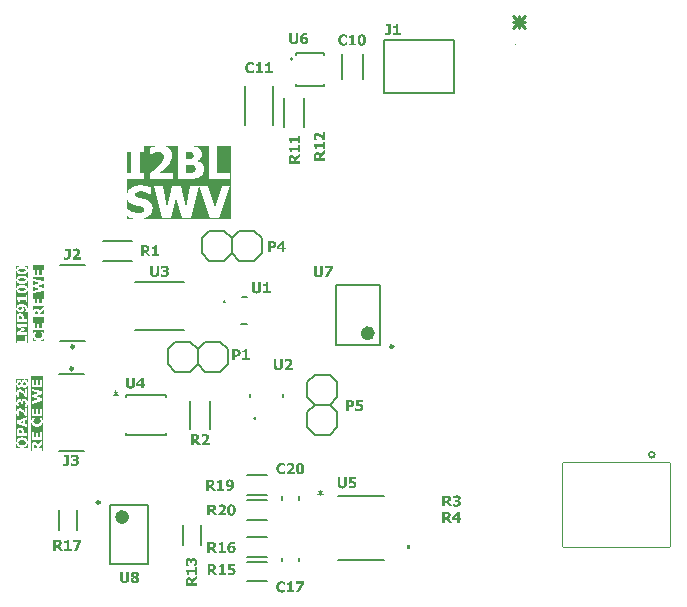
<source format=gto>
G04*
G04 #@! TF.GenerationSoftware,Altium Limited,Altium Designer,24.2.2 (26)*
G04*
G04 Layer_Color=65535*
%FSLAX25Y25*%
%MOIN*%
G70*
G04*
G04 #@! TF.SameCoordinates,57EBE310-F326-475D-97A3-4CF97A274748*
G04*
G04*
G04 #@! TF.FilePolarity,Positive*
G04*
G01*
G75*
%ADD10C,0.00394*%
%ADD11C,0.00984*%
%ADD12C,0.02362*%
%ADD13C,0.00500*%
%ADD14C,0.00600*%
%ADD15C,0.00787*%
%ADD16C,0.00394*%
%ADD17C,0.00800*%
%ADD18C,0.01000*%
G36*
X225900Y233352D02*
X226900D01*
Y231852D01*
X225900D01*
Y233352D01*
D02*
G37*
G36*
X105000Y301303D02*
X101235D01*
Y326542D01*
X105000D01*
Y301303D01*
D02*
G37*
G36*
X96212Y288519D02*
X98415D01*
X98295Y288514D01*
X98185Y288494D01*
X98090Y288464D01*
X98010Y288434D01*
X97940Y288404D01*
X97890Y288374D01*
X97875Y288364D01*
X97860Y288354D01*
X97855Y288349D01*
X97850D01*
X97765Y288279D01*
X97690Y288194D01*
X97625Y288109D01*
X97565Y288019D01*
X97525Y287944D01*
X97505Y287909D01*
X97490Y287879D01*
X97480Y287854D01*
X97470Y287834D01*
X97465Y287824D01*
Y287819D01*
X97450D01*
X97395Y287929D01*
X97335Y288024D01*
X97280Y288099D01*
X97225Y288164D01*
X97175Y288214D01*
X97140Y288249D01*
X97115Y288274D01*
X97105Y288279D01*
X97025Y288329D01*
X96945Y288364D01*
X96865Y288394D01*
X96795Y288409D01*
X96730Y288419D01*
X96685Y288429D01*
X96665D01*
X96650D01*
X96645D01*
X96640D01*
X96570Y288424D01*
X96500Y288414D01*
X96440Y288399D01*
X96385Y288384D01*
X96340Y288369D01*
X96305Y288354D01*
X96285Y288344D01*
X96275Y288339D01*
X96215Y288304D01*
X96160Y288264D01*
X96110Y288224D01*
X96065Y288184D01*
X96030Y288144D01*
X96005Y288114D01*
X95990Y288094D01*
X95985Y288089D01*
X95945Y288024D01*
X95905Y287959D01*
X95875Y287889D01*
X95850Y287824D01*
X95830Y287769D01*
X95815Y287719D01*
X95805Y287689D01*
X95800Y287684D01*
Y287679D01*
X95775Y287584D01*
X95755Y287484D01*
X95745Y287384D01*
X95735Y287294D01*
X95730Y287214D01*
X95725Y287179D01*
Y288519D01*
D01*
D01*
X99415D01*
X96212D01*
D02*
G37*
G36*
X99500Y287084D02*
X99495Y287209D01*
X99485Y287324D01*
X99475Y287424D01*
X99460Y287514D01*
X99445Y287589D01*
X99440Y287619D01*
X99430Y287644D01*
X99425Y287664D01*
Y287679D01*
X99420Y287684D01*
Y287689D01*
X99385Y287784D01*
X99350Y287874D01*
X99310Y287949D01*
X99275Y288014D01*
X99240Y288069D01*
X99215Y288109D01*
X99195Y288129D01*
X99190Y288139D01*
X99135Y288204D01*
X99075Y288259D01*
X99015Y288309D01*
X98965Y288349D01*
X98915Y288379D01*
X98880Y288399D01*
X98855Y288414D01*
X98845Y288419D01*
X98770Y288454D01*
X98695Y288479D01*
X98620Y288494D01*
X98555Y288509D01*
X98500Y288514D01*
X98455Y288519D01*
X99500D01*
Y287084D01*
D02*
G37*
G36*
X96850Y287544D02*
X96895Y287534D01*
X96935Y287529D01*
X96965Y287519D01*
X96990Y287509D01*
X97005Y287504D01*
X97010D01*
X97095Y287464D01*
X97135Y287439D01*
X97175Y287419D01*
X97205Y287399D01*
X97230Y287379D01*
X97245Y287369D01*
X97250Y287364D01*
X97230Y287309D01*
X97210Y287259D01*
X97195Y287219D01*
X97180Y287179D01*
X97170Y287154D01*
X97160Y287129D01*
X97155Y287119D01*
Y287114D01*
X97125Y287049D01*
X97105Y286999D01*
X97095Y286979D01*
X97090Y286969D01*
X97085Y286959D01*
Y286954D01*
X97055Y286899D01*
X97025Y286854D01*
X97000Y286814D01*
X96975Y286779D01*
X96950Y286754D01*
X96935Y286739D01*
X96925Y286729D01*
X96920Y286724D01*
X96885Y286699D01*
X96845Y286684D01*
X96770Y286664D01*
X96735Y286659D01*
X96710Y286654D01*
X96690D01*
X96685D01*
X96635Y286659D01*
X96585Y286674D01*
X96545Y286694D01*
X96510Y286714D01*
X96480Y286734D01*
X96460Y286754D01*
X96445Y286769D01*
X96440Y286774D01*
X96405Y286824D01*
X96380Y286879D01*
X96365Y286929D01*
X96350Y286979D01*
X96345Y287024D01*
X96340Y287064D01*
Y287094D01*
X96345Y287169D01*
X96360Y287234D01*
X96375Y287289D01*
X96395Y287339D01*
X96420Y287374D01*
X96435Y287404D01*
X96450Y287419D01*
X96455Y287424D01*
X96500Y287464D01*
X96545Y287494D01*
X96595Y287519D01*
X96640Y287534D01*
X96680Y287544D01*
X96715Y287549D01*
X96735D01*
X96745D01*
X96800D01*
X96850Y287544D01*
D02*
G37*
G36*
X98540Y287614D02*
X98575Y287609D01*
X98600Y287599D01*
X98625Y287589D01*
X98640Y287584D01*
X98650Y287574D01*
X98655D01*
X98710Y287534D01*
X98750Y287494D01*
X98780Y287464D01*
X98785Y287454D01*
X98790Y287449D01*
X98820Y287394D01*
X98840Y287339D01*
X98850Y287319D01*
X98855Y287299D01*
X98860Y287289D01*
Y287284D01*
X98870Y287219D01*
X98875Y287169D01*
X98880Y287149D01*
Y287124D01*
X98875Y287029D01*
X98855Y286949D01*
X98830Y286879D01*
X98805Y286819D01*
X98775Y286769D01*
X98755Y286734D01*
X98735Y286714D01*
X98730Y286704D01*
X98670Y286649D01*
X98605Y286614D01*
X98535Y286584D01*
X98475Y286564D01*
X98415Y286554D01*
X98370Y286549D01*
X98340Y286544D01*
X98335D01*
X98330D01*
X98270Y286549D01*
X98210Y286554D01*
X98160Y286564D01*
X98115Y286579D01*
X98075Y286594D01*
X98050Y286604D01*
X98030Y286609D01*
X98025Y286614D01*
X97975Y286644D01*
X97930Y286674D01*
X97890Y286699D01*
X97855Y286729D01*
X97825Y286749D01*
X97805Y286769D01*
X97795Y286779D01*
X97790Y286784D01*
X97820Y286864D01*
X97850Y286939D01*
X97865Y286974D01*
X97875Y286999D01*
X97880Y287014D01*
X97885Y287019D01*
X97905Y287069D01*
X97920Y287109D01*
X97935Y287144D01*
X97945Y287174D01*
X97955Y287194D01*
X97965Y287209D01*
X97970Y287219D01*
Y287224D01*
X98010Y287309D01*
X98050Y287379D01*
X98085Y287434D01*
X98120Y287474D01*
X98145Y287509D01*
X98165Y287529D01*
X98175Y287539D01*
X98180Y287544D01*
X98220Y287569D01*
X98265Y287589D01*
X98310Y287604D01*
X98355Y287614D01*
X98395Y287619D01*
X98425Y287624D01*
X98445D01*
X98455D01*
X98500D01*
X98540Y287614D01*
D02*
G37*
G36*
X99500Y265689D02*
X99415D01*
X99490D01*
Y269184D01*
D01*
Y267434D01*
X99485Y267584D01*
X99470Y267724D01*
X99445Y267854D01*
X99410Y267979D01*
X99375Y268094D01*
X99330Y268199D01*
X99285Y268294D01*
X99240Y268379D01*
X99195Y268459D01*
X99150Y268524D01*
X99105Y268579D01*
X99070Y268629D01*
X99035Y268664D01*
X99010Y268694D01*
X98995Y268709D01*
X98990Y268714D01*
X98890Y268799D01*
X98785Y268869D01*
X98675Y268934D01*
X98560Y268984D01*
X98445Y269029D01*
X98330Y269069D01*
X98220Y269099D01*
X98110Y269124D01*
X98010Y269144D01*
X97915Y269159D01*
X97830Y269169D01*
X97755Y269179D01*
X97695D01*
X97650Y269184D01*
X99490D01*
X97610D01*
X97450Y269179D01*
X97300Y269164D01*
X97160Y269139D01*
X97025Y269109D01*
X96900Y269074D01*
X96790Y269034D01*
X96685Y268994D01*
X96590Y268949D01*
X96510Y268904D01*
X96435Y268864D01*
X96375Y268824D01*
X96320Y268789D01*
X96280Y268759D01*
X96255Y268734D01*
X96235Y268719D01*
X96230Y268714D01*
X96140Y268624D01*
X96065Y268524D01*
X95995Y268424D01*
X95940Y268319D01*
X95890Y268209D01*
X95850Y268104D01*
X95815Y267999D01*
X95790Y267899D01*
X95765Y267804D01*
X95750Y267719D01*
X95740Y267639D01*
X95735Y267569D01*
X95730Y267514D01*
X95725Y267469D01*
Y269184D01*
D01*
Y276379D01*
X97724D01*
X95725D01*
Y277569D01*
X95730Y277454D01*
X95735Y277344D01*
X95750Y277239D01*
X95765Y277144D01*
X95780Y277064D01*
X95785Y277029D01*
X95790Y276999D01*
X95795Y276974D01*
X95800Y276959D01*
X95805Y276949D01*
Y276944D01*
X95835Y276829D01*
X95860Y276734D01*
X95885Y276649D01*
X95910Y276584D01*
X95925Y276534D01*
X95940Y276499D01*
X95950Y276474D01*
X95955Y276469D01*
X96740D01*
Y276539D01*
X96715Y276574D01*
X96690Y276619D01*
X96670Y276649D01*
X96660Y276659D01*
Y276664D01*
X96615Y276734D01*
X96580Y276804D01*
X96565Y276834D01*
X96555Y276859D01*
X96545Y276874D01*
Y276879D01*
X96510Y276969D01*
X96490Y277014D01*
X96480Y277049D01*
X96470Y277084D01*
X96460Y277109D01*
X96455Y277124D01*
Y277129D01*
X96435Y277224D01*
X96430Y277264D01*
X96425Y277304D01*
X96420Y277339D01*
Y277389D01*
X96425Y277484D01*
X96440Y277569D01*
X96465Y277639D01*
X96485Y277699D01*
X96510Y277749D01*
X96535Y277784D01*
X96550Y277804D01*
X96555Y277809D01*
X96610Y277859D01*
X96675Y277899D01*
X96740Y277924D01*
X96800Y277944D01*
X96855Y277954D01*
X96905Y277964D01*
X96935D01*
X96940D01*
X96945D01*
X97030Y277959D01*
X97110Y277944D01*
X97180Y277924D01*
X97245Y277904D01*
X97300Y277884D01*
X97345Y277864D01*
X97370Y277849D01*
X97380Y277844D01*
X97460Y277794D01*
X97545Y277734D01*
X97625Y277669D01*
X97705Y277609D01*
X97770Y277549D01*
X97825Y277504D01*
X97845Y277484D01*
X97855Y277469D01*
X97865Y277464D01*
X97870Y277459D01*
X97950Y277379D01*
X98030Y277299D01*
X98110Y277219D01*
X98180Y277144D01*
X98240Y277079D01*
X98285Y277029D01*
X98300Y277009D01*
X98315Y276994D01*
X98320Y276989D01*
X98325Y276984D01*
X98415Y276879D01*
X98505Y276774D01*
X98590Y276674D01*
X98665Y276579D01*
X98730Y276499D01*
X98760Y276464D01*
X98785Y276434D01*
X98805Y276414D01*
X98820Y276394D01*
X98825Y276384D01*
X98830Y276379D01*
X99415D01*
Y279039D01*
X97929D01*
X98735D01*
Y277499D01*
X98705Y277539D01*
X98670Y277584D01*
X98590Y277684D01*
X98555Y277729D01*
X98525Y277764D01*
X98505Y277789D01*
X98500Y277799D01*
X98365Y277954D01*
X98300Y278024D01*
X98240Y278089D01*
X98190Y278144D01*
X98145Y278189D01*
X98120Y278214D01*
X98110Y278224D01*
X97980Y278344D01*
X97860Y278449D01*
X97750Y278534D01*
X97650Y278604D01*
X97570Y278659D01*
X97535Y278679D01*
X97510Y278694D01*
X97485Y278709D01*
X97470Y278719D01*
X97460Y278724D01*
X97455D01*
X97340Y278774D01*
X97225Y278814D01*
X97120Y278839D01*
X97020Y278859D01*
X96940Y278869D01*
X96905Y278874D01*
X96875Y278879D01*
X96850D01*
X96835D01*
X96825D01*
X96820D01*
X96725Y278874D01*
X96635Y278864D01*
X96550Y278849D01*
X96475Y278829D01*
X96405Y278799D01*
X96335Y278774D01*
X96275Y278744D01*
X96220Y278714D01*
X96175Y278679D01*
X96130Y278649D01*
X96095Y278624D01*
X96065Y278599D01*
X96045Y278574D01*
X96030Y278559D01*
X96020Y278549D01*
X96015Y278544D01*
X95965Y278479D01*
X95920Y278409D01*
X95880Y278334D01*
X95845Y278254D01*
X95820Y278174D01*
X95795Y278089D01*
X95760Y277934D01*
X95750Y277859D01*
X95740Y277789D01*
X95735Y277729D01*
X95730Y277674D01*
X95725Y277629D01*
Y279039D01*
D01*
Y279429D01*
X97384D01*
X95725D01*
Y280679D01*
X95730Y280559D01*
X95735Y280439D01*
X95750Y280329D01*
X95760Y280234D01*
X95775Y280149D01*
X95780Y280119D01*
X95790Y280089D01*
X95795Y280064D01*
Y280049D01*
X95800Y280039D01*
Y280034D01*
X95830Y279924D01*
X95855Y279824D01*
X95880Y279739D01*
X95905Y279664D01*
X95925Y279609D01*
X95940Y279569D01*
X95950Y279544D01*
X95955Y279534D01*
X96725D01*
Y279609D01*
X96710Y279629D01*
X96700Y279654D01*
X96670Y279709D01*
X96655Y279734D01*
X96645Y279749D01*
X96635Y279764D01*
Y279769D01*
X96595Y279849D01*
X96575Y279889D01*
X96560Y279919D01*
X96550Y279944D01*
X96540Y279969D01*
X96535Y279979D01*
Y279984D01*
X96500Y280079D01*
X96490Y280124D01*
X96475Y280164D01*
X96465Y280199D01*
X96460Y280224D01*
X96455Y280244D01*
Y280249D01*
X96435Y280349D01*
X96430Y280399D01*
X96425Y280439D01*
X96420Y280474D01*
Y280589D01*
X96425Y280654D01*
X96430Y280679D01*
Y280699D01*
X96435Y280714D01*
Y280719D01*
X96450Y280804D01*
X96460Y280839D01*
X96470Y280869D01*
X96480Y280889D01*
X96490Y280909D01*
X96495Y280919D01*
Y280924D01*
X96530Y280974D01*
X96565Y281014D01*
X96595Y281039D01*
X96600Y281049D01*
X96605D01*
X96630Y281069D01*
X96660Y281079D01*
X96720Y281099D01*
X96745D01*
X96760Y281104D01*
X96775D01*
X96780D01*
X96830D01*
X96875Y281094D01*
X96915Y281089D01*
X96950Y281079D01*
X96975Y281069D01*
X96995Y281059D01*
X97005Y281054D01*
X97010Y281049D01*
X97065Y281004D01*
X97100Y280949D01*
X97115Y280929D01*
X97125Y280909D01*
X97135Y280899D01*
Y280894D01*
X97165Y280819D01*
X97180Y280739D01*
X97190Y280709D01*
Y280684D01*
X97195Y280664D01*
Y280659D01*
X97200Y280554D01*
Y280504D01*
X97205Y280459D01*
Y280219D01*
X97835D01*
Y280564D01*
X97840Y280599D01*
Y280659D01*
X97845Y280719D01*
X97850Y280774D01*
X97860Y280819D01*
X97865Y280859D01*
X97875Y280894D01*
X97885Y280919D01*
X97890Y280934D01*
Y280939D01*
X97925Y281019D01*
X97950Y281049D01*
X97970Y281074D01*
X97990Y281094D01*
X98005Y281109D01*
X98015Y281119D01*
X98020Y281124D01*
X98055Y281149D01*
X98095Y281169D01*
X98135Y281179D01*
X98175Y281189D01*
X98210Y281194D01*
X98240Y281199D01*
X98260D01*
X98265D01*
X98325D01*
X98375Y281189D01*
X98420Y281184D01*
X98455Y281174D01*
X98485Y281164D01*
X98505Y281159D01*
X98515Y281149D01*
X98520D01*
X98580Y281109D01*
X98630Y281064D01*
X98645Y281044D01*
X98660Y281029D01*
X98665Y281019D01*
X98670Y281014D01*
X98695Y280974D01*
X98720Y280929D01*
X98750Y280844D01*
X98765Y280809D01*
X98770Y280779D01*
X98775Y280759D01*
Y280754D01*
X98785Y280644D01*
X98790Y280599D01*
Y280554D01*
X98795Y280519D01*
Y280469D01*
X98790Y280384D01*
X98780Y280299D01*
X98765Y280219D01*
X98750Y280144D01*
X98735Y280074D01*
X98720Y280024D01*
X98715Y280004D01*
X98710Y279989D01*
X98705Y279984D01*
Y279979D01*
X98670Y279884D01*
X98630Y279794D01*
X98590Y279714D01*
X98555Y279649D01*
X98525Y279589D01*
X98500Y279549D01*
X98485Y279524D01*
X98480Y279514D01*
Y279429D01*
X99265D01*
X99295Y279504D01*
X99325Y279584D01*
X99350Y279664D01*
X99375Y279739D01*
X99395Y279809D01*
X99410Y279864D01*
X99415Y279884D01*
Y279899D01*
X99420Y279909D01*
Y279914D01*
X99445Y280034D01*
X99460Y280159D01*
X99475Y280279D01*
X99480Y280394D01*
X99485Y280444D01*
Y280494D01*
X99490Y280534D01*
Y279864D01*
Y280644D01*
X99485Y280779D01*
X99475Y280899D01*
X99465Y281004D01*
X99450Y281094D01*
X99435Y281169D01*
X99430Y281199D01*
X99420Y281224D01*
X99415Y281244D01*
Y281259D01*
X99410Y281264D01*
Y281269D01*
X99375Y281364D01*
X99340Y281449D01*
X99300Y281524D01*
X99260Y281594D01*
X99230Y281644D01*
X99200Y281684D01*
X99180Y281709D01*
X99175Y281719D01*
X99115Y281784D01*
X99055Y281844D01*
X98990Y281894D01*
X98935Y281934D01*
X98880Y281969D01*
X98840Y281989D01*
X98815Y282004D01*
X98805Y282009D01*
X98720Y282044D01*
X98635Y282069D01*
X98555Y282084D01*
X98480Y282099D01*
X98415Y282104D01*
X98365Y282109D01*
X99490D01*
X95725D01*
Y282709D01*
D01*
Y283899D01*
X95730Y283784D01*
X95735Y283674D01*
X95750Y283569D01*
X95765Y283474D01*
X95780Y283394D01*
X95785Y283359D01*
X95790Y283329D01*
X95795Y283304D01*
X95800Y283289D01*
X95805Y283279D01*
Y283274D01*
X95835Y283159D01*
X95860Y283064D01*
X95885Y282979D01*
X95910Y282914D01*
X95925Y282864D01*
X95940Y282829D01*
X95950Y282804D01*
X95955Y282799D01*
X96740D01*
Y282869D01*
X96715Y282904D01*
X96690Y282949D01*
X96670Y282979D01*
X96660Y282989D01*
Y282994D01*
X96615Y283064D01*
X96580Y283134D01*
X96565Y283164D01*
X96555Y283189D01*
X96545Y283204D01*
Y283209D01*
X96510Y283299D01*
X96490Y283344D01*
X96480Y283379D01*
X96470Y283414D01*
X96460Y283439D01*
X96455Y283454D01*
Y283459D01*
X96435Y283554D01*
X96430Y283594D01*
X96425Y283634D01*
X96420Y283669D01*
Y283719D01*
X96425Y283814D01*
X96440Y283899D01*
X96465Y283969D01*
X96485Y284029D01*
X96510Y284079D01*
X96535Y284114D01*
X96550Y284134D01*
X96555Y284139D01*
X96610Y284189D01*
X96675Y284229D01*
X96740Y284254D01*
X96800Y284274D01*
X96855Y284284D01*
X96905Y284294D01*
X96935D01*
X96940D01*
X96945D01*
X97030Y284289D01*
X97110Y284274D01*
X97180Y284254D01*
X97245Y284234D01*
X97300Y284214D01*
X97345Y284194D01*
X97370Y284179D01*
X97380Y284174D01*
X97460Y284124D01*
X97545Y284064D01*
X97625Y283999D01*
X97705Y283939D01*
X97770Y283879D01*
X97825Y283834D01*
X97845Y283814D01*
X97855Y283799D01*
X97865Y283794D01*
X97870Y283789D01*
X97950Y283709D01*
X98030Y283629D01*
X98110Y283549D01*
X98180Y283474D01*
X98240Y283409D01*
X98285Y283359D01*
X98300Y283339D01*
X98315Y283324D01*
X98320Y283319D01*
X98325Y283314D01*
X98415Y283209D01*
X98505Y283104D01*
X98590Y283004D01*
X98665Y282909D01*
X98730Y282829D01*
X98760Y282794D01*
X98785Y282764D01*
X98805Y282744D01*
X98820Y282724D01*
X98825Y282714D01*
X98830Y282709D01*
X99415D01*
Y285369D01*
X95798D01*
X98735D01*
Y283829D01*
X98705Y283869D01*
X98670Y283914D01*
X98590Y284014D01*
X98555Y284059D01*
X98525Y284094D01*
X98505Y284119D01*
X98500Y284129D01*
X98365Y284284D01*
X98300Y284354D01*
X98240Y284419D01*
X98190Y284474D01*
X98145Y284519D01*
X98120Y284544D01*
X98110Y284554D01*
X97980Y284674D01*
X97860Y284779D01*
X97750Y284864D01*
X97650Y284934D01*
X97570Y284989D01*
X97535Y285009D01*
X97510Y285024D01*
X97485Y285039D01*
X97470Y285049D01*
X97460Y285054D01*
X97455D01*
X97340Y285104D01*
X97225Y285144D01*
X97120Y285169D01*
X97020Y285189D01*
X96940Y285199D01*
X96905Y285204D01*
X96875Y285209D01*
X96850D01*
X96835D01*
X96825D01*
X96820D01*
X96725Y285204D01*
X96635Y285194D01*
X96550Y285179D01*
X96475Y285159D01*
X96405Y285129D01*
X96335Y285104D01*
X96275Y285074D01*
X96220Y285044D01*
X96175Y285009D01*
X96130Y284979D01*
X96095Y284954D01*
X96065Y284929D01*
X96045Y284904D01*
X96030Y284889D01*
X96020Y284879D01*
X96015Y284874D01*
X95965Y284809D01*
X95920Y284739D01*
X95880Y284664D01*
X95845Y284584D01*
X95820Y284504D01*
X95795Y284419D01*
X95760Y284264D01*
X95750Y284189D01*
X95740Y284119D01*
X95735Y284059D01*
X95730Y284004D01*
X95725Y283959D01*
Y285369D01*
D01*
Y285664D01*
X96025D01*
X95725D01*
Y287094D01*
X95730Y286979D01*
X95735Y286874D01*
X95750Y286774D01*
X95765Y286689D01*
X95780Y286619D01*
X95790Y286569D01*
X95795Y286549D01*
X95800Y286534D01*
X95805Y286529D01*
Y286524D01*
X95835Y286434D01*
X95870Y286349D01*
X95905Y286279D01*
X95940Y286219D01*
X95970Y286169D01*
X95995Y286134D01*
X96010Y286114D01*
X96015Y286104D01*
X96070Y286044D01*
X96125Y285989D01*
X96175Y285944D01*
X96225Y285909D01*
X96265Y285879D01*
X96300Y285859D01*
X96320Y285849D01*
X96330Y285844D01*
X96395Y285814D01*
X96460Y285794D01*
X96525Y285779D01*
X96580Y285769D01*
X96630Y285764D01*
X96665Y285759D01*
X96690D01*
X96700D01*
X96800Y285764D01*
X96895Y285779D01*
X96975Y285799D01*
X97050Y285824D01*
X97110Y285844D01*
X97155Y285864D01*
X97185Y285879D01*
X97190Y285884D01*
X97195D01*
X97275Y285939D01*
X97345Y286004D01*
X97410Y286079D01*
X97465Y286154D01*
X97510Y286219D01*
X97540Y286279D01*
X97555Y286299D01*
X97565Y286314D01*
X97570Y286324D01*
Y286329D01*
X97585D01*
X97640Y286214D01*
X97700Y286114D01*
X97755Y286029D01*
X97810Y285959D01*
X97860Y285904D01*
X97895Y285864D01*
X97920Y285844D01*
X97930Y285834D01*
X98010Y285779D01*
X98095Y285734D01*
X98185Y285704D01*
X98265Y285684D01*
X98335Y285674D01*
X98395Y285669D01*
X98415Y285664D01*
X98445D01*
X98525Y285669D01*
X98600Y285679D01*
X98670Y285689D01*
X98730Y285704D01*
X98780Y285719D01*
X98820Y285734D01*
X98845Y285739D01*
X98855Y285744D01*
X98925Y285779D01*
X98990Y285819D01*
X99045Y285859D01*
X99095Y285904D01*
X99135Y285939D01*
X99165Y285969D01*
X99185Y285989D01*
X99190Y285999D01*
X99240Y286069D01*
X99285Y286144D01*
X99325Y286219D01*
X99355Y286289D01*
X99380Y286349D01*
X99400Y286399D01*
X99405Y286419D01*
X99410Y286434D01*
X99415Y286439D01*
Y286444D01*
X99445Y286549D01*
X99465Y286659D01*
X99480Y286769D01*
X99490Y286869D01*
X99495Y286954D01*
Y286989D01*
X99500Y287024D01*
Y285664D01*
D01*
Y288519D01*
D01*
Y265689D01*
D02*
G37*
G36*
X98245Y282104D02*
X98180Y282099D01*
X98115Y282084D01*
X98065Y282074D01*
X98025Y282059D01*
X97990Y282044D01*
X97970Y282039D01*
X97965Y282034D01*
X97910Y282004D01*
X97865Y281979D01*
X97820Y281944D01*
X97785Y281919D01*
X97760Y281894D01*
X97735Y281874D01*
X97725Y281859D01*
X97720Y281854D01*
X97685Y281809D01*
X97650Y281769D01*
X97625Y281729D01*
X97605Y281689D01*
X97590Y281659D01*
X97580Y281634D01*
X97570Y281619D01*
Y281614D01*
X97540Y281524D01*
X97530Y281484D01*
X97520Y281444D01*
X97515Y281414D01*
X97510Y281384D01*
X97505Y281369D01*
Y281364D01*
X97470D01*
X97435Y281469D01*
X97395Y281559D01*
X97345Y281639D01*
X97295Y281709D01*
X97245Y281764D01*
X97205Y281804D01*
X97180Y281824D01*
X97170Y281834D01*
X97080Y281894D01*
X96990Y281939D01*
X96900Y281969D01*
X96815Y281994D01*
X96740Y282004D01*
X96680Y282009D01*
X96660Y282014D01*
X96645D01*
X96635D01*
X96630D01*
X96550Y282009D01*
X96475Y281999D01*
X96410Y281984D01*
X96350Y281969D01*
X96300Y281949D01*
X96265Y281934D01*
X96245Y281924D01*
X96235Y281919D01*
X96170Y281884D01*
X96115Y281839D01*
X96065Y281794D01*
X96025Y281749D01*
X95990Y281709D01*
X95965Y281674D01*
X95950Y281654D01*
X95945Y281644D01*
X95910Y281579D01*
X95875Y281509D01*
X95850Y281439D01*
X95825Y281379D01*
X95810Y281324D01*
X95795Y281279D01*
X95785Y281249D01*
Y281239D01*
X95765Y281149D01*
X95750Y281054D01*
X95740Y280959D01*
X95730Y280869D01*
Y280794D01*
X95725Y280764D01*
Y282109D01*
X98320D01*
X98245Y282104D01*
D02*
G37*
G36*
X97730Y268244D02*
X97840Y268239D01*
X97935Y268229D01*
X98010Y268219D01*
X98075Y268204D01*
X98120Y268194D01*
X98150Y268189D01*
X98160Y268184D01*
X98235Y268159D01*
X98305Y268129D01*
X98370Y268099D01*
X98425Y268069D01*
X98470Y268044D01*
X98500Y268024D01*
X98525Y268009D01*
X98530Y268004D01*
X98580Y267959D01*
X98625Y267919D01*
X98660Y267874D01*
X98690Y267834D01*
X98715Y267799D01*
X98730Y267769D01*
X98740Y267749D01*
X98745Y267744D01*
X98765Y267689D01*
X98780Y267634D01*
X98795Y267579D01*
X98800Y267534D01*
X98805Y267494D01*
X98810Y267464D01*
Y267434D01*
X98805Y267379D01*
X98800Y267319D01*
X98790Y267269D01*
X98780Y267224D01*
X98770Y267184D01*
X98760Y267154D01*
X98750Y267134D01*
Y267129D01*
X98720Y267074D01*
X98690Y267029D01*
X98655Y266984D01*
X98620Y266944D01*
X98585Y266909D01*
X98560Y266884D01*
X98540Y266869D01*
X98535Y266864D01*
X98475Y266824D01*
X98415Y266789D01*
X98350Y266759D01*
X98295Y266734D01*
X98240Y266714D01*
X98200Y266699D01*
X98175Y266694D01*
X98165Y266689D01*
X98080Y266669D01*
X97985Y266654D01*
X97895Y266639D01*
X97805Y266634D01*
X97725Y266629D01*
X97695Y266624D01*
X97665D01*
X97640D01*
X97625D01*
X97615D01*
X97610D01*
X97495Y266629D01*
X97390Y266634D01*
X97295Y266644D01*
X97210Y266659D01*
X97145Y266669D01*
X97095Y266679D01*
X97080Y266684D01*
X97065D01*
X97060Y266689D01*
X97055D01*
X96970Y266719D01*
X96895Y266749D01*
X96835Y266779D01*
X96780Y266804D01*
X96735Y266829D01*
X96705Y266849D01*
X96685Y266864D01*
X96680Y266869D01*
X96625Y266919D01*
X96580Y266964D01*
X96545Y267009D01*
X96515Y267049D01*
X96490Y267084D01*
X96475Y267109D01*
X96470Y267129D01*
X96465Y267134D01*
X96445Y267184D01*
X96430Y267239D01*
X96420Y267289D01*
X96410Y267334D01*
Y267374D01*
X96405Y267404D01*
Y267434D01*
X96410Y267494D01*
X96415Y267549D01*
X96425Y267599D01*
X96435Y267649D01*
X96450Y267684D01*
X96460Y267714D01*
X96465Y267734D01*
X96470Y267739D01*
X96500Y267794D01*
X96530Y267844D01*
X96565Y267889D01*
X96600Y267924D01*
X96635Y267959D01*
X96660Y267984D01*
X96680Y267999D01*
X96685Y268004D01*
X96745Y268044D01*
X96805Y268079D01*
X96865Y268109D01*
X96925Y268134D01*
X96980Y268154D01*
X97020Y268169D01*
X97050Y268174D01*
X97055Y268179D01*
X97060D01*
X97150Y268204D01*
X97240Y268219D01*
X97335Y268234D01*
X97420Y268239D01*
X97495Y268244D01*
X97530Y268249D01*
X97555D01*
X97580D01*
X97595D01*
X97605D01*
X97610D01*
X97730Y268244D01*
D02*
G37*
G36*
X99490Y265689D02*
X97610D01*
X97770Y265694D01*
X97915Y265709D01*
X98060Y265734D01*
X98190Y265764D01*
X98310Y265799D01*
X98425Y265834D01*
X98530Y265879D01*
X98620Y265924D01*
X98705Y265964D01*
X98780Y266009D01*
X98840Y266044D01*
X98890Y266084D01*
X98930Y266109D01*
X98960Y266134D01*
X98980Y266149D01*
X98985Y266154D01*
X99075Y266244D01*
X99150Y266344D01*
X99220Y266444D01*
X99275Y266549D01*
X99325Y266659D01*
X99365Y266764D01*
X99400Y266869D01*
X99425Y266969D01*
X99450Y267064D01*
X99465Y267154D01*
X99475Y267229D01*
X99480Y267299D01*
X99485Y267354D01*
X99490Y267399D01*
Y265689D01*
D02*
G37*
G36*
X95730Y267284D02*
X95745Y267144D01*
X95770Y267014D01*
X95805Y266889D01*
X95845Y266774D01*
X95885Y266669D01*
X95930Y266574D01*
X95980Y266489D01*
X96025Y266414D01*
X96075Y266344D01*
X96115Y266289D01*
X96155Y266239D01*
X96190Y266204D01*
X96215Y266174D01*
X96230Y266159D01*
X96235Y266154D01*
X96335Y266074D01*
X96440Y265999D01*
X96550Y265939D01*
X96665Y265884D01*
X96780Y265839D01*
X96890Y265804D01*
X97005Y265774D01*
X97110Y265749D01*
X97215Y265729D01*
X97310Y265714D01*
X97395Y265704D01*
X97465Y265694D01*
X97525D01*
X97570Y265689D01*
X95725D01*
Y267434D01*
X95730Y267284D01*
D02*
G37*
G36*
X104500Y264803D02*
X100735D01*
Y289626D01*
X104500D01*
Y264803D01*
D02*
G37*
G36*
X134060Y357294D02*
X132500D01*
Y364359D01*
X134060D01*
Y357294D01*
D02*
G37*
G36*
X167113Y355404D02*
Y342000D01*
X136430D01*
X136820Y342015D01*
X137195Y342045D01*
X137555Y342090D01*
X137885Y342150D01*
X138185Y342225D01*
X138470Y342315D01*
X138725Y342390D01*
X138965Y342495D01*
X139160Y342585D01*
X139355Y342660D01*
X139505Y342750D01*
X139640Y342825D01*
X139730Y342885D01*
X139805Y342930D01*
X139850Y342960D01*
X139865Y342975D01*
X140090Y343170D01*
X140285Y343365D01*
X140450Y343590D01*
X140600Y343800D01*
X140720Y344010D01*
X140825Y344235D01*
X140915Y344445D01*
X140975Y344640D01*
X141035Y344835D01*
X141080Y345015D01*
X141095Y345165D01*
X141125Y345300D01*
Y345420D01*
X141140Y345495D01*
Y345570D01*
X141110Y345975D01*
X141050Y346335D01*
X140960Y346650D01*
X140870Y346905D01*
X140765Y347115D01*
X140675Y347265D01*
X140630Y347310D01*
X140615Y347355D01*
X140585Y347385D01*
X140360Y347625D01*
X140090Y347850D01*
X139805Y348045D01*
X139535Y348195D01*
X139295Y348330D01*
X139190Y348375D01*
X139085Y348420D01*
X139010Y348450D01*
X138950Y348480D01*
X138920Y348495D01*
X138905D01*
X138695Y348570D01*
X138485Y348630D01*
X138305Y348675D01*
X138140Y348720D01*
X138005Y348765D01*
X137900Y348795D01*
X137840Y348810D01*
X137810D01*
X137435Y348900D01*
X137255Y348945D01*
X137105Y348975D01*
X136955Y349005D01*
X136850Y349035D01*
X136790Y349050D01*
X136760D01*
X136475Y349125D01*
X136235Y349200D01*
X136025Y349275D01*
X135875Y349335D01*
X135755Y349395D01*
X135680Y349440D01*
X135635Y349470D01*
X135620Y349485D01*
X135530Y349590D01*
X135455Y349695D01*
X135410Y349800D01*
X135365Y349905D01*
X135350Y350010D01*
X135335Y350085D01*
Y350130D01*
Y350145D01*
X135350Y350250D01*
X135365Y350340D01*
X135425Y350505D01*
X135455Y350565D01*
X135485Y350610D01*
X135515Y350640D01*
Y350655D01*
X135665Y350805D01*
X135800Y350910D01*
X135860Y350955D01*
X135905Y350985D01*
X135935Y351000D01*
X135950D01*
X136175Y351090D01*
X136370Y351150D01*
X136445Y351180D01*
X136505D01*
X136535Y351195D01*
X136550D01*
X136775Y351225D01*
X136985Y351255D01*
X137195D01*
X137540Y351240D01*
X137855Y351195D01*
X138155Y351135D01*
X138425Y351075D01*
X138650Y351015D01*
X138755Y350985D01*
X138830Y350955D01*
X138890Y350925D01*
X138935Y350910D01*
X138965Y350895D01*
X138980D01*
X139295Y350760D01*
X139580Y350610D01*
X139835Y350460D01*
X140045Y350325D01*
X140210Y350205D01*
X140345Y350115D01*
X140420Y350055D01*
X140450Y350025D01*
X140705D01*
Y352500D01*
X140405Y352620D01*
X140120Y352725D01*
X139820Y352815D01*
X139550Y352890D01*
X139325Y352950D01*
X139220Y352965D01*
X139145Y352995D01*
X139070Y353010D01*
X139025D01*
X138995Y353025D01*
X138980D01*
X138620Y353100D01*
X138275Y353145D01*
X137945Y353190D01*
X137660Y353205D01*
X137420Y353220D01*
X137315Y353235D01*
X137060D01*
X136700Y353220D01*
X136370Y353190D01*
X136040Y353145D01*
X135740Y353085D01*
X135455Y353010D01*
X135185Y352935D01*
X134945Y352845D01*
X134720Y352770D01*
X134525Y352680D01*
X134345Y352590D01*
X134195Y352515D01*
X134060Y352440D01*
X133970Y352380D01*
X133895Y352335D01*
X133850Y352305D01*
X133835Y352290D01*
X133610Y352110D01*
X133415Y351915D01*
X133250Y351705D01*
X133100Y351510D01*
X132980Y351300D01*
X132875Y351090D01*
X132785Y350895D01*
X132725Y350700D01*
X132665Y350520D01*
X132635Y350355D01*
X132605Y350205D01*
X132575Y350070D01*
Y349965D01*
X132560Y349890D01*
Y349830D01*
Y349815D01*
X132590Y349410D01*
X132650Y349050D01*
X132725Y348735D01*
X132830Y348450D01*
X132935Y348240D01*
X132980Y348150D01*
X133010Y348075D01*
X133055Y348015D01*
X133070Y347970D01*
X133100Y347955D01*
Y347940D01*
X133205Y347805D01*
X133340Y347670D01*
X133610Y347430D01*
X133910Y347235D01*
X134210Y347055D01*
X134480Y346920D01*
X134600Y346875D01*
X134705Y346830D01*
X134795Y346785D01*
X134855Y346755D01*
X134900Y346740D01*
X134915D01*
X135320Y346620D01*
X135530Y346560D01*
X135710Y346515D01*
X135860Y346485D01*
X135980Y346455D01*
X136055Y346425D01*
X136085D01*
X136310Y346380D01*
X136535Y346320D01*
X136730Y346275D01*
X136910Y346245D01*
X137060Y346200D01*
X137180Y346185D01*
X137240Y346155D01*
X137270D01*
X137435Y346110D01*
X137585Y346050D01*
X137705Y345990D01*
X137825Y345930D01*
X137915Y345870D01*
X137975Y345825D01*
X138020Y345795D01*
X138035Y345780D01*
X138140Y345675D01*
X138230Y345570D01*
X138290Y345465D01*
X138320Y345360D01*
X138350Y345255D01*
X138365Y345195D01*
Y345135D01*
Y345120D01*
X138350Y344985D01*
X138335Y344865D01*
X138305Y344760D01*
X138260Y344685D01*
X138215Y344610D01*
X138185Y344565D01*
X138170Y344535D01*
X138155Y344520D01*
X138005Y344385D01*
X137840Y344280D01*
X137780Y344235D01*
X137720Y344220D01*
X137690Y344190D01*
X137675D01*
X137585Y344145D01*
X137480Y344115D01*
X137285Y344070D01*
X137195Y344040D01*
X137120D01*
X137075Y344025D01*
X137060D01*
X136925Y344010D01*
X136805Y343995D01*
X136700D01*
X136610Y343980D01*
X136445D01*
X136100Y343995D01*
X135755Y344040D01*
X135440Y344100D01*
X135155Y344160D01*
X134900Y344220D01*
X134795Y344250D01*
X134705Y344280D01*
X134645Y344310D01*
X134585Y344325D01*
X134555Y344340D01*
X134540D01*
X134180Y344490D01*
X133835Y344670D01*
X133535Y344850D01*
X133265Y345015D01*
X133055Y345180D01*
X132965Y345240D01*
X132890Y345300D01*
X132815Y345360D01*
X132770Y345390D01*
X132755Y345405D01*
X132740Y345420D01*
X132500D01*
Y353235D01*
Y355404D01*
X138350D01*
Y357294D01*
X136790D01*
Y364359D01*
X138350D01*
Y366249D01*
X132500D01*
Y366474D01*
X143675D01*
X143330Y366459D01*
X143000Y366444D01*
X142685Y366399D01*
X142400Y366354D01*
X142160Y366309D01*
X142055Y366294D01*
X141965Y366279D01*
X141890Y366264D01*
X141845Y366249D01*
X141815Y366234D01*
X141800D01*
X141455Y366144D01*
X141170Y366069D01*
X140915Y365994D01*
X140720Y365919D01*
X140570Y365874D01*
X140465Y365829D01*
X140390Y365799D01*
X140375Y365784D01*
Y363429D01*
X140585D01*
X140690Y363504D01*
X140825Y363579D01*
X140915Y363639D01*
X140945Y363669D01*
X140960D01*
X141170Y363804D01*
X141380Y363909D01*
X141470Y363954D01*
X141545Y363984D01*
X141590Y364014D01*
X141605D01*
X141875Y364119D01*
X142010Y364179D01*
X142115Y364209D01*
X142220Y364239D01*
X142295Y364269D01*
X142340Y364284D01*
X142355D01*
X142640Y364344D01*
X142760Y364359D01*
X142880Y364374D01*
X142985Y364389D01*
X143135D01*
X143420Y364374D01*
X143675Y364329D01*
X143885Y364254D01*
X144065Y364194D01*
X144215Y364119D01*
X144320Y364044D01*
X144380Y363999D01*
X144395Y363984D01*
X144545Y363819D01*
X144665Y363624D01*
X144740Y363429D01*
X144800Y363249D01*
X144830Y363084D01*
X144860Y362934D01*
Y362844D01*
Y362829D01*
Y362814D01*
X144845Y362559D01*
X144800Y362319D01*
X144740Y362109D01*
X144680Y361914D01*
X144620Y361749D01*
X144560Y361614D01*
X144515Y361539D01*
X144500Y361509D01*
X144350Y361269D01*
X144170Y361014D01*
X143975Y360774D01*
X143795Y360534D01*
X143615Y360339D01*
X143480Y360174D01*
X143420Y360114D01*
X143375Y360084D01*
X143360Y360054D01*
X143345Y360039D01*
X143105Y359799D01*
X142865Y359559D01*
X142625Y359319D01*
X142400Y359109D01*
X142205Y358929D01*
X142055Y358794D01*
X141995Y358749D01*
X141950Y358704D01*
X141935Y358689D01*
X141920Y358674D01*
X141605Y358404D01*
X141290Y358134D01*
X140990Y357879D01*
X140705Y357654D01*
X140465Y357459D01*
X140360Y357369D01*
X140270Y357294D01*
X140210Y357234D01*
X140150Y357189D01*
X140120Y357174D01*
X140105Y357159D01*
Y355404D01*
X148085D01*
Y357444D01*
X143465D01*
X143585Y357534D01*
X143720Y357639D01*
X144020Y357879D01*
X144155Y357984D01*
X144260Y358074D01*
X144335Y358134D01*
X144365Y358149D01*
X144830Y358554D01*
X145040Y358749D01*
X145235Y358929D01*
X145400Y359079D01*
X145535Y359214D01*
X145610Y359289D01*
X145640Y359319D01*
X146000Y359709D01*
X146315Y360069D01*
X146570Y360399D01*
X146780Y360699D01*
X146945Y360939D01*
X147005Y361044D01*
X147050Y361119D01*
X147095Y361194D01*
X147125Y361239D01*
X147140Y361269D01*
Y361284D01*
X147290Y361629D01*
X147410Y361974D01*
X147485Y362289D01*
X147545Y362589D01*
X147575Y362829D01*
X147590Y362934D01*
X147605Y363024D01*
Y363099D01*
Y363144D01*
Y363174D01*
Y363189D01*
X147590Y363474D01*
X147560Y363744D01*
X147515Y363999D01*
X147455Y364224D01*
X147365Y364434D01*
X147290Y364644D01*
X147200Y364824D01*
X147110Y364989D01*
X147005Y365124D01*
X146915Y365259D01*
X146840Y365364D01*
X146765Y365454D01*
X146690Y365514D01*
X146645Y365559D01*
X146615Y365589D01*
X146600Y365604D01*
X146405Y365754D01*
X146195Y365889D01*
X145970Y366009D01*
X145730Y366114D01*
X145490Y366189D01*
X145235Y366264D01*
X144770Y366369D01*
X144545Y366399D01*
X144335Y366429D01*
X144155Y366444D01*
X143990Y366459D01*
X143855Y366474D01*
X167113D01*
Y355404D01*
D02*
G37*
G36*
X133115Y342585D02*
X133400Y342495D01*
X133670Y342405D01*
X133895Y342330D01*
X134000Y342300D01*
X134075Y342285D01*
X134150Y342270D01*
X134195Y342255D01*
X134225Y342240D01*
X134240D01*
X134600Y342165D01*
X134975Y342105D01*
X135350Y342060D01*
X135695Y342030D01*
X135845Y342015D01*
X136115D01*
X136220Y342000D01*
X132500D01*
Y342825D01*
X133115Y342585D01*
D02*
G37*
G36*
X97850Y325395D02*
X97955Y325390D01*
X98045Y325380D01*
X98135Y325375D01*
X98210Y325365D01*
X98280Y325355D01*
X98340Y325345D01*
X98390Y325330D01*
X98440Y325320D01*
X98475Y325310D01*
X98505Y325305D01*
X98530Y325295D01*
X98545Y325290D01*
X98555Y325285D01*
X98560D01*
X98610Y325265D01*
X98650Y325240D01*
X98685Y325210D01*
X98720Y325180D01*
X98770Y325120D01*
X98800Y325060D01*
X98820Y325005D01*
X98830Y324960D01*
X98835Y324925D01*
Y324915D01*
X98830Y324870D01*
X98825Y324825D01*
X98790Y324750D01*
X98750Y324685D01*
X98695Y324635D01*
X98645Y324595D01*
X98605Y324565D01*
X98570Y324550D01*
X98565Y324545D01*
X98560D01*
X98505Y324525D01*
X98440Y324510D01*
X98370Y324495D01*
X98295Y324480D01*
X98140Y324460D01*
X97985Y324450D01*
X97915Y324445D01*
X97845Y324440D01*
X97780D01*
X97730Y324435D01*
X97685D01*
X97650D01*
X97625D01*
X97620D01*
X97500D01*
X97385Y324440D01*
X97280Y324445D01*
X97185Y324450D01*
X97100Y324460D01*
X97025Y324470D01*
X96955Y324480D01*
X96895Y324490D01*
X96840Y324500D01*
X96795Y324510D01*
X96760Y324520D01*
X96730Y324530D01*
X96705Y324535D01*
X96690Y324540D01*
X96680Y324545D01*
X96675D01*
X96625Y324565D01*
X96585Y324595D01*
X96545Y324620D01*
X96515Y324650D01*
X96465Y324710D01*
X96435Y324770D01*
X96415Y324825D01*
X96405Y324875D01*
X96400Y324905D01*
Y324915D01*
X96405Y324960D01*
X96410Y325005D01*
X96445Y325085D01*
X96485Y325145D01*
X96535Y325200D01*
X96590Y325235D01*
X96630Y325265D01*
X96665Y325280D01*
X96670Y325285D01*
X96675D01*
X96730Y325305D01*
X96795Y325325D01*
X96860Y325340D01*
X96935Y325350D01*
X97090Y325370D01*
X97250Y325385D01*
X97325Y325390D01*
X97390Y325395D01*
X97455D01*
X97510Y325400D01*
X97555D01*
X97590D01*
X97610D01*
X97620D01*
X97740D01*
X97850Y325395D01*
D02*
G37*
G36*
X99500Y323525D02*
X97620D01*
X97790Y323530D01*
X97945Y323535D01*
X98080Y323550D01*
X98145Y323555D01*
X98200Y323565D01*
X98255Y323570D01*
X98300Y323575D01*
X98340Y323585D01*
X98375Y323590D01*
X98400Y323595D01*
X98420D01*
X98430Y323600D01*
X98435D01*
X98560Y323630D01*
X98675Y323670D01*
X98775Y323710D01*
X98860Y323750D01*
X98925Y323785D01*
X98980Y323815D01*
X98995Y323825D01*
X99010Y323835D01*
X99015Y323840D01*
X99020D01*
X99105Y323905D01*
X99175Y323975D01*
X99240Y324050D01*
X99290Y324115D01*
X99330Y324180D01*
X99355Y324225D01*
X99365Y324245D01*
X99375Y324260D01*
X99380Y324265D01*
Y324270D01*
X99420Y324375D01*
X99450Y324485D01*
X99470Y324590D01*
X99485Y324690D01*
X99495Y324780D01*
Y324820D01*
X99500Y324850D01*
Y323525D01*
D02*
G37*
G36*
Y326310D02*
D01*
Y300500D01*
X99425D01*
Y302910D01*
X98735D01*
Y301410D01*
X95810D01*
Y302910D01*
D01*
Y300500D01*
X95735D01*
Y310840D01*
X97050D01*
X97180Y310845D01*
X97295Y310855D01*
X97400Y310875D01*
X97485Y310895D01*
X97555Y310910D01*
X97605Y310930D01*
X97620Y310935D01*
X97635Y310940D01*
X97640Y310945D01*
X97645D01*
X97725Y310990D01*
X97800Y311040D01*
X97865Y311085D01*
X97920Y311135D01*
X97960Y311175D01*
X97995Y311210D01*
X98015Y311230D01*
X98020Y311240D01*
X98055Y311295D01*
X98090Y311350D01*
X98115Y311400D01*
X98135Y311450D01*
X98155Y311490D01*
X98165Y311520D01*
X98170Y311545D01*
X98175Y311550D01*
X98200Y311680D01*
X98210Y311740D01*
X98215Y311795D01*
Y311840D01*
X98220Y311880D01*
Y311910D01*
X98215Y312000D01*
X98210Y312080D01*
X98200Y312150D01*
X98190Y312205D01*
X98180Y312255D01*
X98170Y312290D01*
X98160Y312315D01*
Y312320D01*
X98135Y312385D01*
X98105Y312450D01*
X98070Y312510D01*
X98040Y312565D01*
X98015Y312615D01*
X97990Y312650D01*
X97975Y312675D01*
X97970Y312685D01*
X98060Y312670D01*
X98135Y312655D01*
X98205Y312635D01*
X98265Y312615D01*
X98310Y312600D01*
X98345Y312585D01*
X98365Y312575D01*
X98375Y312570D01*
X98430Y312540D01*
X98485Y312505D01*
X98530Y312470D01*
X98565Y312440D01*
X98600Y312410D01*
X98620Y312385D01*
X98635Y312370D01*
X98640Y312365D01*
X98675Y312320D01*
X98710Y312270D01*
X98735Y312220D01*
X98755Y312180D01*
X98770Y312140D01*
X98780Y312110D01*
X98790Y312085D01*
Y312080D01*
X98815Y311955D01*
X98825Y311900D01*
X98830Y311850D01*
Y311805D01*
X98835Y311770D01*
Y311660D01*
X98830Y311595D01*
X98825Y311535D01*
X98815Y311485D01*
X98810Y311445D01*
X98805Y311420D01*
X98800Y311400D01*
Y311395D01*
X98785Y311350D01*
X98770Y311315D01*
X98760Y311280D01*
X98745Y311255D01*
X98740Y311230D01*
X98730Y311215D01*
X98725Y311210D01*
Y311135D01*
X99430D01*
X99435Y311165D01*
X99445Y311200D01*
X99455Y311280D01*
X99460Y311315D01*
X99465Y311345D01*
X99470Y311365D01*
Y311375D01*
X99480Y311445D01*
X99485Y311510D01*
X99490Y311570D01*
Y311620D01*
X99495Y311665D01*
Y311730D01*
X99490Y311910D01*
X99470Y312075D01*
X99460Y312150D01*
X99450Y312220D01*
X99435Y312285D01*
X99420Y312345D01*
X99410Y312400D01*
X99395Y312445D01*
X99385Y312485D01*
X99370Y312520D01*
X99365Y312545D01*
X99355Y312565D01*
X99350Y312575D01*
Y312580D01*
X99290Y312705D01*
X99220Y312815D01*
X99150Y312915D01*
X99080Y313000D01*
X99015Y313070D01*
X98965Y313120D01*
X98945Y313135D01*
X98930Y313150D01*
X98925Y313155D01*
X98920Y313160D01*
X98815Y313240D01*
X98700Y313305D01*
X98590Y313365D01*
X98485Y313410D01*
X98395Y313445D01*
X98360Y313460D01*
X98325Y313470D01*
X98295Y313480D01*
X98275Y313485D01*
X98265Y313490D01*
X98260D01*
X98115Y313525D01*
X97965Y313555D01*
X97825Y313575D01*
X97695Y313585D01*
X97635Y313590D01*
X97580Y313595D01*
X97535D01*
X97495Y313600D01*
X97415D01*
X97250Y313595D01*
X97100Y313585D01*
X96965Y313565D01*
X96905Y313555D01*
X96850Y313545D01*
X96800Y313535D01*
X96755Y313525D01*
X96720Y313515D01*
X96690Y313505D01*
X96665Y313500D01*
X96645Y313495D01*
X96635Y313490D01*
X96630D01*
X96515Y313445D01*
X96410Y313400D01*
X96320Y313350D01*
X96240Y313300D01*
X96180Y313255D01*
X96135Y313220D01*
X96105Y313195D01*
X96095Y313185D01*
X96030Y313115D01*
X95975Y313045D01*
X95930Y312975D01*
X95890Y312910D01*
X95865Y312850D01*
X95840Y312805D01*
X95830Y312775D01*
X95825Y312770D01*
Y312765D01*
X95795Y312670D01*
X95775Y312575D01*
X95755Y312480D01*
X95745Y312395D01*
X95740Y312320D01*
Y312285D01*
X95735Y312260D01*
Y313600D01*
D01*
Y317195D01*
D01*
Y318585D01*
X95740Y318450D01*
X95755Y318330D01*
X95775Y318220D01*
X95795Y318130D01*
X95815Y318055D01*
X95825Y318025D01*
X95835Y317995D01*
X95845Y317975D01*
X95850Y317960D01*
X95855Y317955D01*
Y317950D01*
X95905Y317855D01*
X95960Y317770D01*
X96020Y317695D01*
X96080Y317635D01*
X96135Y317585D01*
X96175Y317545D01*
X96205Y317525D01*
X96210Y317515D01*
X96215D01*
X96310Y317455D01*
X96410Y317400D01*
X96510Y317360D01*
X96600Y317325D01*
X96680Y317300D01*
X96715Y317290D01*
X96745Y317280D01*
X96765Y317275D01*
X96785Y317270D01*
X96795Y317265D01*
X96800D01*
X96935Y317240D01*
X97070Y317225D01*
X97210Y317210D01*
X97335Y317205D01*
X97395Y317200D01*
X97450D01*
X97500Y317195D01*
X97620D01*
D01*
X99500D01*
X97620D01*
X97790Y317200D01*
X97945Y317205D01*
X98080Y317220D01*
X98145Y317225D01*
X98200Y317235D01*
X98255Y317240D01*
X98300Y317245D01*
X98340Y317255D01*
X98375Y317260D01*
X98400Y317265D01*
X98420D01*
X98430Y317270D01*
X98435D01*
X98560Y317300D01*
X98675Y317340D01*
X98775Y317380D01*
X98860Y317420D01*
X98925Y317455D01*
X98980Y317485D01*
X98995Y317495D01*
X99010Y317505D01*
X99015Y317510D01*
X99020D01*
X99105Y317575D01*
X99175Y317645D01*
X99240Y317720D01*
X99290Y317785D01*
X99330Y317850D01*
X99355Y317895D01*
X99365Y317915D01*
X99375Y317930D01*
X99380Y317935D01*
Y317940D01*
X99420Y318045D01*
X99450Y318155D01*
X99470Y318260D01*
X99485Y318360D01*
X99495Y318450D01*
Y318490D01*
X99500Y318520D01*
Y318585D01*
X99495Y318725D01*
X99480Y318850D01*
X99460Y318960D01*
X99440Y319050D01*
X99420Y319130D01*
X99410Y319160D01*
X99400Y319185D01*
X99390Y319205D01*
X99385Y319220D01*
X99380Y319225D01*
Y319230D01*
X99330Y319325D01*
X99275Y319410D01*
X99215Y319485D01*
X99155Y319545D01*
X99105Y319595D01*
X99065Y319630D01*
X99035Y319655D01*
X99030Y319660D01*
X99025D01*
X98930Y319720D01*
X98835Y319765D01*
X98735Y319810D01*
X98645Y319840D01*
X98565Y319870D01*
X98530Y319880D01*
X98500Y319885D01*
X98475Y319890D01*
X98455Y319895D01*
X98445Y319900D01*
X98440D01*
X98305Y319925D01*
X98160Y319945D01*
X98025Y319960D01*
X97895Y319970D01*
X97840Y319975D01*
X97785D01*
X97740Y319980D01*
X99500D01*
X97620D01*
X97455Y319975D01*
X97300Y319970D01*
X97165Y319955D01*
X97105Y319950D01*
X97045Y319945D01*
X96995Y319935D01*
X96950Y319930D01*
X96910Y319925D01*
X96875Y319915D01*
X96850Y319910D01*
X96830D01*
X96820Y319905D01*
X96815D01*
X96690Y319875D01*
X96575Y319835D01*
X96475Y319795D01*
X96390Y319755D01*
X96320Y319720D01*
X96270Y319690D01*
X96250Y319680D01*
X96235Y319670D01*
X96230Y319665D01*
X96225D01*
X96140Y319600D01*
X96065Y319525D01*
X96005Y319455D01*
X95950Y319385D01*
X95910Y319325D01*
X95885Y319280D01*
X95875Y319260D01*
X95865Y319245D01*
X95860Y319240D01*
Y319235D01*
X95820Y319135D01*
X95790Y319025D01*
X95765Y318915D01*
X95750Y318815D01*
X95740Y318720D01*
Y318685D01*
X95735Y318650D01*
Y319980D01*
X95756D01*
X95735D01*
Y320360D01*
X95783D01*
X95735D01*
Y321750D01*
X95740Y321615D01*
X95755Y321495D01*
X95775Y321385D01*
X95795Y321295D01*
X95815Y321220D01*
X95825Y321190D01*
X95835Y321160D01*
X95845Y321140D01*
X95850Y321125D01*
X95855Y321120D01*
Y321115D01*
X95905Y321020D01*
X95960Y320935D01*
X96020Y320860D01*
X96080Y320800D01*
X96135Y320750D01*
X96175Y320710D01*
X96205Y320690D01*
X96210Y320680D01*
X96215D01*
X96310Y320620D01*
X96410Y320565D01*
X96510Y320525D01*
X96600Y320490D01*
X96680Y320465D01*
X96715Y320455D01*
X96745Y320445D01*
X96765Y320440D01*
X96785Y320435D01*
X96795Y320430D01*
X96800D01*
X96935Y320405D01*
X97070Y320390D01*
X97210Y320375D01*
X97335Y320370D01*
X97395Y320365D01*
X97450D01*
X97500Y320360D01*
X97620D01*
D01*
X99500D01*
X97620D01*
X97790Y320365D01*
X97945Y320370D01*
X98080Y320385D01*
X98145Y320390D01*
X98200Y320400D01*
X98255Y320405D01*
X98300Y320410D01*
X98340Y320420D01*
X98375Y320425D01*
X98400Y320430D01*
X98420D01*
X98430Y320435D01*
X98435D01*
X98560Y320465D01*
X98675Y320505D01*
X98775Y320545D01*
X98860Y320585D01*
X98925Y320620D01*
X98980Y320650D01*
X98995Y320660D01*
X99010Y320670D01*
X99015Y320675D01*
X99020D01*
X99105Y320740D01*
X99175Y320810D01*
X99240Y320885D01*
X99290Y320950D01*
X99330Y321015D01*
X99355Y321060D01*
X99365Y321080D01*
X99375Y321095D01*
X99380Y321100D01*
Y321105D01*
X99420Y321210D01*
X99450Y321320D01*
X99470Y321425D01*
X99485Y321525D01*
X99495Y321615D01*
Y321655D01*
X99500Y321685D01*
Y321750D01*
X99495Y321890D01*
X99480Y322015D01*
X99460Y322125D01*
X99440Y322215D01*
X99420Y322295D01*
X99410Y322325D01*
X99400Y322350D01*
X99390Y322370D01*
X99385Y322385D01*
X99380Y322390D01*
Y322395D01*
X99330Y322490D01*
X99275Y322575D01*
X99215Y322650D01*
X99155Y322710D01*
X99105Y322760D01*
X99065Y322795D01*
X99035Y322820D01*
X99030Y322825D01*
X99025D01*
X98930Y322885D01*
X98835Y322930D01*
X98735Y322975D01*
X98645Y323005D01*
X98565Y323035D01*
X98530Y323045D01*
X98500Y323050D01*
X98475Y323055D01*
X98455Y323060D01*
X98445Y323065D01*
X98440D01*
X98305Y323090D01*
X98160Y323110D01*
X98025Y323125D01*
X97895Y323135D01*
X97840Y323140D01*
X97785D01*
X97740Y323145D01*
X99500D01*
X97620D01*
X97455Y323140D01*
X97300Y323135D01*
X97165Y323120D01*
X97105Y323115D01*
X97045Y323110D01*
X96995Y323100D01*
X96950Y323095D01*
X96910Y323090D01*
X96875Y323080D01*
X96850Y323075D01*
X96830D01*
X96820Y323070D01*
X96815D01*
X96690Y323040D01*
X96575Y323000D01*
X96475Y322960D01*
X96390Y322920D01*
X96320Y322885D01*
X96270Y322855D01*
X96250Y322845D01*
X96235Y322835D01*
X96230Y322830D01*
X96225D01*
X96140Y322765D01*
X96065Y322690D01*
X96005Y322620D01*
X95950Y322550D01*
X95910Y322490D01*
X95885Y322445D01*
X95875Y322425D01*
X95865Y322410D01*
X95860Y322405D01*
Y322400D01*
X95820Y322300D01*
X95790Y322190D01*
X95765Y322080D01*
X95750Y321980D01*
X95740Y321885D01*
Y321850D01*
X95735Y321815D01*
Y323145D01*
D01*
Y323525D01*
X96151D01*
X95735D01*
Y324915D01*
X95740Y324780D01*
X95755Y324660D01*
X95775Y324550D01*
X95795Y324460D01*
X95815Y324385D01*
X95825Y324355D01*
X95835Y324325D01*
X95845Y324305D01*
X95850Y324290D01*
X95855Y324285D01*
Y324280D01*
X95905Y324185D01*
X95960Y324100D01*
X96020Y324025D01*
X96080Y323965D01*
X96135Y323915D01*
X96175Y323875D01*
X96205Y323855D01*
X96210Y323845D01*
X96215D01*
X96310Y323785D01*
X96410Y323730D01*
X96510Y323690D01*
X96600Y323655D01*
X96680Y323630D01*
X96715Y323620D01*
X96745Y323610D01*
X96765Y323605D01*
X96785Y323600D01*
X96795Y323595D01*
X96800D01*
X96935Y323570D01*
X97070Y323555D01*
X97210Y323540D01*
X97335Y323535D01*
X97395Y323530D01*
X97450D01*
X97500Y323525D01*
X97620D01*
D01*
X99500D01*
Y324850D01*
Y324915D01*
X99495Y325055D01*
X99480Y325180D01*
X99460Y325290D01*
X99440Y325380D01*
X99420Y325460D01*
X99410Y325490D01*
X99400Y325515D01*
X99390Y325535D01*
X99385Y325550D01*
X99380Y325555D01*
Y325560D01*
X99330Y325655D01*
X99275Y325740D01*
X99215Y325815D01*
X99155Y325875D01*
X99105Y325925D01*
X99065Y325960D01*
X99035Y325985D01*
X99030Y325990D01*
X99025D01*
X98930Y326050D01*
X98835Y326095D01*
X98735Y326140D01*
X98645Y326170D01*
X98565Y326200D01*
X98530Y326210D01*
X98500Y326215D01*
X98475Y326220D01*
X98455Y326225D01*
X98445Y326230D01*
X98440D01*
X98305Y326255D01*
X98160Y326275D01*
X98025Y326290D01*
X97895Y326300D01*
X97840Y326305D01*
X97785D01*
X97740Y326310D01*
X97620D01*
X97455Y326305D01*
X97300Y326300D01*
X97165Y326285D01*
X97105Y326280D01*
X97045Y326275D01*
X96995Y326265D01*
X96950Y326260D01*
X96910Y326255D01*
X96875Y326245D01*
X96850Y326240D01*
X96830D01*
X96820Y326235D01*
X96815D01*
X96690Y326205D01*
X96575Y326165D01*
X96475Y326125D01*
X96390Y326085D01*
X96320Y326050D01*
X96270Y326020D01*
X96250Y326010D01*
X96235Y326000D01*
X96230Y325995D01*
X96225D01*
X96140Y325930D01*
X96065Y325855D01*
X96005Y325785D01*
X95950Y325715D01*
X95910Y325655D01*
X95885Y325610D01*
X95875Y325590D01*
X95865Y325575D01*
X95860Y325570D01*
Y325565D01*
X95820Y325465D01*
X95790Y325355D01*
X95765Y325245D01*
X95750Y325145D01*
X95740Y325050D01*
Y325015D01*
X95735Y324980D01*
Y326310D01*
D01*
D01*
X99425D01*
X99500D01*
D01*
D02*
G37*
G36*
X97850Y322230D02*
X97955Y322225D01*
X98045Y322215D01*
X98135Y322210D01*
X98210Y322200D01*
X98280Y322190D01*
X98340Y322180D01*
X98390Y322165D01*
X98440Y322155D01*
X98475Y322145D01*
X98505Y322140D01*
X98530Y322130D01*
X98545Y322125D01*
X98555Y322120D01*
X98560D01*
X98610Y322100D01*
X98650Y322075D01*
X98685Y322045D01*
X98720Y322015D01*
X98770Y321955D01*
X98800Y321895D01*
X98820Y321840D01*
X98830Y321795D01*
X98835Y321760D01*
Y321750D01*
X98830Y321705D01*
X98825Y321660D01*
X98790Y321585D01*
X98750Y321520D01*
X98695Y321470D01*
X98645Y321430D01*
X98605Y321400D01*
X98570Y321385D01*
X98565Y321380D01*
X98560D01*
X98505Y321360D01*
X98440Y321345D01*
X98370Y321330D01*
X98295Y321315D01*
X98140Y321295D01*
X97985Y321285D01*
X97915Y321280D01*
X97845Y321275D01*
X97780D01*
X97730Y321270D01*
X97685D01*
X97650D01*
X97625D01*
X97620D01*
X97500D01*
X97385Y321275D01*
X97280Y321280D01*
X97185Y321285D01*
X97100Y321295D01*
X97025Y321305D01*
X96955Y321315D01*
X96895Y321325D01*
X96840Y321335D01*
X96795Y321345D01*
X96760Y321355D01*
X96730Y321365D01*
X96705Y321370D01*
X96690Y321375D01*
X96680Y321380D01*
X96675D01*
X96625Y321400D01*
X96585Y321430D01*
X96545Y321455D01*
X96515Y321485D01*
X96465Y321545D01*
X96435Y321605D01*
X96415Y321660D01*
X96405Y321710D01*
X96400Y321740D01*
Y321750D01*
X96405Y321795D01*
X96410Y321840D01*
X96445Y321920D01*
X96485Y321980D01*
X96535Y322035D01*
X96590Y322070D01*
X96630Y322100D01*
X96665Y322115D01*
X96670Y322120D01*
X96675D01*
X96730Y322140D01*
X96795Y322160D01*
X96860Y322175D01*
X96935Y322185D01*
X97090Y322205D01*
X97250Y322220D01*
X97325Y322225D01*
X97390Y322230D01*
X97455D01*
X97510Y322235D01*
X97555D01*
X97590D01*
X97610D01*
X97620D01*
X97740D01*
X97850Y322230D01*
D02*
G37*
G36*
Y319065D02*
X97955Y319060D01*
X98045Y319050D01*
X98135Y319045D01*
X98210Y319035D01*
X98280Y319025D01*
X98340Y319015D01*
X98390Y319000D01*
X98440Y318990D01*
X98475Y318980D01*
X98505Y318975D01*
X98530Y318965D01*
X98545Y318960D01*
X98555Y318955D01*
X98560D01*
X98610Y318935D01*
X98650Y318910D01*
X98685Y318880D01*
X98720Y318850D01*
X98770Y318790D01*
X98800Y318730D01*
X98820Y318675D01*
X98830Y318630D01*
X98835Y318595D01*
Y318585D01*
X98830Y318540D01*
X98825Y318495D01*
X98790Y318420D01*
X98750Y318355D01*
X98695Y318305D01*
X98645Y318265D01*
X98605Y318235D01*
X98570Y318220D01*
X98565Y318215D01*
X98560D01*
X98505Y318195D01*
X98440Y318180D01*
X98370Y318165D01*
X98295Y318150D01*
X98140Y318130D01*
X97985Y318120D01*
X97915Y318115D01*
X97845Y318110D01*
X97780D01*
X97730Y318105D01*
X97685D01*
X97650D01*
X97625D01*
X97620D01*
X97500D01*
X97385Y318110D01*
X97280Y318115D01*
X97185Y318120D01*
X97100Y318130D01*
X97025Y318140D01*
X96955Y318150D01*
X96895Y318160D01*
X96840Y318170D01*
X96795Y318180D01*
X96760Y318190D01*
X96730Y318200D01*
X96705Y318205D01*
X96690Y318210D01*
X96680Y318215D01*
X96675D01*
X96625Y318235D01*
X96585Y318265D01*
X96545Y318290D01*
X96515Y318320D01*
X96465Y318380D01*
X96435Y318440D01*
X96415Y318495D01*
X96405Y318545D01*
X96400Y318575D01*
Y318585D01*
X96405Y318630D01*
X96410Y318675D01*
X96445Y318755D01*
X96485Y318815D01*
X96535Y318870D01*
X96590Y318905D01*
X96630Y318935D01*
X96665Y318950D01*
X96670Y318955D01*
X96675D01*
X96730Y318975D01*
X96795Y318995D01*
X96860Y319010D01*
X96935Y319020D01*
X97090Y319040D01*
X97250Y319055D01*
X97325Y319060D01*
X97390Y319065D01*
X97455D01*
X97510Y319070D01*
X97555D01*
X97590D01*
X97610D01*
X97620D01*
X97740D01*
X97850Y319065D01*
D02*
G37*
G36*
X97420Y312695D02*
X97430D01*
X97465Y312690D01*
X97485D01*
X97500D01*
X97505D01*
X97525Y312635D01*
X97545Y312580D01*
X97555Y312555D01*
X97560Y312535D01*
X97565Y312520D01*
Y312515D01*
X97580Y312440D01*
X97585Y312375D01*
X97590Y312345D01*
Y312310D01*
X97585Y312225D01*
X97580Y312190D01*
X97575Y312155D01*
Y312130D01*
X97570Y312110D01*
X97565Y312095D01*
Y312090D01*
X97540Y312020D01*
X97510Y311965D01*
X97495Y311945D01*
X97485Y311930D01*
X97480Y311920D01*
X97475Y311915D01*
X97415Y311860D01*
X97360Y311825D01*
X97335Y311810D01*
X97315Y311800D01*
X97300Y311790D01*
X97295D01*
X97250Y311775D01*
X97200Y311765D01*
X97155Y311760D01*
X97105Y311755D01*
X97065Y311750D01*
X97035D01*
X97015D01*
X97005D01*
X96945D01*
X96890Y311755D01*
X96835Y311765D01*
X96795Y311770D01*
X96755Y311780D01*
X96730Y311785D01*
X96710Y311790D01*
X96705D01*
X96655Y311810D01*
X96615Y311825D01*
X96580Y311845D01*
X96550Y311860D01*
X96530Y311875D01*
X96515Y311885D01*
X96505Y311890D01*
X96500Y311895D01*
X96450Y311945D01*
X96410Y311995D01*
X96400Y312015D01*
X96390Y312025D01*
X96385Y312035D01*
Y312040D01*
X96365Y312100D01*
X96355Y312150D01*
X96350Y312170D01*
Y312200D01*
X96355Y312265D01*
X96365Y312315D01*
X96375Y312335D01*
X96380Y312350D01*
X96385Y312360D01*
Y312365D01*
X96420Y312420D01*
X96455Y312470D01*
X96485Y312500D01*
X96495Y312505D01*
X96500Y312510D01*
X96545Y312540D01*
X96590Y312570D01*
X96685Y312615D01*
X96730Y312630D01*
X96765Y312640D01*
X96785Y312650D01*
X96795D01*
X96870Y312665D01*
X96950Y312680D01*
X97030Y312690D01*
X97110Y312695D01*
X97175Y312700D01*
X97230D01*
X97250D01*
X97265D01*
X97275D01*
X97280D01*
X97345D01*
X97390D01*
X97420Y312695D01*
D02*
G37*
G36*
X95740Y312090D02*
X95750Y311985D01*
X95765Y311885D01*
X95785Y311800D01*
X95805Y311730D01*
X95820Y311680D01*
X95825Y311660D01*
X95830Y311645D01*
X95835Y311640D01*
Y311635D01*
X95875Y311545D01*
X95920Y311460D01*
X95965Y311385D01*
X96010Y311325D01*
X96050Y311275D01*
X96080Y311235D01*
X96100Y311215D01*
X96110Y311205D01*
X96180Y311145D01*
X96250Y311090D01*
X96320Y311045D01*
X96385Y311005D01*
X96445Y310975D01*
X96490Y310955D01*
X96520Y310940D01*
X96525Y310935D01*
X96530D01*
X96620Y310905D01*
X96710Y310880D01*
X96800Y310865D01*
X96880Y310850D01*
X96945Y310845D01*
X97000Y310840D01*
X95735D01*
Y312205D01*
X95740Y312090D01*
D02*
G37*
G36*
X129063Y284138D02*
X129683Y284554D01*
X129895Y284242D01*
X129192Y283831D01*
X129895Y283419D01*
X129683Y283111D01*
X129055Y283543D01*
X129076Y282840D01*
X128672D01*
X128681Y283523D01*
X128065Y283111D01*
X127861Y283419D01*
X128556Y283831D01*
X127861Y284247D01*
X128065Y284559D01*
X128681Y284138D01*
X128672Y284825D01*
X129076D01*
X129063Y284138D01*
D02*
G37*
G36*
X197302Y251111D02*
X197922Y251527D01*
X198134Y251215D01*
X197431Y250803D01*
X198134Y250391D01*
X197922Y250084D01*
X197294Y250516D01*
X197315Y249813D01*
X196911D01*
X196920Y250495D01*
X196304Y250084D01*
X196100Y250391D01*
X196795Y250803D01*
X196100Y251219D01*
X196304Y251531D01*
X196920Y251111D01*
X196911Y251798D01*
X197315D01*
X197302Y251111D01*
D02*
G37*
G36*
X211315Y280968D02*
X209775D01*
Y280363D01*
X209805D01*
X209825Y280368D01*
X209875D01*
X209945Y280374D01*
X209980D01*
X210005Y280379D01*
X210150D01*
X210200Y280374D01*
X210265D01*
X210335Y280363D01*
X210415Y280353D01*
X210500Y280344D01*
X210585Y280324D01*
X210595D01*
X210620Y280313D01*
X210665Y280304D01*
X210715Y280283D01*
X210775Y280263D01*
X210845Y280234D01*
X210910Y280204D01*
X210975Y280164D01*
X210985Y280158D01*
X211010Y280138D01*
X211050Y280108D01*
X211095Y280068D01*
X211145Y280018D01*
X211200Y279954D01*
X211255Y279884D01*
X211300Y279803D01*
X211305Y279794D01*
X211320Y279764D01*
X211335Y279714D01*
X211360Y279648D01*
X211380Y279569D01*
X211395Y279479D01*
X211410Y279368D01*
X211415Y279254D01*
Y279248D01*
Y279243D01*
Y279228D01*
Y279208D01*
X211410Y279153D01*
X211405Y279083D01*
X211390Y279004D01*
X211375Y278919D01*
X211350Y278823D01*
X211315Y278733D01*
Y278729D01*
X211310Y278724D01*
X211295Y278694D01*
X211275Y278648D01*
X211245Y278593D01*
X211205Y278528D01*
X211155Y278458D01*
X211095Y278389D01*
X211030Y278319D01*
X211020Y278309D01*
X210995Y278289D01*
X210955Y278258D01*
X210900Y278219D01*
X210835Y278173D01*
X210760Y278129D01*
X210670Y278088D01*
X210575Y278048D01*
X210570D01*
X210565Y278044D01*
X210550Y278039D01*
X210530Y278033D01*
X210505Y278028D01*
X210475Y278018D01*
X210400Y278004D01*
X210305Y277989D01*
X210195Y277974D01*
X210070Y277963D01*
X209935Y277958D01*
X209870D01*
X209835Y277963D01*
X209795D01*
X209700Y277969D01*
X209590Y277978D01*
X209475Y277989D01*
X209355Y278009D01*
X209240Y278028D01*
X209235D01*
X209225Y278033D01*
X209210D01*
X209190Y278039D01*
X209140Y278053D01*
X209070Y278074D01*
X208995Y278094D01*
X208915Y278118D01*
X208840Y278144D01*
X208765Y278173D01*
Y278963D01*
X208850D01*
X208855Y278959D01*
X208870Y278948D01*
X208890Y278939D01*
X208940Y278908D01*
X209000Y278873D01*
X209005D01*
X209015Y278864D01*
X209035Y278854D01*
X209060Y278843D01*
X209090Y278829D01*
X209130Y278808D01*
X209170Y278788D01*
X209220Y278768D01*
X209225D01*
X209245Y278759D01*
X209270Y278748D01*
X209300Y278738D01*
X209340Y278724D01*
X209385Y278713D01*
X209480Y278683D01*
X209485D01*
X209505Y278678D01*
X209530Y278674D01*
X209570Y278668D01*
X209615Y278663D01*
X209665Y278659D01*
X209720Y278654D01*
X209835D01*
X209870Y278659D01*
X209915Y278663D01*
X209965Y278668D01*
X210080Y278689D01*
X210085D01*
X210110Y278694D01*
X210140Y278703D01*
X210175Y278718D01*
X210260Y278759D01*
X210305Y278783D01*
X210345Y278814D01*
X210350Y278818D01*
X210360Y278829D01*
X210370Y278843D01*
X210390Y278864D01*
X210425Y278913D01*
X210460Y278978D01*
Y278983D01*
X210465Y278994D01*
X210475Y279013D01*
X210485Y279044D01*
X210490Y279079D01*
X210500Y279118D01*
X210505Y279164D01*
Y279219D01*
Y279223D01*
Y279239D01*
X210500Y279263D01*
Y279293D01*
X210480Y279368D01*
X210470Y279403D01*
X210450Y279438D01*
Y279444D01*
X210440Y279453D01*
X210430Y279468D01*
X210415Y279493D01*
X210370Y279538D01*
X210315Y279589D01*
X210310Y279593D01*
X210295Y279604D01*
X210265Y279613D01*
X210230Y279633D01*
X210185Y279648D01*
X210135Y279668D01*
X210080Y279683D01*
X210015Y279694D01*
X210005D01*
X209985Y279698D01*
X209955Y279703D01*
X209910Y279709D01*
X209865D01*
X209815Y279714D01*
X209710Y279718D01*
X209635D01*
X209585Y279714D01*
X209525Y279709D01*
X209460Y279703D01*
X209320Y279683D01*
X209310D01*
X209290Y279679D01*
X209255Y279674D01*
X209210Y279663D01*
X209160Y279654D01*
X209105Y279644D01*
X208995Y279619D01*
X208920D01*
Y281648D01*
X211315D01*
Y280968D01*
D02*
G37*
G36*
X207095Y281644D02*
X207170D01*
X207255Y281633D01*
X207345Y281624D01*
X207435Y281609D01*
X207525Y281589D01*
X207535D01*
X207565Y281578D01*
X207605Y281563D01*
X207660Y281543D01*
X207725Y281519D01*
X207795Y281488D01*
X207865Y281453D01*
X207935Y281409D01*
X207945Y281403D01*
X207970Y281383D01*
X208005Y281353D01*
X208050Y281313D01*
X208100Y281259D01*
X208155Y281199D01*
X208205Y281123D01*
X208250Y281044D01*
X208255Y281033D01*
X208270Y281003D01*
X208285Y280954D01*
X208310Y280893D01*
X208330Y280814D01*
X208345Y280718D01*
X208360Y280619D01*
X208365Y280504D01*
Y280499D01*
Y280493D01*
Y280479D01*
Y280464D01*
X208360Y280414D01*
X208355Y280348D01*
X208345Y280278D01*
X208330Y280193D01*
X208310Y280108D01*
X208285Y280024D01*
X208280Y280013D01*
X208270Y279983D01*
X208250Y279943D01*
X208225Y279889D01*
X208195Y279829D01*
X208150Y279768D01*
X208105Y279703D01*
X208050Y279644D01*
X208045Y279639D01*
X208035Y279628D01*
X208015Y279608D01*
X207990Y279589D01*
X207960Y279558D01*
X207930Y279528D01*
X207850Y279468D01*
X207845Y279464D01*
X207830Y279453D01*
X207810Y279438D01*
X207780Y279423D01*
X207740Y279398D01*
X207700Y279374D01*
X207605Y279328D01*
X207600D01*
X207580Y279318D01*
X207555Y279309D01*
X207520Y279298D01*
X207475Y279283D01*
X207430Y279269D01*
X207375Y279254D01*
X207315Y279243D01*
X207310D01*
X207290Y279239D01*
X207255Y279234D01*
X207215Y279228D01*
X207160Y279223D01*
X207100Y279219D01*
X207035Y279214D01*
X206495D01*
Y278033D01*
X205585D01*
Y281648D01*
X207065D01*
X207095Y281644D01*
D02*
G37*
G36*
X181121Y334608D02*
X181196D01*
X181281Y334598D01*
X181371Y334588D01*
X181461Y334573D01*
X181551Y334553D01*
X181561D01*
X181591Y334543D01*
X181631Y334528D01*
X181686Y334508D01*
X181751Y334483D01*
X181821Y334453D01*
X181891Y334418D01*
X181961Y334373D01*
X181971Y334368D01*
X181996Y334348D01*
X182031Y334318D01*
X182076Y334278D01*
X182126Y334223D01*
X182181Y334163D01*
X182231Y334088D01*
X182276Y334008D01*
X182281Y333998D01*
X182296Y333968D01*
X182311Y333918D01*
X182336Y333858D01*
X182356Y333778D01*
X182371Y333683D01*
X182386Y333583D01*
X182391Y333468D01*
Y333463D01*
Y333458D01*
Y333443D01*
Y333428D01*
X182386Y333378D01*
X182381Y333313D01*
X182371Y333243D01*
X182356Y333158D01*
X182336Y333073D01*
X182311Y332988D01*
X182306Y332978D01*
X182296Y332948D01*
X182276Y332908D01*
X182251Y332853D01*
X182221Y332793D01*
X182176Y332733D01*
X182131Y332668D01*
X182076Y332608D01*
X182071Y332603D01*
X182061Y332593D01*
X182041Y332573D01*
X182016Y332553D01*
X181986Y332523D01*
X181956Y332493D01*
X181876Y332433D01*
X181871Y332428D01*
X181856Y332418D01*
X181836Y332403D01*
X181806Y332388D01*
X181766Y332363D01*
X181726Y332338D01*
X181631Y332293D01*
X181626D01*
X181606Y332283D01*
X181581Y332273D01*
X181546Y332263D01*
X181501Y332248D01*
X181456Y332233D01*
X181401Y332218D01*
X181341Y332208D01*
X181336D01*
X181316Y332203D01*
X181281Y332198D01*
X181241Y332193D01*
X181186Y332188D01*
X181126Y332183D01*
X181061Y332178D01*
X180521D01*
Y330998D01*
X179611D01*
Y334613D01*
X181091D01*
X181121Y334608D01*
D02*
G37*
G36*
X185076Y332488D02*
X185566D01*
Y331838D01*
X185076D01*
Y330988D01*
X184196D01*
Y331838D01*
X182611D01*
Y332508D01*
X184166Y334613D01*
X185076D01*
Y332488D01*
D02*
G37*
G36*
X172725Y295585D02*
X173470D01*
Y294955D01*
X171085D01*
Y295585D01*
X171845D01*
Y297495D01*
X171085D01*
Y298085D01*
X171145D01*
X171190Y298090D01*
X171240D01*
X171295Y298095D01*
X171415Y298105D01*
X171420D01*
X171445Y298110D01*
X171475Y298115D01*
X171510Y298120D01*
X171595Y298145D01*
X171640Y298160D01*
X171680Y298175D01*
X171685Y298180D01*
X171700Y298185D01*
X171720Y298200D01*
X171745Y298215D01*
X171805Y298265D01*
X171860Y298330D01*
X171865Y298335D01*
X171870Y298350D01*
X171880Y298370D01*
X171895Y298400D01*
X171905Y298435D01*
X171915Y298480D01*
X171925Y298525D01*
X171930Y298580D01*
X172725D01*
Y295585D01*
D02*
G37*
G36*
X169230Y298565D02*
X169305D01*
X169390Y298555D01*
X169480Y298545D01*
X169570Y298530D01*
X169660Y298510D01*
X169670D01*
X169700Y298500D01*
X169740Y298485D01*
X169795Y298465D01*
X169860Y298440D01*
X169930Y298410D01*
X170000Y298375D01*
X170070Y298330D01*
X170080Y298325D01*
X170105Y298305D01*
X170140Y298275D01*
X170185Y298235D01*
X170235Y298180D01*
X170290Y298120D01*
X170340Y298045D01*
X170385Y297965D01*
X170390Y297955D01*
X170405Y297925D01*
X170420Y297875D01*
X170445Y297815D01*
X170465Y297735D01*
X170480Y297640D01*
X170495Y297540D01*
X170500Y297425D01*
Y297420D01*
Y297415D01*
Y297400D01*
Y297385D01*
X170495Y297335D01*
X170490Y297270D01*
X170480Y297200D01*
X170465Y297115D01*
X170445Y297030D01*
X170420Y296945D01*
X170415Y296935D01*
X170405Y296905D01*
X170385Y296865D01*
X170360Y296810D01*
X170330Y296750D01*
X170285Y296690D01*
X170240Y296625D01*
X170185Y296565D01*
X170180Y296560D01*
X170170Y296550D01*
X170150Y296530D01*
X170125Y296510D01*
X170095Y296480D01*
X170065Y296450D01*
X169985Y296390D01*
X169980Y296385D01*
X169965Y296375D01*
X169945Y296360D01*
X169915Y296345D01*
X169875Y296320D01*
X169835Y296295D01*
X169740Y296250D01*
X169735D01*
X169715Y296240D01*
X169690Y296230D01*
X169655Y296220D01*
X169610Y296205D01*
X169565Y296190D01*
X169510Y296175D01*
X169450Y296165D01*
X169445D01*
X169425Y296160D01*
X169390Y296155D01*
X169350Y296150D01*
X169295Y296145D01*
X169235Y296140D01*
X169170Y296135D01*
X168630D01*
Y294955D01*
X167720D01*
Y298570D01*
X169200D01*
X169230Y298565D01*
D02*
G37*
G36*
X133343Y222003D02*
Y221997D01*
Y221972D01*
Y221937D01*
X133337Y221892D01*
X133333Y221837D01*
X133323Y221773D01*
X133312Y221703D01*
X133292Y221627D01*
X133273Y221543D01*
X133247Y221462D01*
X133218Y221373D01*
X133183Y221287D01*
X133138Y221207D01*
X133082Y221128D01*
X133028Y221047D01*
X132957Y220977D01*
X132952Y220972D01*
X132938Y220963D01*
X132917Y220942D01*
X132887Y220922D01*
X132847Y220898D01*
X132798Y220867D01*
X132743Y220832D01*
X132673Y220802D01*
X132597Y220767D01*
X132512Y220732D01*
X132422Y220703D01*
X132323Y220677D01*
X132212Y220657D01*
X132092Y220637D01*
X131963Y220627D01*
X131827Y220622D01*
X131757D01*
X131708Y220627D01*
X131648Y220633D01*
X131578Y220642D01*
X131502Y220653D01*
X131418Y220668D01*
X131327Y220683D01*
X131237Y220708D01*
X131142Y220738D01*
X131052Y220773D01*
X130963Y220813D01*
X130872Y220858D01*
X130788Y220913D01*
X130712Y220972D01*
X130708Y220977D01*
X130698Y220988D01*
X130677Y221007D01*
X130652Y221038D01*
X130622Y221073D01*
X130587Y221117D01*
X130552Y221172D01*
X130517Y221233D01*
X130482Y221303D01*
X130447Y221377D01*
X130412Y221462D01*
X130383Y221552D01*
X130358Y221657D01*
X130338Y221762D01*
X130327Y221878D01*
X130323Y222003D01*
Y224312D01*
X131233D01*
Y222058D01*
Y222053D01*
Y222042D01*
Y222023D01*
Y221997D01*
X131237Y221962D01*
X131243Y221927D01*
X131253Y221843D01*
X131267Y221753D01*
X131292Y221657D01*
X131327Y221572D01*
X131372Y221493D01*
X131377Y221482D01*
X131397Y221462D01*
X131432Y221438D01*
X131483Y221403D01*
X131547Y221368D01*
X131623Y221342D01*
X131718Y221322D01*
X131827Y221312D01*
X131858D01*
X131878Y221318D01*
X131932Y221322D01*
X132002Y221333D01*
X132072Y221357D01*
X132152Y221388D01*
X132222Y221427D01*
X132282Y221487D01*
X132288Y221498D01*
X132308Y221522D01*
X132333Y221563D01*
X132358Y221622D01*
X132387Y221703D01*
X132407Y221802D01*
X132418Y221858D01*
X132428Y221918D01*
X132432Y221988D01*
Y222058D01*
Y224312D01*
X133343D01*
Y222003D01*
D02*
G37*
G36*
X135372Y224382D02*
X135452Y224377D01*
X135543Y224367D01*
X135643Y224358D01*
X135742Y224338D01*
X135837Y224312D01*
X135843D01*
X135847Y224307D01*
X135878Y224297D01*
X135927Y224283D01*
X135983Y224262D01*
X136047Y224237D01*
X136117Y224207D01*
X136182Y224167D01*
X136248Y224128D01*
X136252Y224123D01*
X136273Y224108D01*
X136302Y224082D01*
X136343Y224047D01*
X136382Y224003D01*
X136423Y223953D01*
X136462Y223898D01*
X136497Y223837D01*
X136503Y223828D01*
X136512Y223808D01*
X136528Y223773D01*
X136542Y223727D01*
X136557Y223673D01*
X136573Y223612D01*
X136583Y223542D01*
X136588Y223472D01*
Y223467D01*
Y223463D01*
Y223447D01*
Y223428D01*
X136577Y223382D01*
X136567Y223318D01*
X136553Y223248D01*
X136522Y223167D01*
X136487Y223088D01*
X136437Y223007D01*
X136433Y222997D01*
X136407Y222972D01*
X136372Y222937D01*
X136322Y222887D01*
X136258Y222832D01*
X136182Y222778D01*
X136088Y222717D01*
X135977Y222662D01*
Y222648D01*
X135983D01*
X135993Y222642D01*
X136012Y222633D01*
X136038Y222622D01*
X136067Y222607D01*
X136102Y222587D01*
X136178Y222548D01*
X136267Y222487D01*
X136353Y222423D01*
X136437Y222347D01*
X136507Y222263D01*
Y222257D01*
X136512Y222252D01*
X136522Y222237D01*
X136532Y222222D01*
X136563Y222172D01*
X136592Y222102D01*
X136623Y222023D01*
X136653Y221927D01*
X136672Y221817D01*
X136678Y221697D01*
Y221688D01*
Y221657D01*
X136672Y221613D01*
X136668Y221557D01*
X136653Y221493D01*
X136637Y221417D01*
X136612Y221342D01*
X136577Y221268D01*
X136573Y221257D01*
X136557Y221233D01*
X136538Y221198D01*
X136507Y221147D01*
X136468Y221097D01*
X136417Y221038D01*
X136363Y220977D01*
X136298Y220922D01*
X136287Y220918D01*
X136267Y220898D01*
X136228Y220872D01*
X136172Y220837D01*
X136108Y220802D01*
X136032Y220762D01*
X135942Y220727D01*
X135847Y220692D01*
X135843D01*
X135837Y220688D01*
X135822D01*
X135802Y220683D01*
X135777Y220672D01*
X135748Y220668D01*
X135672Y220653D01*
X135582Y220637D01*
X135483Y220627D01*
X135368Y220618D01*
X135242Y220613D01*
X135182D01*
X135148Y220618D01*
X135113D01*
X135028Y220622D01*
X134927Y220633D01*
X134818Y220648D01*
X134707Y220668D01*
X134602Y220697D01*
X134598D01*
X134592Y220703D01*
X134578Y220708D01*
X134557Y220712D01*
X134508Y220732D01*
X134448Y220758D01*
X134378Y220788D01*
X134302Y220828D01*
X134228Y220872D01*
X134158Y220922D01*
X134148Y220928D01*
X134127Y220948D01*
X134098Y220977D01*
X134063Y221018D01*
X134018Y221068D01*
X133977Y221123D01*
X133938Y221187D01*
X133903Y221257D01*
X133897Y221268D01*
X133893Y221292D01*
X133878Y221333D01*
X133862Y221382D01*
X133847Y221443D01*
X133837Y221513D01*
X133827Y221587D01*
X133823Y221668D01*
Y221673D01*
Y221683D01*
Y221697D01*
X133827Y221718D01*
X133833Y221778D01*
X133843Y221848D01*
X133862Y221927D01*
X133893Y222018D01*
X133938Y222102D01*
X133993Y222182D01*
X134002Y222193D01*
X134022Y222217D01*
X134063Y222252D01*
X134117Y222303D01*
X134187Y222358D01*
X134273Y222412D01*
X134372Y222473D01*
X134487Y222528D01*
Y222543D01*
X134483D01*
X134473Y222548D01*
X134458Y222557D01*
X134438Y222572D01*
X134378Y222603D01*
X134312Y222648D01*
X134238Y222703D01*
X134162Y222767D01*
X134098Y222837D01*
X134043Y222918D01*
Y222922D01*
X134037Y222927D01*
X134022Y222957D01*
X134002Y223003D01*
X133983Y223062D01*
X133958Y223137D01*
X133938Y223218D01*
X133923Y223312D01*
X133917Y223412D01*
Y223423D01*
Y223447D01*
X133923Y223482D01*
X133928Y223533D01*
X133938Y223587D01*
X133952Y223653D01*
X133973Y223717D01*
X134002Y223782D01*
X134008Y223793D01*
X134018Y223813D01*
X134037Y223848D01*
X134067Y223887D01*
X134102Y223938D01*
X134148Y223988D01*
X134203Y224043D01*
X134263Y224097D01*
X134273Y224102D01*
X134292Y224117D01*
X134327Y224143D01*
X134378Y224172D01*
X134438Y224207D01*
X134508Y224242D01*
X134592Y224277D01*
X134683Y224307D01*
X134687D01*
X134693Y224312D01*
X134707Y224318D01*
X134728Y224323D01*
X134777Y224332D01*
X134847Y224347D01*
X134932Y224362D01*
X135032Y224377D01*
X135137Y224382D01*
X135252Y224388D01*
X135337D01*
X135372Y224382D01*
D02*
G37*
G36*
X197920Y323905D02*
Y323900D01*
Y323875D01*
Y323840D01*
X197915Y323795D01*
X197910Y323740D01*
X197900Y323675D01*
X197890Y323605D01*
X197870Y323530D01*
X197850Y323445D01*
X197825Y323365D01*
X197795Y323275D01*
X197760Y323190D01*
X197715Y323110D01*
X197660Y323030D01*
X197605Y322950D01*
X197535Y322880D01*
X197530Y322875D01*
X197515Y322865D01*
X197495Y322845D01*
X197465Y322825D01*
X197425Y322800D01*
X197375Y322770D01*
X197320Y322735D01*
X197250Y322705D01*
X197175Y322670D01*
X197090Y322635D01*
X197000Y322605D01*
X196900Y322580D01*
X196790Y322560D01*
X196670Y322540D01*
X196540Y322530D01*
X196405Y322525D01*
X196335D01*
X196285Y322530D01*
X196225Y322535D01*
X196155Y322545D01*
X196080Y322555D01*
X195995Y322570D01*
X195905Y322585D01*
X195815Y322610D01*
X195720Y322640D01*
X195630Y322675D01*
X195540Y322715D01*
X195450Y322760D01*
X195365Y322815D01*
X195290Y322875D01*
X195285Y322880D01*
X195275Y322890D01*
X195255Y322910D01*
X195230Y322940D01*
X195200Y322975D01*
X195165Y323020D01*
X195130Y323075D01*
X195095Y323135D01*
X195060Y323205D01*
X195025Y323280D01*
X194990Y323365D01*
X194960Y323455D01*
X194935Y323560D01*
X194915Y323665D01*
X194905Y323780D01*
X194900Y323905D01*
Y326215D01*
X195810D01*
Y323960D01*
Y323955D01*
Y323945D01*
Y323925D01*
Y323900D01*
X195815Y323865D01*
X195820Y323830D01*
X195830Y323745D01*
X195845Y323655D01*
X195870Y323560D01*
X195905Y323475D01*
X195950Y323395D01*
X195955Y323385D01*
X195975Y323365D01*
X196010Y323340D01*
X196060Y323305D01*
X196125Y323270D01*
X196200Y323245D01*
X196295Y323225D01*
X196405Y323215D01*
X196435D01*
X196455Y323220D01*
X196510Y323225D01*
X196580Y323235D01*
X196650Y323260D01*
X196730Y323290D01*
X196800Y323330D01*
X196860Y323390D01*
X196865Y323400D01*
X196885Y323425D01*
X196910Y323465D01*
X196935Y323525D01*
X196965Y323605D01*
X196985Y323705D01*
X196995Y323760D01*
X197005Y323820D01*
X197010Y323890D01*
Y323960D01*
Y326215D01*
X197920D01*
Y323905D01*
D02*
G37*
G36*
X201185Y325495D02*
X199645Y322600D01*
X198640D01*
X200245Y325535D01*
X198530D01*
Y326215D01*
X201185D01*
Y325495D01*
D02*
G37*
G36*
X192250Y403975D02*
X192305D01*
X192360Y403970D01*
X192490Y403955D01*
X192500D01*
X192520Y403950D01*
X192550Y403945D01*
X192590Y403940D01*
X192670Y403930D01*
X192710Y403920D01*
X192740Y403915D01*
Y403210D01*
X192665D01*
X192660Y403215D01*
X192645Y403220D01*
X192620Y403230D01*
X192595Y403240D01*
X192560Y403250D01*
X192515Y403265D01*
X192465Y403280D01*
X192460D01*
X192440Y403285D01*
X192410Y403295D01*
X192370Y403300D01*
X192320Y403310D01*
X192265Y403315D01*
X192200Y403320D01*
X192090D01*
X192060Y403315D01*
X192025D01*
X191985Y403310D01*
X191890Y403290D01*
X191785Y403265D01*
X191675Y403225D01*
X191570Y403170D01*
X191520Y403135D01*
X191475Y403095D01*
X191465Y403085D01*
X191455Y403070D01*
X191440Y403055D01*
X191420Y403030D01*
X191400Y403000D01*
X191355Y402930D01*
X191305Y402840D01*
X191260Y402730D01*
X191220Y402600D01*
X191190Y402455D01*
X191200Y402460D01*
X191220Y402475D01*
X191255Y402495D01*
X191305Y402520D01*
X191355Y402545D01*
X191420Y402580D01*
X191550Y402635D01*
X191560Y402640D01*
X191585Y402645D01*
X191620Y402655D01*
X191670Y402670D01*
X191735Y402685D01*
X191805Y402695D01*
X191880Y402700D01*
X191965Y402705D01*
X192000D01*
X192035Y402700D01*
X192085D01*
X192140Y402690D01*
X192200Y402680D01*
X192265Y402670D01*
X192330Y402650D01*
X192340D01*
X192360Y402640D01*
X192390Y402630D01*
X192430Y402615D01*
X192480Y402590D01*
X192530Y402565D01*
X192635Y402500D01*
X192645Y402495D01*
X192665Y402475D01*
X192700Y402440D01*
X192740Y402400D01*
X192790Y402345D01*
X192840Y402280D01*
X192885Y402205D01*
X192930Y402120D01*
Y402115D01*
X192935Y402110D01*
X192940Y402095D01*
X192950Y402080D01*
X192965Y402030D01*
X192990Y401960D01*
X193010Y401875D01*
X193025Y401770D01*
X193040Y401655D01*
X193045Y401525D01*
Y401520D01*
Y401500D01*
Y401470D01*
X193040Y401430D01*
X193035Y401380D01*
X193025Y401325D01*
X193015Y401265D01*
X193000Y401195D01*
X192980Y401120D01*
X192955Y401045D01*
X192925Y400970D01*
X192890Y400890D01*
X192850Y400810D01*
X192800Y400735D01*
X192745Y400660D01*
X192680Y400590D01*
X192675Y400585D01*
X192665Y400575D01*
X192645Y400555D01*
X192615Y400535D01*
X192575Y400505D01*
X192535Y400475D01*
X192480Y400440D01*
X192420Y400410D01*
X192355Y400375D01*
X192280Y400340D01*
X192200Y400310D01*
X192110Y400280D01*
X192015Y400260D01*
X191915Y400240D01*
X191805Y400230D01*
X191690Y400225D01*
X191635D01*
X191610Y400230D01*
X191575D01*
X191500Y400235D01*
X191415Y400245D01*
X191320Y400265D01*
X191220Y400285D01*
X191125Y400315D01*
X191120D01*
X191115Y400320D01*
X191085Y400330D01*
X191040Y400355D01*
X190980Y400380D01*
X190915Y400420D01*
X190845Y400465D01*
X190775Y400520D01*
X190705Y400580D01*
X190695Y400590D01*
X190670Y400620D01*
X190635Y400665D01*
X190590Y400725D01*
X190540Y400805D01*
X190485Y400895D01*
X190435Y401000D01*
X190390Y401120D01*
Y401125D01*
X190385Y401135D01*
X190380Y401155D01*
X190375Y401180D01*
X190365Y401210D01*
X190355Y401250D01*
X190345Y401295D01*
X190340Y401345D01*
X190330Y401400D01*
X190320Y401460D01*
X190300Y401595D01*
X190290Y401745D01*
X190285Y401910D01*
Y401915D01*
Y401930D01*
Y401955D01*
Y401990D01*
X190290Y402030D01*
Y402080D01*
X190295Y402135D01*
X190300Y402195D01*
X190310Y402325D01*
X190325Y402465D01*
X190350Y402610D01*
X190385Y402750D01*
Y402755D01*
X190390Y402765D01*
X190395Y402785D01*
X190405Y402810D01*
X190415Y402845D01*
X190430Y402880D01*
X190465Y402970D01*
X190510Y403075D01*
X190565Y403185D01*
X190635Y403295D01*
X190715Y403405D01*
X190720Y403410D01*
X190725Y403415D01*
X190740Y403430D01*
X190755Y403450D01*
X190805Y403500D01*
X190870Y403560D01*
X190955Y403625D01*
X191055Y403695D01*
X191170Y403765D01*
X191295Y403825D01*
X191300D01*
X191310Y403830D01*
X191330Y403840D01*
X191360Y403850D01*
X191390Y403860D01*
X191435Y403875D01*
X191480Y403890D01*
X191535Y403905D01*
X191595Y403915D01*
X191655Y403930D01*
X191725Y403945D01*
X191800Y403955D01*
X191965Y403975D01*
X192140Y403980D01*
X192205D01*
X192250Y403975D01*
D02*
G37*
G36*
X189720Y401605D02*
Y401600D01*
Y401575D01*
Y401540D01*
X189715Y401495D01*
X189710Y401440D01*
X189700Y401375D01*
X189690Y401305D01*
X189670Y401230D01*
X189650Y401145D01*
X189625Y401065D01*
X189595Y400975D01*
X189560Y400890D01*
X189515Y400810D01*
X189460Y400730D01*
X189405Y400650D01*
X189335Y400580D01*
X189330Y400575D01*
X189315Y400565D01*
X189295Y400545D01*
X189265Y400525D01*
X189225Y400500D01*
X189175Y400470D01*
X189120Y400435D01*
X189050Y400405D01*
X188975Y400370D01*
X188890Y400335D01*
X188800Y400305D01*
X188700Y400280D01*
X188590Y400260D01*
X188470Y400240D01*
X188340Y400230D01*
X188205Y400225D01*
X188135D01*
X188085Y400230D01*
X188025Y400235D01*
X187955Y400245D01*
X187880Y400255D01*
X187795Y400270D01*
X187705Y400285D01*
X187615Y400310D01*
X187520Y400340D01*
X187430Y400375D01*
X187340Y400415D01*
X187250Y400460D01*
X187165Y400515D01*
X187090Y400575D01*
X187085Y400580D01*
X187075Y400590D01*
X187055Y400610D01*
X187030Y400640D01*
X187000Y400675D01*
X186965Y400720D01*
X186930Y400775D01*
X186895Y400835D01*
X186860Y400905D01*
X186825Y400980D01*
X186790Y401065D01*
X186760Y401155D01*
X186735Y401260D01*
X186715Y401365D01*
X186705Y401480D01*
X186700Y401605D01*
Y403915D01*
X187610D01*
Y401660D01*
Y401655D01*
Y401645D01*
Y401625D01*
Y401600D01*
X187615Y401565D01*
X187620Y401530D01*
X187630Y401445D01*
X187645Y401355D01*
X187670Y401260D01*
X187705Y401175D01*
X187750Y401095D01*
X187755Y401085D01*
X187775Y401065D01*
X187810Y401040D01*
X187860Y401005D01*
X187925Y400970D01*
X188000Y400945D01*
X188095Y400925D01*
X188205Y400915D01*
X188235D01*
X188255Y400920D01*
X188310Y400925D01*
X188380Y400935D01*
X188450Y400960D01*
X188530Y400990D01*
X188600Y401030D01*
X188660Y401090D01*
X188665Y401100D01*
X188685Y401125D01*
X188710Y401165D01*
X188735Y401225D01*
X188765Y401305D01*
X188785Y401405D01*
X188795Y401460D01*
X188805Y401520D01*
X188810Y401590D01*
Y401660D01*
Y403915D01*
X189720D01*
Y401605D01*
D02*
G37*
G36*
X209002Y255165D02*
X207462D01*
Y254560D01*
X207492D01*
X207512Y254565D01*
X207562D01*
X207632Y254570D01*
X207667D01*
X207692Y254575D01*
X207837D01*
X207887Y254570D01*
X207952D01*
X208022Y254560D01*
X208102Y254550D01*
X208187Y254540D01*
X208272Y254520D01*
X208282D01*
X208307Y254510D01*
X208352Y254500D01*
X208402Y254480D01*
X208462Y254460D01*
X208532Y254430D01*
X208597Y254400D01*
X208662Y254360D01*
X208672Y254355D01*
X208697Y254335D01*
X208737Y254305D01*
X208782Y254265D01*
X208832Y254215D01*
X208887Y254150D01*
X208942Y254080D01*
X208987Y254000D01*
X208992Y253990D01*
X209007Y253960D01*
X209022Y253910D01*
X209047Y253845D01*
X209067Y253765D01*
X209082Y253675D01*
X209097Y253565D01*
X209102Y253450D01*
Y253445D01*
Y253440D01*
Y253425D01*
Y253405D01*
X209097Y253350D01*
X209092Y253280D01*
X209077Y253200D01*
X209062Y253115D01*
X209037Y253020D01*
X209002Y252930D01*
Y252925D01*
X208997Y252920D01*
X208982Y252890D01*
X208962Y252845D01*
X208932Y252790D01*
X208892Y252725D01*
X208842Y252655D01*
X208782Y252585D01*
X208717Y252515D01*
X208707Y252505D01*
X208682Y252485D01*
X208642Y252455D01*
X208587Y252415D01*
X208522Y252370D01*
X208447Y252325D01*
X208357Y252285D01*
X208262Y252245D01*
X208257D01*
X208252Y252240D01*
X208237Y252235D01*
X208217Y252230D01*
X208192Y252225D01*
X208162Y252215D01*
X208087Y252200D01*
X207992Y252185D01*
X207882Y252170D01*
X207757Y252160D01*
X207622Y252155D01*
X207557D01*
X207522Y252160D01*
X207482D01*
X207387Y252165D01*
X207277Y252175D01*
X207162Y252185D01*
X207042Y252205D01*
X206927Y252225D01*
X206922D01*
X206912Y252230D01*
X206897D01*
X206877Y252235D01*
X206827Y252250D01*
X206757Y252270D01*
X206682Y252290D01*
X206602Y252315D01*
X206527Y252340D01*
X206452Y252370D01*
Y253160D01*
X206537D01*
X206542Y253155D01*
X206557Y253145D01*
X206577Y253135D01*
X206627Y253105D01*
X206687Y253070D01*
X206692D01*
X206702Y253060D01*
X206722Y253050D01*
X206747Y253040D01*
X206777Y253025D01*
X206817Y253005D01*
X206857Y252985D01*
X206907Y252965D01*
X206912D01*
X206932Y252955D01*
X206957Y252945D01*
X206987Y252935D01*
X207027Y252920D01*
X207072Y252910D01*
X207167Y252880D01*
X207172D01*
X207192Y252875D01*
X207217Y252870D01*
X207257Y252865D01*
X207302Y252860D01*
X207352Y252855D01*
X207407Y252850D01*
X207522D01*
X207557Y252855D01*
X207602Y252860D01*
X207652Y252865D01*
X207767Y252885D01*
X207772D01*
X207797Y252890D01*
X207827Y252900D01*
X207862Y252915D01*
X207947Y252955D01*
X207992Y252980D01*
X208032Y253010D01*
X208037Y253015D01*
X208047Y253025D01*
X208057Y253040D01*
X208077Y253060D01*
X208112Y253110D01*
X208147Y253175D01*
Y253180D01*
X208152Y253190D01*
X208162Y253210D01*
X208172Y253240D01*
X208177Y253275D01*
X208187Y253315D01*
X208192Y253360D01*
Y253415D01*
Y253420D01*
Y253435D01*
X208187Y253460D01*
Y253490D01*
X208167Y253565D01*
X208157Y253600D01*
X208137Y253635D01*
Y253640D01*
X208127Y253650D01*
X208117Y253665D01*
X208102Y253690D01*
X208057Y253735D01*
X208002Y253785D01*
X207997Y253790D01*
X207982Y253800D01*
X207952Y253810D01*
X207917Y253830D01*
X207872Y253845D01*
X207822Y253865D01*
X207767Y253880D01*
X207702Y253890D01*
X207692D01*
X207672Y253895D01*
X207642Y253900D01*
X207597Y253905D01*
X207552D01*
X207502Y253910D01*
X207397Y253915D01*
X207322D01*
X207272Y253910D01*
X207212Y253905D01*
X207147Y253900D01*
X207007Y253880D01*
X206997D01*
X206977Y253875D01*
X206942Y253870D01*
X206897Y253860D01*
X206847Y253850D01*
X206792Y253840D01*
X206682Y253815D01*
X206607D01*
Y255845D01*
X209002D01*
Y255165D01*
D02*
G37*
G36*
X205837Y253535D02*
Y253530D01*
Y253505D01*
Y253470D01*
X205832Y253425D01*
X205827Y253370D01*
X205817Y253305D01*
X205807Y253235D01*
X205787Y253160D01*
X205767Y253075D01*
X205742Y252995D01*
X205712Y252905D01*
X205677Y252820D01*
X205632Y252740D01*
X205577Y252660D01*
X205522Y252580D01*
X205452Y252510D01*
X205447Y252505D01*
X205432Y252495D01*
X205412Y252475D01*
X205382Y252455D01*
X205342Y252430D01*
X205292Y252400D01*
X205237Y252365D01*
X205167Y252335D01*
X205092Y252300D01*
X205007Y252265D01*
X204917Y252235D01*
X204817Y252210D01*
X204707Y252190D01*
X204587Y252170D01*
X204457Y252160D01*
X204322Y252155D01*
X204252D01*
X204202Y252160D01*
X204142Y252165D01*
X204072Y252175D01*
X203997Y252185D01*
X203912Y252200D01*
X203822Y252215D01*
X203732Y252240D01*
X203637Y252270D01*
X203547Y252305D01*
X203457Y252345D01*
X203367Y252390D01*
X203282Y252445D01*
X203207Y252505D01*
X203202Y252510D01*
X203192Y252520D01*
X203172Y252540D01*
X203147Y252570D01*
X203117Y252605D01*
X203082Y252650D01*
X203047Y252705D01*
X203012Y252765D01*
X202977Y252835D01*
X202942Y252910D01*
X202907Y252995D01*
X202877Y253085D01*
X202852Y253190D01*
X202832Y253295D01*
X202822Y253410D01*
X202817Y253535D01*
Y255845D01*
X203727D01*
Y253590D01*
Y253585D01*
Y253575D01*
Y253555D01*
Y253530D01*
X203732Y253495D01*
X203737Y253460D01*
X203747Y253375D01*
X203762Y253285D01*
X203787Y253190D01*
X203822Y253105D01*
X203867Y253025D01*
X203872Y253015D01*
X203892Y252995D01*
X203927Y252970D01*
X203977Y252935D01*
X204042Y252900D01*
X204117Y252875D01*
X204212Y252855D01*
X204322Y252845D01*
X204352D01*
X204372Y252850D01*
X204427Y252855D01*
X204497Y252865D01*
X204567Y252890D01*
X204647Y252920D01*
X204717Y252960D01*
X204777Y253020D01*
X204782Y253030D01*
X204802Y253055D01*
X204827Y253095D01*
X204852Y253155D01*
X204882Y253235D01*
X204902Y253335D01*
X204912Y253390D01*
X204922Y253450D01*
X204927Y253520D01*
Y253590D01*
Y255845D01*
X205837D01*
Y253535D01*
D02*
G37*
G36*
X135315Y286835D02*
Y286830D01*
Y286805D01*
Y286770D01*
X135310Y286725D01*
X135305Y286670D01*
X135295Y286605D01*
X135285Y286535D01*
X135265Y286460D01*
X135245Y286375D01*
X135220Y286295D01*
X135190Y286205D01*
X135155Y286120D01*
X135110Y286040D01*
X135055Y285960D01*
X135000Y285880D01*
X134930Y285810D01*
X134925Y285805D01*
X134910Y285795D01*
X134890Y285775D01*
X134860Y285755D01*
X134820Y285730D01*
X134770Y285700D01*
X134715Y285665D01*
X134645Y285635D01*
X134570Y285600D01*
X134485Y285565D01*
X134395Y285535D01*
X134295Y285510D01*
X134185Y285490D01*
X134065Y285470D01*
X133935Y285460D01*
X133800Y285455D01*
X133730D01*
X133680Y285460D01*
X133620Y285465D01*
X133550Y285475D01*
X133475Y285485D01*
X133390Y285500D01*
X133300Y285515D01*
X133210Y285540D01*
X133115Y285570D01*
X133025Y285605D01*
X132935Y285645D01*
X132845Y285690D01*
X132760Y285745D01*
X132685Y285805D01*
X132680Y285810D01*
X132670Y285820D01*
X132650Y285840D01*
X132625Y285870D01*
X132595Y285905D01*
X132560Y285950D01*
X132525Y286005D01*
X132490Y286065D01*
X132455Y286135D01*
X132420Y286210D01*
X132385Y286295D01*
X132355Y286385D01*
X132330Y286490D01*
X132310Y286595D01*
X132300Y286710D01*
X132295Y286835D01*
Y289145D01*
X133205D01*
Y286890D01*
Y286885D01*
Y286875D01*
Y286855D01*
Y286830D01*
X133210Y286795D01*
X133215Y286760D01*
X133225Y286675D01*
X133240Y286585D01*
X133265Y286490D01*
X133300Y286405D01*
X133345Y286325D01*
X133350Y286315D01*
X133370Y286295D01*
X133405Y286270D01*
X133455Y286235D01*
X133520Y286200D01*
X133595Y286175D01*
X133690Y286155D01*
X133800Y286145D01*
X133830D01*
X133850Y286150D01*
X133905Y286155D01*
X133975Y286165D01*
X134045Y286190D01*
X134125Y286220D01*
X134195Y286260D01*
X134255Y286320D01*
X134260Y286330D01*
X134280Y286355D01*
X134305Y286395D01*
X134330Y286455D01*
X134360Y286535D01*
X134380Y286635D01*
X134390Y286690D01*
X134400Y286750D01*
X134405Y286820D01*
Y286890D01*
Y289145D01*
X135315D01*
Y286835D01*
D02*
G37*
G36*
X138215Y287020D02*
X138705D01*
Y286370D01*
X138215D01*
Y285520D01*
X137335D01*
Y286370D01*
X135750D01*
Y287040D01*
X137305Y289145D01*
X138215D01*
Y287020D01*
D02*
G37*
G36*
X145291Y326385D02*
X145366D01*
X145456Y326375D01*
X145551Y326365D01*
X145646Y326350D01*
X145736Y326330D01*
X145746D01*
X145776Y326320D01*
X145821Y326305D01*
X145876Y326290D01*
X145936Y326265D01*
X146006Y326240D01*
X146076Y326205D01*
X146141Y326170D01*
X146151Y326165D01*
X146171Y326150D01*
X146206Y326125D01*
X146246Y326090D01*
X146291Y326050D01*
X146336Y326000D01*
X146381Y325945D01*
X146416Y325880D01*
X146421Y325870D01*
X146431Y325850D01*
X146446Y325815D01*
X146466Y325765D01*
X146481Y325705D01*
X146496Y325640D01*
X146506Y325565D01*
X146511Y325485D01*
Y325480D01*
Y325470D01*
Y325455D01*
X146506Y325435D01*
X146501Y325375D01*
X146491Y325300D01*
X146466Y325215D01*
X146436Y325125D01*
X146391Y325035D01*
X146331Y324945D01*
X146321Y324935D01*
X146301Y324910D01*
X146261Y324870D01*
X146206Y324820D01*
X146136Y324770D01*
X146056Y324720D01*
X145966Y324680D01*
X145861Y324645D01*
Y324610D01*
X145866D01*
X145881Y324605D01*
X145911Y324600D01*
X145941Y324595D01*
X145981Y324585D01*
X146021Y324575D01*
X146111Y324545D01*
X146116D01*
X146131Y324535D01*
X146156Y324525D01*
X146186Y324510D01*
X146226Y324490D01*
X146266Y324465D01*
X146306Y324430D01*
X146351Y324395D01*
X146356Y324390D01*
X146371Y324380D01*
X146391Y324355D01*
X146416Y324330D01*
X146441Y324295D01*
X146476Y324250D01*
X146501Y324205D01*
X146531Y324150D01*
X146536Y324145D01*
X146541Y324125D01*
X146556Y324090D01*
X146571Y324050D01*
X146581Y324000D01*
X146596Y323935D01*
X146601Y323870D01*
X146606Y323795D01*
Y323790D01*
Y323785D01*
Y323770D01*
Y323750D01*
X146601Y323700D01*
X146596Y323635D01*
X146581Y323560D01*
X146566Y323480D01*
X146541Y323395D01*
X146506Y323310D01*
X146501Y323300D01*
X146486Y323275D01*
X146466Y323235D01*
X146431Y323180D01*
X146391Y323125D01*
X146341Y323060D01*
X146281Y323000D01*
X146216Y322940D01*
X146206Y322935D01*
X146181Y322915D01*
X146141Y322885D01*
X146091Y322855D01*
X146021Y322815D01*
X145946Y322775D01*
X145861Y322740D01*
X145766Y322705D01*
X145761D01*
X145756Y322700D01*
X145741D01*
X145721Y322695D01*
X145696Y322685D01*
X145666Y322680D01*
X145591Y322665D01*
X145501Y322650D01*
X145396Y322640D01*
X145276Y322630D01*
X145141Y322625D01*
X145031D01*
X144991Y322630D01*
X144941D01*
X144891Y322635D01*
X144776Y322640D01*
X144656Y322655D01*
X144531Y322670D01*
X144411Y322695D01*
X144406D01*
X144396Y322700D01*
X144381D01*
X144361Y322705D01*
X144306Y322720D01*
X144236Y322740D01*
X144161Y322765D01*
X144081Y322790D01*
X144001Y322820D01*
X143926Y322850D01*
Y323635D01*
X144011D01*
X144021Y323630D01*
X144046Y323615D01*
X144086Y323590D01*
X144146Y323560D01*
X144211Y323525D01*
X144291Y323485D01*
X144381Y323445D01*
X144476Y323410D01*
X144481D01*
X144486Y323405D01*
X144501Y323400D01*
X144521Y323395D01*
X144571Y323380D01*
X144641Y323365D01*
X144716Y323350D01*
X144796Y323335D01*
X144881Y323325D01*
X144966Y323320D01*
X145016D01*
X145051Y323325D01*
X145096D01*
X145141Y323330D01*
X145251Y323340D01*
X145256D01*
X145276Y323345D01*
X145306Y323350D01*
X145341Y323365D01*
X145426Y323395D01*
X145471Y323420D01*
X145511Y323445D01*
X145516Y323450D01*
X145526Y323455D01*
X145541Y323470D01*
X145561Y323485D01*
X145606Y323535D01*
X145646Y323595D01*
Y323600D01*
X145656Y323610D01*
X145661Y323630D01*
X145671Y323660D01*
X145681Y323695D01*
X145686Y323740D01*
X145696Y323790D01*
Y323850D01*
Y323855D01*
Y323875D01*
X145691Y323905D01*
X145686Y323940D01*
X145676Y323980D01*
X145666Y324020D01*
X145646Y324060D01*
X145621Y324095D01*
X145616Y324100D01*
X145606Y324110D01*
X145591Y324125D01*
X145571Y324145D01*
X145546Y324165D01*
X145516Y324190D01*
X145436Y324225D01*
X145431D01*
X145416Y324230D01*
X145391Y324240D01*
X145356Y324250D01*
X145316Y324255D01*
X145271Y324265D01*
X145216Y324270D01*
X145156Y324275D01*
X145096D01*
X145061Y324280D01*
X144716D01*
Y324910D01*
X144956D01*
X145001Y324915D01*
X145051D01*
X145156Y324920D01*
X145161D01*
X145181Y324925D01*
X145206D01*
X145236Y324935D01*
X145316Y324950D01*
X145391Y324980D01*
X145396D01*
X145406Y324990D01*
X145426Y325000D01*
X145446Y325015D01*
X145501Y325050D01*
X145546Y325105D01*
X145551Y325110D01*
X145556Y325120D01*
X145566Y325140D01*
X145576Y325165D01*
X145586Y325200D01*
X145591Y325240D01*
X145601Y325285D01*
Y325335D01*
Y325340D01*
Y325355D01*
X145596Y325370D01*
Y325395D01*
X145576Y325455D01*
X145566Y325485D01*
X145546Y325510D01*
Y325515D01*
X145536Y325520D01*
X145511Y325550D01*
X145471Y325585D01*
X145421Y325620D01*
X145416D01*
X145406Y325625D01*
X145386Y325635D01*
X145366Y325645D01*
X145336Y325655D01*
X145301Y325665D01*
X145216Y325680D01*
X145211D01*
X145196Y325685D01*
X145176D01*
X145151Y325690D01*
X145086Y325695D01*
X144971D01*
X144936Y325690D01*
X144896Y325685D01*
X144846Y325680D01*
X144746Y325660D01*
X144741D01*
X144721Y325655D01*
X144696Y325650D01*
X144661Y325640D01*
X144621Y325625D01*
X144576Y325615D01*
X144481Y325580D01*
X144476D01*
X144466Y325575D01*
X144441Y325565D01*
X144416Y325555D01*
X144386Y325540D01*
X144346Y325520D01*
X144266Y325480D01*
X144261D01*
X144246Y325470D01*
X144231Y325460D01*
X144206Y325445D01*
X144151Y325415D01*
X144126Y325405D01*
X144106Y325390D01*
X144031D01*
Y326160D01*
X144041Y326165D01*
X144066Y326175D01*
X144106Y326190D01*
X144161Y326210D01*
X144236Y326235D01*
X144321Y326260D01*
X144421Y326285D01*
X144531Y326315D01*
X144536D01*
X144546Y326320D01*
X144561D01*
X144586Y326325D01*
X144616Y326335D01*
X144646Y326340D01*
X144731Y326355D01*
X144826Y326365D01*
X144936Y326380D01*
X145056Y326385D01*
X145176Y326390D01*
X145261D01*
X145291Y326385D01*
D02*
G37*
G36*
X143351Y324005D02*
Y324000D01*
Y323975D01*
Y323940D01*
X143346Y323895D01*
X143341Y323840D01*
X143331Y323775D01*
X143321Y323705D01*
X143301Y323630D01*
X143281Y323545D01*
X143256Y323465D01*
X143226Y323375D01*
X143191Y323290D01*
X143146Y323210D01*
X143091Y323130D01*
X143036Y323050D01*
X142966Y322980D01*
X142961Y322975D01*
X142946Y322965D01*
X142926Y322945D01*
X142896Y322925D01*
X142856Y322900D01*
X142806Y322870D01*
X142751Y322835D01*
X142681Y322805D01*
X142606Y322770D01*
X142521Y322735D01*
X142431Y322705D01*
X142331Y322680D01*
X142221Y322660D01*
X142101Y322640D01*
X141971Y322630D01*
X141836Y322625D01*
X141766D01*
X141716Y322630D01*
X141656Y322635D01*
X141586Y322645D01*
X141511Y322655D01*
X141426Y322670D01*
X141336Y322685D01*
X141246Y322710D01*
X141151Y322740D01*
X141061Y322775D01*
X140971Y322815D01*
X140881Y322860D01*
X140796Y322915D01*
X140721Y322975D01*
X140716Y322980D01*
X140706Y322990D01*
X140686Y323010D01*
X140661Y323040D01*
X140631Y323075D01*
X140596Y323120D01*
X140561Y323175D01*
X140526Y323235D01*
X140491Y323305D01*
X140456Y323380D01*
X140421Y323465D01*
X140391Y323555D01*
X140366Y323660D01*
X140346Y323765D01*
X140336Y323880D01*
X140331Y324005D01*
Y326315D01*
X141241D01*
Y324060D01*
Y324055D01*
Y324045D01*
Y324025D01*
Y324000D01*
X141246Y323965D01*
X141251Y323930D01*
X141261Y323845D01*
X141276Y323755D01*
X141301Y323660D01*
X141336Y323575D01*
X141381Y323495D01*
X141386Y323485D01*
X141406Y323465D01*
X141441Y323440D01*
X141491Y323405D01*
X141556Y323370D01*
X141631Y323345D01*
X141726Y323325D01*
X141836Y323315D01*
X141866D01*
X141886Y323320D01*
X141941Y323325D01*
X142011Y323335D01*
X142081Y323360D01*
X142161Y323390D01*
X142231Y323430D01*
X142291Y323490D01*
X142296Y323500D01*
X142316Y323525D01*
X142341Y323565D01*
X142366Y323625D01*
X142396Y323705D01*
X142416Y323805D01*
X142426Y323860D01*
X142436Y323920D01*
X142441Y323990D01*
Y324060D01*
Y326315D01*
X143351D01*
Y324005D01*
D02*
G37*
G36*
X184535Y292998D02*
Y292992D01*
Y292968D01*
Y292933D01*
X184530Y292887D01*
X184525Y292832D01*
X184515Y292768D01*
X184505Y292698D01*
X184485Y292622D01*
X184465Y292537D01*
X184440Y292458D01*
X184410Y292368D01*
X184375Y292283D01*
X184330Y292202D01*
X184275Y292123D01*
X184220Y292042D01*
X184150Y291972D01*
X184145Y291968D01*
X184130Y291957D01*
X184110Y291937D01*
X184080Y291917D01*
X184040Y291893D01*
X183990Y291863D01*
X183935Y291828D01*
X183865Y291797D01*
X183790Y291762D01*
X183705Y291727D01*
X183615Y291698D01*
X183515Y291672D01*
X183405Y291652D01*
X183285Y291633D01*
X183155Y291622D01*
X183020Y291617D01*
X182950D01*
X182900Y291622D01*
X182840Y291628D01*
X182770Y291637D01*
X182695Y291648D01*
X182610Y291663D01*
X182520Y291677D01*
X182430Y291703D01*
X182335Y291733D01*
X182245Y291768D01*
X182155Y291808D01*
X182065Y291852D01*
X181980Y291908D01*
X181905Y291968D01*
X181900Y291972D01*
X181890Y291983D01*
X181870Y292003D01*
X181845Y292033D01*
X181815Y292068D01*
X181780Y292112D01*
X181745Y292167D01*
X181710Y292228D01*
X181675Y292298D01*
X181640Y292372D01*
X181605Y292458D01*
X181575Y292547D01*
X181550Y292653D01*
X181530Y292758D01*
X181520Y292873D01*
X181515Y292998D01*
Y295307D01*
X182425D01*
Y293053D01*
Y293047D01*
Y293038D01*
Y293018D01*
Y292992D01*
X182430Y292957D01*
X182435Y292922D01*
X182445Y292838D01*
X182460Y292747D01*
X182485Y292653D01*
X182520Y292567D01*
X182565Y292488D01*
X182570Y292477D01*
X182590Y292458D01*
X182625Y292432D01*
X182675Y292397D01*
X182740Y292362D01*
X182815Y292337D01*
X182910Y292318D01*
X183020Y292307D01*
X183050D01*
X183070Y292313D01*
X183125Y292318D01*
X183195Y292327D01*
X183265Y292353D01*
X183345Y292383D01*
X183415Y292423D01*
X183475Y292482D01*
X183480Y292493D01*
X183500Y292517D01*
X183525Y292558D01*
X183550Y292618D01*
X183580Y292698D01*
X183600Y292797D01*
X183610Y292852D01*
X183620Y292913D01*
X183625Y292983D01*
Y293053D01*
Y295307D01*
X184535D01*
Y292998D01*
D02*
G37*
G36*
X186520Y295377D02*
X186575Y295373D01*
X186635Y295368D01*
X186705Y295357D01*
X186780Y295347D01*
X186935Y295312D01*
X187020Y295287D01*
X187100Y295263D01*
X187180Y295228D01*
X187255Y295187D01*
X187325Y295143D01*
X187390Y295093D01*
X187395Y295088D01*
X187405Y295077D01*
X187420Y295062D01*
X187445Y295042D01*
X187470Y295012D01*
X187495Y294977D01*
X187525Y294933D01*
X187560Y294887D01*
X187590Y294832D01*
X187620Y294773D01*
X187645Y294703D01*
X187675Y294633D01*
X187695Y294557D01*
X187710Y294473D01*
X187720Y294383D01*
X187725Y294287D01*
Y294283D01*
Y294272D01*
Y294257D01*
Y294233D01*
X187720Y294202D01*
X187715Y294167D01*
X187705Y294088D01*
X187685Y293987D01*
X187660Y293882D01*
X187620Y293767D01*
X187570Y293653D01*
Y293648D01*
X187565Y293637D01*
X187555Y293622D01*
X187540Y293598D01*
X187525Y293572D01*
X187505Y293537D01*
X187450Y293458D01*
X187380Y293357D01*
X187295Y293248D01*
X187190Y293127D01*
X187070Y292998D01*
X187060Y292987D01*
X187035Y292963D01*
X186990Y292917D01*
X186935Y292867D01*
X186870Y292808D01*
X186800Y292742D01*
X186645Y292607D01*
X186635Y292602D01*
X186610Y292583D01*
X186575Y292552D01*
X186530Y292517D01*
X186430Y292438D01*
X186385Y292403D01*
X186345Y292372D01*
X187885D01*
Y291692D01*
X185225D01*
Y292278D01*
X185230Y292283D01*
X185240Y292287D01*
X185260Y292302D01*
X185280Y292322D01*
X185310Y292348D01*
X185345Y292377D01*
X185425Y292442D01*
X185520Y292517D01*
X185620Y292602D01*
X185725Y292692D01*
X185830Y292782D01*
X185835Y292788D01*
X185840Y292793D01*
X185855Y292808D01*
X185875Y292823D01*
X185925Y292867D01*
X185990Y292928D01*
X186065Y292998D01*
X186145Y293077D01*
X186225Y293158D01*
X186305Y293237D01*
X186310Y293243D01*
X186315Y293252D01*
X186330Y293263D01*
X186350Y293283D01*
X186395Y293337D01*
X186455Y293403D01*
X186515Y293482D01*
X186580Y293563D01*
X186640Y293648D01*
X186690Y293727D01*
X186695Y293738D01*
X186710Y293762D01*
X186730Y293808D01*
X186750Y293863D01*
X186770Y293928D01*
X186790Y293998D01*
X186805Y294077D01*
X186810Y294163D01*
Y294167D01*
Y294173D01*
Y294202D01*
X186800Y294252D01*
X186790Y294307D01*
X186770Y294368D01*
X186745Y294432D01*
X186705Y294497D01*
X186655Y294552D01*
X186650Y294557D01*
X186630Y294572D01*
X186595Y294598D01*
X186545Y294622D01*
X186485Y294642D01*
X186415Y294668D01*
X186330Y294683D01*
X186235Y294688D01*
X186185D01*
X186150Y294683D01*
X186110Y294677D01*
X186070Y294672D01*
X185975Y294653D01*
X185970D01*
X185955Y294648D01*
X185930Y294637D01*
X185895Y294627D01*
X185860Y294618D01*
X185815Y294598D01*
X185725Y294563D01*
X185720D01*
X185705Y294552D01*
X185680Y294543D01*
X185650Y294528D01*
X185580Y294493D01*
X185510Y294447D01*
X185505D01*
X185495Y294438D01*
X185465Y294418D01*
X185420Y294392D01*
X185385Y294368D01*
X185315D01*
Y295152D01*
X185320Y295158D01*
X185345Y295167D01*
X185380Y295182D01*
X185430Y295198D01*
X185495Y295222D01*
X185580Y295248D01*
X185675Y295272D01*
X185790Y295303D01*
X185795D01*
X185805Y295307D01*
X185820Y295312D01*
X185845Y295318D01*
X185875Y295322D01*
X185910Y295327D01*
X185990Y295342D01*
X186085Y295357D01*
X186190Y295373D01*
X186300Y295377D01*
X186415Y295382D01*
X186475D01*
X186520Y295377D01*
D02*
G37*
G36*
X177277Y318525D02*
Y318520D01*
Y318495D01*
Y318460D01*
X177272Y318415D01*
X177267Y318360D01*
X177257Y318295D01*
X177247Y318225D01*
X177227Y318150D01*
X177207Y318065D01*
X177182Y317985D01*
X177152Y317895D01*
X177117Y317810D01*
X177072Y317730D01*
X177017Y317650D01*
X176962Y317570D01*
X176892Y317500D01*
X176887Y317495D01*
X176872Y317485D01*
X176852Y317465D01*
X176822Y317445D01*
X176782Y317420D01*
X176732Y317390D01*
X176677Y317355D01*
X176607Y317325D01*
X176532Y317290D01*
X176447Y317255D01*
X176357Y317225D01*
X176257Y317200D01*
X176147Y317180D01*
X176027Y317160D01*
X175897Y317150D01*
X175762Y317145D01*
X175692D01*
X175642Y317150D01*
X175582Y317155D01*
X175512Y317165D01*
X175437Y317175D01*
X175352Y317190D01*
X175262Y317205D01*
X175172Y317230D01*
X175077Y317260D01*
X174987Y317295D01*
X174897Y317335D01*
X174807Y317380D01*
X174722Y317435D01*
X174647Y317495D01*
X174642Y317500D01*
X174632Y317510D01*
X174612Y317530D01*
X174587Y317560D01*
X174557Y317595D01*
X174522Y317640D01*
X174487Y317695D01*
X174452Y317755D01*
X174417Y317825D01*
X174382Y317900D01*
X174347Y317985D01*
X174317Y318075D01*
X174292Y318180D01*
X174272Y318285D01*
X174262Y318400D01*
X174257Y318525D01*
Y320835D01*
X175167D01*
Y318580D01*
Y318575D01*
Y318565D01*
Y318545D01*
Y318520D01*
X175172Y318485D01*
X175177Y318450D01*
X175187Y318365D01*
X175202Y318275D01*
X175227Y318180D01*
X175262Y318095D01*
X175307Y318015D01*
X175312Y318005D01*
X175332Y317985D01*
X175367Y317960D01*
X175417Y317925D01*
X175482Y317890D01*
X175557Y317865D01*
X175652Y317845D01*
X175762Y317835D01*
X175792D01*
X175812Y317840D01*
X175867Y317845D01*
X175937Y317855D01*
X176007Y317880D01*
X176087Y317910D01*
X176157Y317950D01*
X176217Y318010D01*
X176222Y318020D01*
X176242Y318045D01*
X176267Y318085D01*
X176292Y318145D01*
X176322Y318225D01*
X176342Y318325D01*
X176352Y318380D01*
X176362Y318440D01*
X176367Y318510D01*
Y318580D01*
Y320835D01*
X177277D01*
Y318525D01*
D02*
G37*
G36*
X179717Y317850D02*
X180462D01*
Y317220D01*
X178077D01*
Y317850D01*
X178837D01*
Y319760D01*
X178077D01*
Y320350D01*
X178137D01*
X178182Y320355D01*
X178232D01*
X178287Y320360D01*
X178407Y320370D01*
X178412D01*
X178437Y320375D01*
X178467Y320380D01*
X178502Y320385D01*
X178587Y320410D01*
X178632Y320425D01*
X178672Y320440D01*
X178677Y320445D01*
X178692Y320450D01*
X178712Y320465D01*
X178737Y320480D01*
X178797Y320530D01*
X178852Y320595D01*
X178857Y320600D01*
X178862Y320615D01*
X178872Y320635D01*
X178887Y320665D01*
X178897Y320700D01*
X178907Y320745D01*
X178917Y320790D01*
X178922Y320845D01*
X179717D01*
Y317850D01*
D02*
G37*
G36*
X164319Y246869D02*
X164374Y246864D01*
X164434Y246859D01*
X164504Y246849D01*
X164579Y246839D01*
X164734Y246804D01*
X164819Y246779D01*
X164899Y246754D01*
X164979Y246719D01*
X165054Y246679D01*
X165124Y246634D01*
X165189Y246584D01*
X165194Y246579D01*
X165204Y246569D01*
X165219Y246554D01*
X165244Y246534D01*
X165269Y246504D01*
X165294Y246469D01*
X165324Y246424D01*
X165359Y246379D01*
X165389Y246324D01*
X165419Y246264D01*
X165444Y246194D01*
X165474Y246124D01*
X165494Y246049D01*
X165509Y245964D01*
X165519Y245874D01*
X165524Y245779D01*
Y245774D01*
Y245764D01*
Y245749D01*
Y245724D01*
X165519Y245694D01*
X165514Y245659D01*
X165504Y245579D01*
X165484Y245479D01*
X165459Y245374D01*
X165419Y245259D01*
X165369Y245144D01*
Y245139D01*
X165364Y245129D01*
X165354Y245114D01*
X165339Y245089D01*
X165324Y245064D01*
X165304Y245029D01*
X165249Y244949D01*
X165179Y244849D01*
X165094Y244739D01*
X164989Y244619D01*
X164869Y244489D01*
X164859Y244479D01*
X164834Y244454D01*
X164789Y244409D01*
X164734Y244359D01*
X164669Y244299D01*
X164599Y244234D01*
X164444Y244099D01*
X164434Y244094D01*
X164409Y244074D01*
X164374Y244044D01*
X164329Y244009D01*
X164229Y243929D01*
X164184Y243894D01*
X164144Y243864D01*
X165684D01*
Y243184D01*
X163024D01*
Y243769D01*
X163029Y243774D01*
X163039Y243779D01*
X163059Y243794D01*
X163079Y243814D01*
X163109Y243839D01*
X163144Y243869D01*
X163224Y243934D01*
X163319Y244009D01*
X163419Y244094D01*
X163524Y244184D01*
X163629Y244274D01*
X163634Y244279D01*
X163639Y244284D01*
X163654Y244299D01*
X163674Y244314D01*
X163724Y244359D01*
X163789Y244419D01*
X163864Y244489D01*
X163944Y244569D01*
X164024Y244649D01*
X164104Y244729D01*
X164109Y244734D01*
X164114Y244744D01*
X164129Y244754D01*
X164149Y244774D01*
X164194Y244829D01*
X164254Y244894D01*
X164314Y244974D01*
X164379Y245054D01*
X164439Y245139D01*
X164489Y245219D01*
X164494Y245229D01*
X164509Y245254D01*
X164529Y245299D01*
X164549Y245354D01*
X164569Y245419D01*
X164589Y245489D01*
X164604Y245569D01*
X164609Y245654D01*
Y245659D01*
Y245664D01*
Y245694D01*
X164599Y245744D01*
X164589Y245799D01*
X164569Y245859D01*
X164544Y245924D01*
X164504Y245989D01*
X164454Y246044D01*
X164449Y246049D01*
X164429Y246064D01*
X164394Y246089D01*
X164344Y246114D01*
X164284Y246134D01*
X164214Y246159D01*
X164129Y246174D01*
X164034Y246179D01*
X163984D01*
X163949Y246174D01*
X163909Y246169D01*
X163869Y246164D01*
X163774Y246144D01*
X163769D01*
X163754Y246139D01*
X163729Y246129D01*
X163694Y246119D01*
X163659Y246109D01*
X163614Y246089D01*
X163524Y246054D01*
X163519D01*
X163504Y246044D01*
X163479Y246034D01*
X163449Y246019D01*
X163379Y245984D01*
X163309Y245939D01*
X163304D01*
X163294Y245929D01*
X163264Y245909D01*
X163219Y245884D01*
X163184Y245859D01*
X163114D01*
Y246644D01*
X163119Y246649D01*
X163144Y246659D01*
X163179Y246674D01*
X163229Y246689D01*
X163294Y246714D01*
X163379Y246739D01*
X163474Y246764D01*
X163589Y246794D01*
X163594D01*
X163604Y246799D01*
X163619Y246804D01*
X163644Y246809D01*
X163674Y246814D01*
X163709Y246819D01*
X163789Y246834D01*
X163884Y246849D01*
X163989Y246864D01*
X164099Y246869D01*
X164214Y246874D01*
X164274D01*
X164319Y246869D01*
D02*
G37*
G36*
X161054Y246794D02*
X161134Y246789D01*
X161219Y246784D01*
X161309Y246774D01*
X161394Y246759D01*
X161404D01*
X161434Y246749D01*
X161474Y246739D01*
X161529Y246724D01*
X161594Y246704D01*
X161664Y246679D01*
X161739Y246644D01*
X161809Y246604D01*
X161819Y246599D01*
X161839Y246584D01*
X161879Y246554D01*
X161919Y246519D01*
X161969Y246474D01*
X162024Y246419D01*
X162074Y246359D01*
X162119Y246289D01*
X162124Y246279D01*
X162139Y246254D01*
X162154Y246214D01*
X162179Y246159D01*
X162199Y246089D01*
X162214Y246004D01*
X162229Y245909D01*
X162234Y245804D01*
Y245799D01*
Y245784D01*
Y245764D01*
X162229Y245734D01*
Y245699D01*
X162224Y245659D01*
X162209Y245564D01*
X162189Y245459D01*
X162154Y245344D01*
X162109Y245234D01*
X162044Y245129D01*
Y245124D01*
X162034Y245119D01*
X162024Y245104D01*
X162009Y245084D01*
X161969Y245039D01*
X161914Y244979D01*
X161839Y244914D01*
X161754Y244849D01*
X161654Y244779D01*
X161544Y244719D01*
X162764Y243184D01*
X161654D01*
X160649Y244509D01*
X160329D01*
Y243184D01*
X159424D01*
Y246799D01*
X160979D01*
X161054Y246794D01*
D02*
G37*
G36*
X167504Y246869D02*
X167539D01*
X167634Y246859D01*
X167734Y246844D01*
X167844Y246819D01*
X167954Y246789D01*
X168054Y246749D01*
X168059D01*
X168064Y246744D01*
X168079Y246734D01*
X168099Y246724D01*
X168144Y246699D01*
X168204Y246659D01*
X168274Y246604D01*
X168344Y246544D01*
X168419Y246469D01*
X168484Y246384D01*
Y246379D01*
X168489Y246374D01*
X168499Y246359D01*
X168509Y246339D01*
X168539Y246289D01*
X168574Y246219D01*
X168614Y246134D01*
X168654Y246034D01*
X168694Y245919D01*
X168724Y245794D01*
Y245789D01*
X168729Y245779D01*
Y245759D01*
X168734Y245734D01*
X168744Y245699D01*
X168749Y245659D01*
X168754Y245614D01*
X168764Y245564D01*
X168769Y245504D01*
X168774Y245444D01*
X168789Y245309D01*
X168794Y245154D01*
X168799Y244989D01*
Y244984D01*
Y244969D01*
Y244944D01*
Y244909D01*
Y244869D01*
X168794Y244824D01*
Y244769D01*
X168789Y244714D01*
X168779Y244584D01*
X168764Y244449D01*
X168744Y244304D01*
X168719Y244169D01*
Y244164D01*
X168714Y244154D01*
X168709Y244134D01*
X168704Y244109D01*
X168699Y244079D01*
X168689Y244044D01*
X168659Y243964D01*
X168629Y243874D01*
X168584Y243774D01*
X168539Y243679D01*
X168479Y243584D01*
Y243579D01*
X168474Y243574D01*
X168449Y243544D01*
X168414Y243504D01*
X168364Y243454D01*
X168304Y243394D01*
X168229Y243334D01*
X168144Y243279D01*
X168049Y243229D01*
X168044D01*
X168039Y243224D01*
X168024Y243219D01*
X168004Y243209D01*
X167979Y243199D01*
X167949Y243189D01*
X167869Y243169D01*
X167779Y243149D01*
X167669Y243129D01*
X167544Y243114D01*
X167404Y243109D01*
X167339D01*
X167309Y243114D01*
X167269D01*
X167179Y243124D01*
X167079Y243139D01*
X166974Y243159D01*
X166864Y243189D01*
X166759Y243229D01*
X166754D01*
X166749Y243234D01*
X166734Y243244D01*
X166714Y243254D01*
X166669Y243279D01*
X166604Y243319D01*
X166539Y243369D01*
X166464Y243434D01*
X166394Y243504D01*
X166329Y243589D01*
Y243594D01*
X166324Y243599D01*
X166314Y243614D01*
X166304Y243629D01*
X166274Y243684D01*
X166239Y243749D01*
X166199Y243834D01*
X166159Y243934D01*
X166119Y244049D01*
X166089Y244174D01*
Y244179D01*
X166084Y244189D01*
Y244209D01*
X166079Y244234D01*
X166074Y244269D01*
X166064Y244309D01*
X166059Y244354D01*
X166054Y244409D01*
X166044Y244464D01*
X166039Y244529D01*
X166024Y244664D01*
X166019Y244819D01*
X166014Y244989D01*
Y244994D01*
Y245009D01*
Y245034D01*
Y245069D01*
Y245109D01*
X166019Y245159D01*
Y245214D01*
X166024Y245274D01*
X166029Y245399D01*
X166044Y245539D01*
X166059Y245674D01*
X166084Y245809D01*
Y245814D01*
X166089Y245824D01*
X166094Y245844D01*
X166099Y245864D01*
X166109Y245894D01*
X166119Y245929D01*
X166144Y246009D01*
X166179Y246099D01*
X166219Y246199D01*
X166274Y246299D01*
X166334Y246394D01*
Y246399D01*
X166344Y246404D01*
X166364Y246434D01*
X166404Y246474D01*
X166454Y246529D01*
X166514Y246589D01*
X166589Y246649D01*
X166674Y246704D01*
X166769Y246754D01*
X166774D01*
X166779Y246759D01*
X166794Y246764D01*
X166814Y246774D01*
X166844Y246784D01*
X166874Y246794D01*
X166949Y246814D01*
X167039Y246834D01*
X167149Y246854D01*
X167269Y246869D01*
X167404Y246874D01*
X167469D01*
X167504Y246869D01*
D02*
G37*
G36*
X166944Y255159D02*
X166979D01*
X167054Y255154D01*
X167139Y255145D01*
X167234Y255124D01*
X167329Y255104D01*
X167424Y255075D01*
X167429D01*
X167434Y255069D01*
X167464Y255060D01*
X167509Y255034D01*
X167569Y255010D01*
X167634Y254970D01*
X167704Y254925D01*
X167774Y254870D01*
X167844Y254804D01*
X167854Y254795D01*
X167879Y254765D01*
X167914Y254719D01*
X167959Y254660D01*
X168009Y254579D01*
X168059Y254489D01*
X168104Y254384D01*
X168149Y254270D01*
Y254264D01*
X168154Y254255D01*
X168159Y254235D01*
X168164Y254209D01*
X168174Y254180D01*
X168184Y254145D01*
X168194Y254099D01*
X168204Y254049D01*
X168214Y253994D01*
X168224Y253935D01*
X168244Y253800D01*
X168254Y253649D01*
X168259Y253485D01*
Y253480D01*
Y253465D01*
Y253439D01*
Y253404D01*
X168254Y253364D01*
Y253320D01*
X168249Y253264D01*
X168244Y253204D01*
X168234Y253075D01*
X168214Y252935D01*
X168184Y252784D01*
X168149Y252640D01*
Y252635D01*
X168144Y252625D01*
X168139Y252605D01*
X168129Y252574D01*
X168119Y252539D01*
X168104Y252504D01*
X168069Y252414D01*
X168024Y252309D01*
X167964Y252200D01*
X167899Y252084D01*
X167819Y251979D01*
X167814Y251975D01*
X167809Y251970D01*
X167794Y251955D01*
X167779Y251935D01*
X167729Y251885D01*
X167659Y251819D01*
X167574Y251749D01*
X167474Y251679D01*
X167364Y251609D01*
X167239Y251550D01*
X167234D01*
X167224Y251544D01*
X167204Y251535D01*
X167179Y251530D01*
X167144Y251515D01*
X167104Y251504D01*
X167059Y251489D01*
X167004Y251480D01*
X166944Y251465D01*
X166879Y251449D01*
X166809Y251439D01*
X166734Y251430D01*
X166569Y251410D01*
X166389Y251405D01*
X166324D01*
X166279Y251410D01*
X166229D01*
X166169Y251414D01*
X166104Y251419D01*
X166034Y251430D01*
X166024D01*
X166004Y251434D01*
X165974Y251439D01*
X165939Y251445D01*
X165859Y251454D01*
X165824Y251465D01*
X165794Y251469D01*
Y252174D01*
X165869D01*
X165874Y252169D01*
X165889Y252160D01*
X165914Y252154D01*
X165939Y252139D01*
X165974Y252130D01*
X166009Y252115D01*
X166054Y252099D01*
X166059D01*
X166079Y252095D01*
X166104Y252090D01*
X166144Y252084D01*
X166194Y252075D01*
X166254Y252069D01*
X166319Y252064D01*
X166429D01*
X166464Y252069D01*
X166509D01*
X166559Y252075D01*
X166614Y252084D01*
X166739Y252110D01*
X166744D01*
X166769Y252119D01*
X166799Y252130D01*
X166839Y252145D01*
X166879Y252165D01*
X166929Y252189D01*
X166979Y252224D01*
X167024Y252259D01*
X167029Y252264D01*
X167044Y252279D01*
X167069Y252299D01*
X167099Y252334D01*
X167129Y252369D01*
X167164Y252414D01*
X167199Y252469D01*
X167229Y252524D01*
X167234Y252535D01*
X167244Y252554D01*
X167259Y252590D01*
X167274Y252635D01*
X167294Y252695D01*
X167314Y252765D01*
X167329Y252839D01*
X167344Y252929D01*
X167334Y252924D01*
X167309Y252909D01*
X167274Y252885D01*
X167224Y252859D01*
X167169Y252830D01*
X167109Y252795D01*
X167044Y252765D01*
X166979Y252740D01*
X166974D01*
X166949Y252730D01*
X166914Y252719D01*
X166864Y252710D01*
X166809Y252699D01*
X166739Y252690D01*
X166659Y252684D01*
X166569Y252679D01*
X166539D01*
X166499Y252684D01*
X166454D01*
X166399Y252690D01*
X166339Y252699D01*
X166209Y252725D01*
X166204Y252730D01*
X166179Y252734D01*
X166149Y252745D01*
X166109Y252765D01*
X166059Y252784D01*
X166009Y252810D01*
X165954Y252845D01*
X165899Y252880D01*
X165889Y252885D01*
X165869Y252905D01*
X165834Y252940D01*
X165794Y252979D01*
X165744Y253034D01*
X165699Y253099D01*
X165649Y253174D01*
X165604Y253255D01*
Y253259D01*
X165599Y253264D01*
X165594Y253279D01*
X165589Y253294D01*
X165569Y253344D01*
X165554Y253415D01*
X165534Y253500D01*
X165514Y253605D01*
X165504Y253719D01*
X165499Y253850D01*
Y253854D01*
Y253865D01*
Y253879D01*
Y253900D01*
X165504Y253955D01*
X165509Y254019D01*
X165524Y254099D01*
X165539Y254189D01*
X165564Y254279D01*
X165594Y254369D01*
Y254375D01*
X165599Y254380D01*
X165614Y254410D01*
X165634Y254454D01*
X165664Y254515D01*
X165704Y254579D01*
X165749Y254649D01*
X165804Y254719D01*
X165864Y254789D01*
X165874Y254800D01*
X165894Y254819D01*
X165934Y254850D01*
X165984Y254889D01*
X166044Y254935D01*
X166119Y254979D01*
X166204Y255025D01*
X166294Y255065D01*
X166299D01*
X166304Y255069D01*
X166319Y255075D01*
X166339Y255080D01*
X166389Y255095D01*
X166459Y255115D01*
X166544Y255135D01*
X166644Y255150D01*
X166749Y255159D01*
X166864Y255165D01*
X166919D01*
X166944Y255159D01*
D02*
G37*
G36*
X164284Y252104D02*
X165029D01*
Y251474D01*
X162644D01*
Y252104D01*
X163404D01*
Y254014D01*
X162644D01*
Y254605D01*
X162704D01*
X162749Y254609D01*
X162799D01*
X162854Y254614D01*
X162974Y254625D01*
X162979D01*
X163004Y254629D01*
X163034Y254634D01*
X163069Y254640D01*
X163154Y254664D01*
X163199Y254679D01*
X163239Y254695D01*
X163244Y254699D01*
X163259Y254704D01*
X163279Y254719D01*
X163304Y254734D01*
X163364Y254784D01*
X163419Y254850D01*
X163424Y254854D01*
X163429Y254870D01*
X163439Y254889D01*
X163454Y254920D01*
X163464Y254955D01*
X163474Y254999D01*
X163484Y255045D01*
X163489Y255100D01*
X164284D01*
Y252104D01*
D02*
G37*
G36*
X160564Y255084D02*
X160644Y255080D01*
X160729Y255075D01*
X160819Y255065D01*
X160904Y255049D01*
X160914D01*
X160944Y255040D01*
X160984Y255030D01*
X161039Y255014D01*
X161104Y254995D01*
X161174Y254970D01*
X161249Y254935D01*
X161319Y254894D01*
X161329Y254889D01*
X161349Y254874D01*
X161389Y254844D01*
X161429Y254809D01*
X161479Y254765D01*
X161534Y254710D01*
X161584Y254649D01*
X161629Y254579D01*
X161634Y254570D01*
X161649Y254544D01*
X161664Y254504D01*
X161689Y254450D01*
X161709Y254380D01*
X161724Y254294D01*
X161739Y254200D01*
X161744Y254095D01*
Y254089D01*
Y254075D01*
Y254054D01*
X161739Y254025D01*
Y253990D01*
X161734Y253949D01*
X161719Y253854D01*
X161699Y253749D01*
X161664Y253635D01*
X161619Y253524D01*
X161554Y253419D01*
Y253415D01*
X161544Y253410D01*
X161534Y253395D01*
X161519Y253375D01*
X161479Y253329D01*
X161424Y253270D01*
X161349Y253204D01*
X161264Y253139D01*
X161164Y253069D01*
X161054Y253010D01*
X162274Y251474D01*
X161164D01*
X160159Y252800D01*
X159839D01*
Y251474D01*
X158934D01*
Y255089D01*
X160489D01*
X160564Y255084D01*
D02*
G37*
G36*
X117370Y234383D02*
X115830Y231487D01*
X114825D01*
X116430Y234422D01*
X114715D01*
Y235103D01*
X117370D01*
Y234383D01*
D02*
G37*
G36*
X113380Y232118D02*
X114125D01*
Y231487D01*
X111740D01*
Y232118D01*
X112500D01*
Y234028D01*
X111740D01*
Y234617D01*
X111800D01*
X111845Y234623D01*
X111895D01*
X111950Y234628D01*
X112070Y234637D01*
X112075D01*
X112100Y234643D01*
X112130Y234647D01*
X112165Y234652D01*
X112250Y234678D01*
X112295Y234693D01*
X112335Y234707D01*
X112340Y234713D01*
X112355Y234717D01*
X112375Y234733D01*
X112400Y234748D01*
X112460Y234798D01*
X112515Y234862D01*
X112520Y234868D01*
X112525Y234882D01*
X112535Y234903D01*
X112550Y234932D01*
X112560Y234967D01*
X112570Y235013D01*
X112580Y235057D01*
X112585Y235113D01*
X113380D01*
Y232118D01*
D02*
G37*
G36*
X109660Y235098D02*
X109740Y235092D01*
X109825Y235087D01*
X109915Y235078D01*
X110000Y235063D01*
X110010D01*
X110040Y235052D01*
X110080Y235043D01*
X110135Y235028D01*
X110200Y235008D01*
X110270Y234982D01*
X110345Y234947D01*
X110415Y234908D01*
X110425Y234903D01*
X110445Y234888D01*
X110485Y234858D01*
X110525Y234823D01*
X110575Y234777D01*
X110630Y234722D01*
X110680Y234663D01*
X110725Y234593D01*
X110730Y234582D01*
X110745Y234558D01*
X110760Y234518D01*
X110785Y234462D01*
X110805Y234392D01*
X110820Y234308D01*
X110835Y234212D01*
X110840Y234107D01*
Y234103D01*
Y234087D01*
Y234068D01*
X110835Y234037D01*
Y234002D01*
X110830Y233962D01*
X110815Y233868D01*
X110795Y233763D01*
X110760Y233647D01*
X110715Y233538D01*
X110650Y233433D01*
Y233428D01*
X110640Y233422D01*
X110630Y233407D01*
X110615Y233387D01*
X110575Y233343D01*
X110520Y233282D01*
X110445Y233218D01*
X110360Y233153D01*
X110260Y233083D01*
X110150Y233022D01*
X111370Y231487D01*
X110260D01*
X109255Y232812D01*
X108935D01*
Y231487D01*
X108030D01*
Y235103D01*
X109585D01*
X109660Y235098D01*
D02*
G37*
G36*
X168017Y234405D02*
X168072D01*
X168127Y234400D01*
X168257Y234385D01*
X168267D01*
X168287Y234380D01*
X168317Y234375D01*
X168357Y234370D01*
X168437Y234360D01*
X168477Y234350D01*
X168507Y234345D01*
Y233640D01*
X168432D01*
X168427Y233645D01*
X168412Y233650D01*
X168387Y233660D01*
X168362Y233670D01*
X168327Y233680D01*
X168282Y233695D01*
X168232Y233710D01*
X168227D01*
X168207Y233715D01*
X168177Y233725D01*
X168137Y233730D01*
X168087Y233740D01*
X168032Y233745D01*
X167967Y233750D01*
X167857D01*
X167827Y233745D01*
X167792D01*
X167752Y233740D01*
X167657Y233720D01*
X167552Y233695D01*
X167442Y233655D01*
X167337Y233600D01*
X167287Y233565D01*
X167242Y233525D01*
X167232Y233515D01*
X167222Y233500D01*
X167207Y233485D01*
X167187Y233460D01*
X167167Y233430D01*
X167122Y233360D01*
X167072Y233270D01*
X167027Y233160D01*
X166987Y233030D01*
X166957Y232885D01*
X166967Y232890D01*
X166987Y232905D01*
X167022Y232925D01*
X167072Y232950D01*
X167122Y232975D01*
X167187Y233010D01*
X167317Y233065D01*
X167327Y233070D01*
X167352Y233075D01*
X167387Y233085D01*
X167437Y233100D01*
X167502Y233115D01*
X167572Y233125D01*
X167647Y233130D01*
X167732Y233135D01*
X167767D01*
X167802Y233130D01*
X167852D01*
X167907Y233120D01*
X167967Y233110D01*
X168032Y233100D01*
X168097Y233080D01*
X168107D01*
X168127Y233070D01*
X168157Y233060D01*
X168197Y233045D01*
X168247Y233020D01*
X168297Y232995D01*
X168402Y232930D01*
X168412Y232925D01*
X168432Y232905D01*
X168467Y232870D01*
X168507Y232830D01*
X168557Y232775D01*
X168607Y232710D01*
X168652Y232635D01*
X168697Y232550D01*
Y232545D01*
X168702Y232540D01*
X168707Y232525D01*
X168717Y232510D01*
X168732Y232460D01*
X168757Y232390D01*
X168777Y232305D01*
X168792Y232200D01*
X168807Y232085D01*
X168812Y231955D01*
Y231950D01*
Y231930D01*
Y231900D01*
X168807Y231860D01*
X168802Y231810D01*
X168792Y231755D01*
X168782Y231695D01*
X168767Y231625D01*
X168747Y231550D01*
X168722Y231475D01*
X168692Y231400D01*
X168657Y231320D01*
X168617Y231240D01*
X168567Y231165D01*
X168512Y231090D01*
X168447Y231020D01*
X168442Y231015D01*
X168432Y231005D01*
X168412Y230985D01*
X168382Y230965D01*
X168342Y230935D01*
X168302Y230905D01*
X168247Y230870D01*
X168187Y230840D01*
X168122Y230805D01*
X168047Y230770D01*
X167967Y230740D01*
X167877Y230710D01*
X167782Y230690D01*
X167682Y230670D01*
X167572Y230660D01*
X167457Y230655D01*
X167402D01*
X167377Y230660D01*
X167342D01*
X167267Y230665D01*
X167182Y230675D01*
X167087Y230695D01*
X166987Y230715D01*
X166892Y230745D01*
X166887D01*
X166882Y230750D01*
X166852Y230760D01*
X166807Y230785D01*
X166747Y230810D01*
X166682Y230850D01*
X166612Y230895D01*
X166542Y230950D01*
X166472Y231010D01*
X166462Y231020D01*
X166437Y231050D01*
X166402Y231095D01*
X166357Y231155D01*
X166307Y231235D01*
X166252Y231325D01*
X166202Y231430D01*
X166157Y231550D01*
Y231555D01*
X166152Y231565D01*
X166147Y231585D01*
X166142Y231610D01*
X166132Y231640D01*
X166122Y231680D01*
X166112Y231725D01*
X166107Y231775D01*
X166097Y231830D01*
X166087Y231890D01*
X166067Y232025D01*
X166057Y232175D01*
X166052Y232340D01*
Y232345D01*
Y232360D01*
Y232385D01*
Y232420D01*
X166057Y232460D01*
Y232510D01*
X166062Y232565D01*
X166067Y232625D01*
X166077Y232755D01*
X166092Y232895D01*
X166117Y233040D01*
X166152Y233180D01*
Y233185D01*
X166157Y233195D01*
X166162Y233215D01*
X166172Y233240D01*
X166182Y233275D01*
X166197Y233310D01*
X166232Y233400D01*
X166277Y233505D01*
X166332Y233615D01*
X166402Y233725D01*
X166482Y233835D01*
X166487Y233840D01*
X166492Y233845D01*
X166507Y233860D01*
X166522Y233880D01*
X166572Y233930D01*
X166637Y233990D01*
X166722Y234055D01*
X166822Y234125D01*
X166937Y234195D01*
X167062Y234255D01*
X167067D01*
X167077Y234260D01*
X167097Y234270D01*
X167127Y234280D01*
X167157Y234290D01*
X167202Y234305D01*
X167247Y234320D01*
X167302Y234335D01*
X167362Y234345D01*
X167422Y234360D01*
X167492Y234375D01*
X167567Y234385D01*
X167732Y234405D01*
X167907Y234410D01*
X167972D01*
X168017Y234405D01*
D02*
G37*
G36*
X164762Y231360D02*
X165507D01*
Y230730D01*
X163122D01*
Y231360D01*
X163882D01*
Y233270D01*
X163122D01*
Y233860D01*
X163182D01*
X163227Y233865D01*
X163277D01*
X163332Y233870D01*
X163452Y233880D01*
X163457D01*
X163482Y233885D01*
X163512Y233890D01*
X163547Y233895D01*
X163632Y233920D01*
X163677Y233935D01*
X163717Y233950D01*
X163722Y233955D01*
X163737Y233960D01*
X163757Y233975D01*
X163782Y233990D01*
X163842Y234040D01*
X163897Y234105D01*
X163902Y234110D01*
X163907Y234125D01*
X163917Y234145D01*
X163932Y234175D01*
X163942Y234210D01*
X163952Y234255D01*
X163962Y234300D01*
X163967Y234355D01*
X164762D01*
Y231360D01*
D02*
G37*
G36*
X161042Y234340D02*
X161122Y234335D01*
X161207Y234330D01*
X161297Y234320D01*
X161382Y234305D01*
X161392D01*
X161422Y234295D01*
X161462Y234285D01*
X161517Y234270D01*
X161582Y234250D01*
X161652Y234225D01*
X161727Y234190D01*
X161797Y234150D01*
X161807Y234145D01*
X161827Y234130D01*
X161867Y234100D01*
X161907Y234065D01*
X161957Y234020D01*
X162012Y233965D01*
X162062Y233905D01*
X162107Y233835D01*
X162112Y233825D01*
X162127Y233800D01*
X162142Y233760D01*
X162167Y233705D01*
X162187Y233635D01*
X162202Y233550D01*
X162217Y233455D01*
X162222Y233350D01*
Y233345D01*
Y233330D01*
Y233310D01*
X162217Y233280D01*
Y233245D01*
X162212Y233205D01*
X162197Y233110D01*
X162177Y233005D01*
X162142Y232890D01*
X162097Y232780D01*
X162032Y232675D01*
Y232670D01*
X162022Y232665D01*
X162012Y232650D01*
X161997Y232630D01*
X161957Y232585D01*
X161902Y232525D01*
X161827Y232460D01*
X161742Y232395D01*
X161642Y232325D01*
X161532Y232265D01*
X162752Y230730D01*
X161642D01*
X160637Y232055D01*
X160317D01*
Y230730D01*
X159412D01*
Y234345D01*
X160967D01*
X161042Y234340D01*
D02*
G37*
G36*
X168682Y226221D02*
X167142D01*
Y225616D01*
X167172D01*
X167192Y225621D01*
X167242D01*
X167312Y225626D01*
X167347D01*
X167372Y225631D01*
X167517D01*
X167567Y225626D01*
X167632D01*
X167702Y225616D01*
X167782Y225606D01*
X167867Y225596D01*
X167952Y225576D01*
X167962D01*
X167987Y225566D01*
X168032Y225556D01*
X168082Y225536D01*
X168142Y225516D01*
X168212Y225486D01*
X168277Y225456D01*
X168342Y225416D01*
X168352Y225411D01*
X168377Y225391D01*
X168417Y225361D01*
X168462Y225321D01*
X168512Y225271D01*
X168567Y225206D01*
X168622Y225136D01*
X168667Y225056D01*
X168672Y225046D01*
X168687Y225016D01*
X168702Y224966D01*
X168727Y224901D01*
X168747Y224821D01*
X168762Y224731D01*
X168777Y224621D01*
X168782Y224506D01*
Y224501D01*
Y224496D01*
Y224481D01*
Y224461D01*
X168777Y224406D01*
X168772Y224336D01*
X168757Y224256D01*
X168742Y224171D01*
X168717Y224076D01*
X168682Y223986D01*
Y223981D01*
X168677Y223976D01*
X168662Y223946D01*
X168642Y223901D01*
X168612Y223846D01*
X168572Y223781D01*
X168522Y223711D01*
X168462Y223641D01*
X168397Y223571D01*
X168387Y223561D01*
X168362Y223541D01*
X168322Y223511D01*
X168267Y223471D01*
X168202Y223426D01*
X168127Y223381D01*
X168037Y223341D01*
X167942Y223301D01*
X167937D01*
X167932Y223296D01*
X167917Y223291D01*
X167897Y223286D01*
X167872Y223281D01*
X167842Y223271D01*
X167767Y223256D01*
X167672Y223241D01*
X167562Y223226D01*
X167437Y223216D01*
X167302Y223211D01*
X167237D01*
X167202Y223216D01*
X167162D01*
X167067Y223221D01*
X166957Y223231D01*
X166842Y223241D01*
X166722Y223261D01*
X166607Y223281D01*
X166602D01*
X166592Y223286D01*
X166577D01*
X166557Y223291D01*
X166507Y223306D01*
X166437Y223326D01*
X166362Y223346D01*
X166282Y223371D01*
X166207Y223396D01*
X166132Y223426D01*
Y224216D01*
X166217D01*
X166222Y224211D01*
X166237Y224201D01*
X166257Y224191D01*
X166307Y224161D01*
X166367Y224126D01*
X166372D01*
X166382Y224116D01*
X166402Y224106D01*
X166427Y224096D01*
X166457Y224081D01*
X166497Y224061D01*
X166537Y224041D01*
X166587Y224021D01*
X166592D01*
X166612Y224011D01*
X166637Y224001D01*
X166667Y223991D01*
X166707Y223976D01*
X166752Y223966D01*
X166847Y223936D01*
X166852D01*
X166872Y223931D01*
X166897Y223926D01*
X166937Y223921D01*
X166982Y223916D01*
X167032Y223911D01*
X167087Y223906D01*
X167202D01*
X167237Y223911D01*
X167282Y223916D01*
X167332Y223921D01*
X167447Y223941D01*
X167452D01*
X167477Y223946D01*
X167507Y223956D01*
X167542Y223971D01*
X167627Y224011D01*
X167672Y224036D01*
X167712Y224066D01*
X167717Y224071D01*
X167727Y224081D01*
X167737Y224096D01*
X167757Y224116D01*
X167792Y224166D01*
X167827Y224231D01*
Y224236D01*
X167832Y224246D01*
X167842Y224266D01*
X167852Y224296D01*
X167857Y224331D01*
X167867Y224371D01*
X167872Y224416D01*
Y224471D01*
Y224476D01*
Y224491D01*
X167867Y224516D01*
Y224546D01*
X167847Y224621D01*
X167837Y224656D01*
X167817Y224691D01*
Y224696D01*
X167807Y224706D01*
X167797Y224721D01*
X167782Y224746D01*
X167737Y224791D01*
X167682Y224841D01*
X167677Y224846D01*
X167662Y224856D01*
X167632Y224866D01*
X167597Y224886D01*
X167552Y224901D01*
X167502Y224921D01*
X167447Y224936D01*
X167382Y224946D01*
X167372D01*
X167352Y224951D01*
X167322Y224956D01*
X167277Y224961D01*
X167232D01*
X167182Y224966D01*
X167077Y224971D01*
X167002D01*
X166952Y224966D01*
X166892Y224961D01*
X166827Y224956D01*
X166687Y224936D01*
X166677D01*
X166657Y224931D01*
X166622Y224926D01*
X166577Y224916D01*
X166527Y224906D01*
X166472Y224896D01*
X166362Y224871D01*
X166287D01*
Y226901D01*
X168682D01*
Y226221D01*
D02*
G37*
G36*
X164792Y223916D02*
X165537D01*
Y223286D01*
X163152D01*
Y223916D01*
X163912D01*
Y225826D01*
X163152D01*
Y226416D01*
X163212D01*
X163257Y226421D01*
X163307D01*
X163362Y226426D01*
X163482Y226436D01*
X163487D01*
X163512Y226441D01*
X163542Y226446D01*
X163577Y226451D01*
X163662Y226476D01*
X163707Y226491D01*
X163747Y226506D01*
X163752Y226511D01*
X163767Y226516D01*
X163787Y226531D01*
X163812Y226546D01*
X163872Y226596D01*
X163927Y226661D01*
X163932Y226666D01*
X163937Y226681D01*
X163947Y226701D01*
X163962Y226731D01*
X163972Y226766D01*
X163982Y226811D01*
X163992Y226856D01*
X163997Y226911D01*
X164792D01*
Y223916D01*
D02*
G37*
G36*
X161072Y226896D02*
X161152Y226891D01*
X161237Y226886D01*
X161327Y226876D01*
X161412Y226861D01*
X161422D01*
X161452Y226851D01*
X161492Y226841D01*
X161547Y226826D01*
X161612Y226806D01*
X161682Y226781D01*
X161757Y226746D01*
X161827Y226706D01*
X161837Y226701D01*
X161857Y226686D01*
X161897Y226656D01*
X161937Y226621D01*
X161987Y226576D01*
X162042Y226521D01*
X162092Y226461D01*
X162137Y226391D01*
X162142Y226381D01*
X162157Y226356D01*
X162172Y226316D01*
X162197Y226261D01*
X162217Y226191D01*
X162232Y226106D01*
X162247Y226011D01*
X162252Y225906D01*
Y225901D01*
Y225886D01*
Y225866D01*
X162247Y225836D01*
Y225801D01*
X162242Y225761D01*
X162227Y225666D01*
X162207Y225561D01*
X162172Y225446D01*
X162127Y225336D01*
X162062Y225231D01*
Y225226D01*
X162052Y225221D01*
X162042Y225206D01*
X162027Y225186D01*
X161987Y225141D01*
X161932Y225081D01*
X161857Y225016D01*
X161772Y224951D01*
X161672Y224881D01*
X161562Y224821D01*
X162782Y223286D01*
X161672D01*
X160667Y224611D01*
X160347D01*
Y223286D01*
X159442D01*
Y226901D01*
X160997D01*
X161072Y226896D01*
D02*
G37*
G36*
X154807Y229060D02*
X154873Y229055D01*
X154947Y229040D01*
X155027Y229025D01*
X155113Y229000D01*
X155198Y228965D01*
X155208Y228960D01*
X155233Y228945D01*
X155272Y228925D01*
X155327Y228890D01*
X155383Y228850D01*
X155447Y228800D01*
X155508Y228740D01*
X155568Y228675D01*
X155572Y228665D01*
X155593Y228640D01*
X155622Y228600D01*
X155652Y228550D01*
X155693Y228480D01*
X155733Y228405D01*
X155768Y228320D01*
X155803Y228225D01*
Y228220D01*
X155807Y228215D01*
Y228200D01*
X155813Y228180D01*
X155823Y228155D01*
X155827Y228125D01*
X155842Y228050D01*
X155858Y227960D01*
X155868Y227855D01*
X155877Y227735D01*
X155883Y227600D01*
Y227490D01*
X155877Y227450D01*
Y227400D01*
X155872Y227350D01*
X155868Y227235D01*
X155852Y227115D01*
X155838Y226990D01*
X155813Y226870D01*
Y226865D01*
X155807Y226855D01*
Y226840D01*
X155803Y226820D01*
X155788Y226765D01*
X155768Y226695D01*
X155743Y226620D01*
X155718Y226540D01*
X155687Y226460D01*
X155657Y226385D01*
X154873D01*
Y226470D01*
X154877Y226480D01*
X154893Y226505D01*
X154918Y226545D01*
X154947Y226605D01*
X154982Y226670D01*
X155023Y226750D01*
X155062Y226840D01*
X155097Y226935D01*
Y226940D01*
X155103Y226945D01*
X155107Y226960D01*
X155113Y226980D01*
X155128Y227030D01*
X155142Y227100D01*
X155157Y227175D01*
X155173Y227255D01*
X155183Y227340D01*
X155187Y227425D01*
Y227475D01*
X155183Y227510D01*
Y227555D01*
X155177Y227600D01*
X155167Y227710D01*
Y227715D01*
X155163Y227735D01*
X155157Y227765D01*
X155142Y227800D01*
X155113Y227885D01*
X155087Y227930D01*
X155062Y227970D01*
X155058Y227975D01*
X155052Y227985D01*
X155037Y228000D01*
X155023Y228020D01*
X154973Y228065D01*
X154912Y228105D01*
X154908D01*
X154897Y228115D01*
X154877Y228120D01*
X154848Y228130D01*
X154813Y228140D01*
X154768Y228145D01*
X154718Y228155D01*
X154657D01*
X154653D01*
X154632D01*
X154603Y228150D01*
X154568Y228145D01*
X154527Y228135D01*
X154488Y228125D01*
X154447Y228105D01*
X154412Y228080D01*
X154408Y228075D01*
X154397Y228065D01*
X154383Y228050D01*
X154362Y228030D01*
X154342Y228005D01*
X154317Y227975D01*
X154282Y227895D01*
Y227890D01*
X154278Y227875D01*
X154268Y227850D01*
X154258Y227815D01*
X154253Y227775D01*
X154243Y227730D01*
X154237Y227675D01*
X154233Y227615D01*
Y227555D01*
X154227Y227520D01*
Y227175D01*
X153597D01*
Y227415D01*
X153593Y227460D01*
Y227510D01*
X153587Y227615D01*
Y227620D01*
X153583Y227640D01*
Y227665D01*
X153572Y227695D01*
X153558Y227775D01*
X153527Y227850D01*
Y227855D01*
X153517Y227865D01*
X153507Y227885D01*
X153492Y227905D01*
X153457Y227960D01*
X153402Y228005D01*
X153398Y228010D01*
X153387Y228015D01*
X153367Y228025D01*
X153342Y228035D01*
X153307Y228045D01*
X153268Y228050D01*
X153223Y228060D01*
X153173D01*
X153167D01*
X153153D01*
X153138Y228055D01*
X153112D01*
X153052Y228035D01*
X153023Y228025D01*
X152998Y228005D01*
X152992D01*
X152988Y227995D01*
X152957Y227970D01*
X152922Y227930D01*
X152887Y227880D01*
Y227875D01*
X152883Y227865D01*
X152873Y227845D01*
X152863Y227825D01*
X152852Y227795D01*
X152842Y227760D01*
X152828Y227675D01*
Y227670D01*
X152822Y227655D01*
Y227635D01*
X152817Y227610D01*
X152813Y227545D01*
Y227430D01*
X152817Y227395D01*
X152822Y227355D01*
X152828Y227305D01*
X152848Y227205D01*
Y227200D01*
X152852Y227180D01*
X152857Y227155D01*
X152867Y227120D01*
X152883Y227080D01*
X152892Y227035D01*
X152927Y226940D01*
Y226935D01*
X152933Y226925D01*
X152943Y226900D01*
X152953Y226875D01*
X152968Y226845D01*
X152988Y226805D01*
X153027Y226725D01*
Y226720D01*
X153038Y226705D01*
X153048Y226690D01*
X153062Y226665D01*
X153093Y226610D01*
X153103Y226585D01*
X153118Y226565D01*
Y226490D01*
X152348D01*
X152342Y226500D01*
X152332Y226525D01*
X152318Y226565D01*
X152297Y226620D01*
X152272Y226695D01*
X152248Y226780D01*
X152223Y226880D01*
X152192Y226990D01*
Y226995D01*
X152188Y227005D01*
Y227020D01*
X152182Y227045D01*
X152173Y227075D01*
X152167Y227105D01*
X152153Y227190D01*
X152143Y227285D01*
X152128Y227395D01*
X152122Y227515D01*
X152118Y227635D01*
Y227720D01*
X152122Y227750D01*
Y227825D01*
X152132Y227915D01*
X152143Y228010D01*
X152157Y228105D01*
X152178Y228195D01*
Y228205D01*
X152188Y228235D01*
X152202Y228280D01*
X152217Y228335D01*
X152243Y228395D01*
X152268Y228465D01*
X152303Y228535D01*
X152338Y228600D01*
X152342Y228610D01*
X152357Y228630D01*
X152383Y228665D01*
X152418Y228705D01*
X152457Y228750D01*
X152507Y228795D01*
X152562Y228840D01*
X152628Y228875D01*
X152638Y228880D01*
X152657Y228890D01*
X152692Y228905D01*
X152743Y228925D01*
X152803Y228940D01*
X152867Y228955D01*
X152943Y228965D01*
X153023Y228970D01*
X153027D01*
X153038D01*
X153052D01*
X153073Y228965D01*
X153132Y228960D01*
X153208Y228950D01*
X153293Y228925D01*
X153383Y228895D01*
X153472Y228850D01*
X153562Y228790D01*
X153572Y228780D01*
X153597Y228760D01*
X153638Y228720D01*
X153688Y228665D01*
X153737Y228595D01*
X153788Y228515D01*
X153828Y228425D01*
X153863Y228320D01*
X153898D01*
Y228325D01*
X153902Y228340D01*
X153908Y228370D01*
X153912Y228400D01*
X153922Y228440D01*
X153932Y228480D01*
X153963Y228570D01*
Y228575D01*
X153972Y228590D01*
X153982Y228615D01*
X153998Y228645D01*
X154017Y228685D01*
X154042Y228725D01*
X154077Y228765D01*
X154113Y228810D01*
X154118Y228815D01*
X154128Y228830D01*
X154153Y228850D01*
X154177Y228875D01*
X154212Y228900D01*
X154258Y228935D01*
X154303Y228960D01*
X154358Y228990D01*
X154362Y228995D01*
X154383Y229000D01*
X154418Y229015D01*
X154457Y229030D01*
X154508Y229040D01*
X154572Y229055D01*
X154638Y229060D01*
X154712Y229065D01*
X154718D01*
X154722D01*
X154737D01*
X154757D01*
X154807Y229060D01*
D02*
G37*
G36*
X155807Y223445D02*
X155177D01*
Y224205D01*
X153268D01*
Y223445D01*
X152678D01*
Y223505D01*
X152673Y223550D01*
Y223600D01*
X152667Y223655D01*
X152657Y223775D01*
Y223780D01*
X152653Y223805D01*
X152647Y223835D01*
X152643Y223870D01*
X152618Y223955D01*
X152603Y224000D01*
X152587Y224040D01*
X152583Y224045D01*
X152577Y224060D01*
X152562Y224080D01*
X152548Y224105D01*
X152497Y224165D01*
X152433Y224220D01*
X152427Y224225D01*
X152412Y224230D01*
X152392Y224240D01*
X152363Y224255D01*
X152328Y224265D01*
X152283Y224275D01*
X152237Y224285D01*
X152182Y224290D01*
Y225085D01*
X155177D01*
Y225830D01*
X155807D01*
Y223445D01*
D02*
G37*
G36*
Y221965D02*
X154482Y220960D01*
Y220640D01*
X155807D01*
Y219735D01*
X152192D01*
Y221290D01*
X152198Y221365D01*
X152202Y221445D01*
X152208Y221530D01*
X152217Y221620D01*
X152233Y221705D01*
Y221715D01*
X152243Y221745D01*
X152252Y221785D01*
X152268Y221840D01*
X152287Y221905D01*
X152313Y221975D01*
X152348Y222050D01*
X152387Y222120D01*
X152392Y222130D01*
X152408Y222150D01*
X152437Y222190D01*
X152472Y222230D01*
X152517Y222280D01*
X152573Y222335D01*
X152632Y222385D01*
X152702Y222430D01*
X152713Y222435D01*
X152737Y222450D01*
X152778Y222465D01*
X152832Y222490D01*
X152902Y222510D01*
X152988Y222525D01*
X153083Y222540D01*
X153188Y222545D01*
X153192D01*
X153208D01*
X153227D01*
X153258Y222540D01*
X153293D01*
X153332Y222535D01*
X153428Y222520D01*
X153533Y222500D01*
X153647Y222465D01*
X153758Y222420D01*
X153863Y222355D01*
X153867D01*
X153873Y222345D01*
X153887Y222335D01*
X153908Y222320D01*
X153953Y222280D01*
X154013Y222225D01*
X154077Y222150D01*
X154142Y222065D01*
X154212Y221965D01*
X154272Y221855D01*
X155807Y223075D01*
Y221965D01*
D02*
G37*
G36*
X198552Y368249D02*
X197967D01*
X197962Y368254D01*
X197957Y368264D01*
X197942Y368284D01*
X197922Y368304D01*
X197897Y368334D01*
X197867Y368369D01*
X197802Y368449D01*
X197727Y368544D01*
X197642Y368644D01*
X197552Y368749D01*
X197462Y368854D01*
X197457Y368859D01*
X197452Y368864D01*
X197437Y368879D01*
X197422Y368899D01*
X197377Y368949D01*
X197317Y369014D01*
X197247Y369089D01*
X197167Y369169D01*
X197087Y369249D01*
X197007Y369329D01*
X197002Y369334D01*
X196992Y369339D01*
X196982Y369354D01*
X196962Y369374D01*
X196907Y369419D01*
X196842Y369479D01*
X196762Y369539D01*
X196682Y369604D01*
X196597Y369664D01*
X196517Y369714D01*
X196507Y369719D01*
X196482Y369734D01*
X196437Y369754D01*
X196382Y369774D01*
X196317Y369794D01*
X196247Y369814D01*
X196167Y369829D01*
X196082Y369834D01*
X196077D01*
X196072D01*
X196042D01*
X195992Y369824D01*
X195937Y369814D01*
X195877Y369794D01*
X195812Y369769D01*
X195747Y369729D01*
X195692Y369679D01*
X195687Y369674D01*
X195672Y369654D01*
X195647Y369619D01*
X195622Y369569D01*
X195602Y369509D01*
X195577Y369439D01*
X195562Y369354D01*
X195557Y369259D01*
Y369209D01*
X195562Y369174D01*
X195567Y369134D01*
X195572Y369094D01*
X195592Y368999D01*
Y368994D01*
X195597Y368979D01*
X195607Y368954D01*
X195617Y368919D01*
X195627Y368884D01*
X195647Y368839D01*
X195682Y368749D01*
Y368744D01*
X195692Y368729D01*
X195702Y368704D01*
X195717Y368674D01*
X195752Y368604D01*
X195797Y368534D01*
Y368529D01*
X195807Y368519D01*
X195827Y368489D01*
X195852Y368444D01*
X195877Y368409D01*
Y368339D01*
X195092D01*
X195087Y368344D01*
X195077Y368369D01*
X195062Y368404D01*
X195047Y368454D01*
X195022Y368519D01*
X194997Y368604D01*
X194972Y368699D01*
X194942Y368814D01*
Y368819D01*
X194937Y368829D01*
X194932Y368844D01*
X194927Y368869D01*
X194922Y368899D01*
X194917Y368934D01*
X194902Y369014D01*
X194887Y369109D01*
X194872Y369214D01*
X194867Y369324D01*
X194862Y369439D01*
Y369499D01*
X194867Y369544D01*
X194872Y369599D01*
X194877Y369659D01*
X194887Y369729D01*
X194897Y369804D01*
X194932Y369959D01*
X194957Y370044D01*
X194982Y370124D01*
X195017Y370204D01*
X195057Y370279D01*
X195102Y370349D01*
X195152Y370414D01*
X195157Y370419D01*
X195167Y370429D01*
X195182Y370444D01*
X195202Y370469D01*
X195232Y370494D01*
X195267Y370519D01*
X195312Y370549D01*
X195357Y370584D01*
X195412Y370614D01*
X195472Y370644D01*
X195542Y370669D01*
X195612Y370699D01*
X195687Y370719D01*
X195772Y370734D01*
X195862Y370744D01*
X195957Y370749D01*
X195962D01*
X195972D01*
X195987D01*
X196012D01*
X196042Y370744D01*
X196077Y370739D01*
X196157Y370729D01*
X196257Y370709D01*
X196362Y370684D01*
X196477Y370644D01*
X196592Y370594D01*
X196597D01*
X196607Y370589D01*
X196622Y370579D01*
X196647Y370564D01*
X196672Y370549D01*
X196707Y370529D01*
X196787Y370474D01*
X196887Y370404D01*
X196997Y370319D01*
X197117Y370214D01*
X197247Y370094D01*
X197257Y370084D01*
X197282Y370059D01*
X197327Y370014D01*
X197377Y369959D01*
X197437Y369894D01*
X197502Y369824D01*
X197637Y369669D01*
X197642Y369659D01*
X197662Y369634D01*
X197692Y369599D01*
X197727Y369554D01*
X197807Y369454D01*
X197842Y369409D01*
X197872Y369369D01*
Y370909D01*
X198552D01*
Y368249D01*
D02*
G37*
G36*
Y365194D02*
X197922D01*
Y365954D01*
X196012D01*
Y365194D01*
X195422D01*
Y365254D01*
X195417Y365299D01*
Y365349D01*
X195412Y365404D01*
X195402Y365524D01*
Y365529D01*
X195397Y365554D01*
X195392Y365584D01*
X195387Y365619D01*
X195362Y365704D01*
X195347Y365749D01*
X195332Y365789D01*
X195327Y365794D01*
X195322Y365809D01*
X195307Y365829D01*
X195292Y365854D01*
X195242Y365914D01*
X195177Y365969D01*
X195172Y365974D01*
X195157Y365979D01*
X195137Y365989D01*
X195107Y366004D01*
X195072Y366014D01*
X195027Y366024D01*
X194982Y366034D01*
X194927Y366039D01*
Y366834D01*
X197922D01*
Y367579D01*
X198552D01*
Y365194D01*
D02*
G37*
G36*
Y363714D02*
X197227Y362709D01*
Y362389D01*
X198552D01*
Y361484D01*
X194937D01*
Y363039D01*
X194942Y363114D01*
X194947Y363194D01*
X194952Y363279D01*
X194962Y363369D01*
X194977Y363454D01*
Y363464D01*
X194987Y363494D01*
X194997Y363534D01*
X195012Y363589D01*
X195032Y363654D01*
X195057Y363724D01*
X195092Y363799D01*
X195132Y363869D01*
X195137Y363879D01*
X195152Y363899D01*
X195182Y363939D01*
X195217Y363979D01*
X195262Y364029D01*
X195317Y364084D01*
X195377Y364134D01*
X195447Y364179D01*
X195457Y364184D01*
X195482Y364199D01*
X195522Y364214D01*
X195577Y364239D01*
X195647Y364259D01*
X195732Y364274D01*
X195827Y364289D01*
X195932Y364294D01*
X195937D01*
X195952D01*
X195972D01*
X196002Y364289D01*
X196037D01*
X196077Y364284D01*
X196172Y364269D01*
X196277Y364249D01*
X196392Y364214D01*
X196502Y364169D01*
X196607Y364104D01*
X196612D01*
X196617Y364094D01*
X196632Y364084D01*
X196652Y364069D01*
X196697Y364029D01*
X196757Y363974D01*
X196822Y363899D01*
X196887Y363814D01*
X196957Y363714D01*
X197017Y363604D01*
X198552Y364824D01*
Y363714D01*
D02*
G37*
G36*
X190119Y367341D02*
X189489D01*
Y368101D01*
X187579D01*
Y367341D01*
X186989D01*
Y367401D01*
X186984Y367446D01*
Y367496D01*
X186979Y367551D01*
X186969Y367671D01*
Y367676D01*
X186964Y367701D01*
X186959Y367731D01*
X186954Y367766D01*
X186929Y367851D01*
X186914Y367896D01*
X186899Y367936D01*
X186894Y367941D01*
X186889Y367956D01*
X186874Y367976D01*
X186859Y368001D01*
X186809Y368061D01*
X186744Y368116D01*
X186739Y368121D01*
X186724Y368126D01*
X186704Y368136D01*
X186674Y368151D01*
X186639Y368161D01*
X186594Y368171D01*
X186549Y368181D01*
X186494Y368186D01*
Y368981D01*
X189489D01*
Y369726D01*
X190119D01*
Y367341D01*
D02*
G37*
G36*
Y364176D02*
X189489D01*
Y364936D01*
X187579D01*
Y364176D01*
X186989D01*
Y364236D01*
X186984Y364281D01*
Y364331D01*
X186979Y364386D01*
X186969Y364506D01*
Y364511D01*
X186964Y364536D01*
X186959Y364566D01*
X186954Y364601D01*
X186929Y364686D01*
X186914Y364731D01*
X186899Y364771D01*
X186894Y364776D01*
X186889Y364791D01*
X186874Y364811D01*
X186859Y364836D01*
X186809Y364896D01*
X186744Y364951D01*
X186739Y364956D01*
X186724Y364961D01*
X186704Y364971D01*
X186674Y364986D01*
X186639Y364996D01*
X186594Y365006D01*
X186549Y365016D01*
X186494Y365021D01*
Y365816D01*
X189489D01*
Y366561D01*
X190119D01*
Y364176D01*
D02*
G37*
G36*
Y362696D02*
X188794Y361691D01*
Y361371D01*
X190119D01*
Y360466D01*
X186504D01*
Y362021D01*
X186509Y362096D01*
X186514Y362176D01*
X186519Y362261D01*
X186529Y362351D01*
X186544Y362436D01*
Y362446D01*
X186554Y362476D01*
X186564Y362516D01*
X186579Y362571D01*
X186599Y362636D01*
X186624Y362706D01*
X186659Y362781D01*
X186699Y362851D01*
X186704Y362861D01*
X186719Y362881D01*
X186749Y362921D01*
X186784Y362961D01*
X186829Y363011D01*
X186884Y363066D01*
X186944Y363116D01*
X187014Y363161D01*
X187024Y363166D01*
X187049Y363181D01*
X187089Y363196D01*
X187144Y363221D01*
X187214Y363241D01*
X187299Y363256D01*
X187394Y363271D01*
X187499Y363276D01*
X187504D01*
X187519D01*
X187539D01*
X187569Y363271D01*
X187604D01*
X187644Y363266D01*
X187739Y363251D01*
X187844Y363231D01*
X187959Y363196D01*
X188069Y363151D01*
X188174Y363086D01*
X188179D01*
X188184Y363076D01*
X188199Y363066D01*
X188219Y363051D01*
X188264Y363011D01*
X188324Y362956D01*
X188389Y362881D01*
X188454Y362796D01*
X188524Y362696D01*
X188584Y362586D01*
X190119Y363806D01*
Y362696D01*
D02*
G37*
G36*
X239324Y244331D02*
X239405Y244326D01*
X239490Y244321D01*
X239580Y244311D01*
X239665Y244296D01*
X239674D01*
X239704Y244286D01*
X239744Y244276D01*
X239799Y244261D01*
X239864Y244241D01*
X239934Y244216D01*
X240009Y244181D01*
X240079Y244141D01*
X240090Y244136D01*
X240109Y244121D01*
X240149Y244091D01*
X240190Y244056D01*
X240240Y244011D01*
X240295Y243956D01*
X240345Y243896D01*
X240389Y243826D01*
X240394Y243816D01*
X240409Y243791D01*
X240424Y243751D01*
X240450Y243696D01*
X240470Y243626D01*
X240484Y243541D01*
X240499Y243446D01*
X240505Y243341D01*
Y243336D01*
Y243321D01*
Y243301D01*
X240499Y243271D01*
Y243236D01*
X240494Y243196D01*
X240479Y243101D01*
X240459Y242996D01*
X240424Y242881D01*
X240380Y242771D01*
X240315Y242666D01*
Y242661D01*
X240304Y242656D01*
X240295Y242641D01*
X240280Y242621D01*
X240240Y242576D01*
X240184Y242516D01*
X240109Y242451D01*
X240024Y242386D01*
X239925Y242316D01*
X239814Y242256D01*
X241035Y240721D01*
X239925D01*
X238919Y242046D01*
X238599D01*
Y240721D01*
X237695D01*
Y244336D01*
X239249D01*
X239324Y244331D01*
D02*
G37*
G36*
X243505Y242211D02*
X243994D01*
Y241561D01*
X243505D01*
Y240711D01*
X242624D01*
Y241561D01*
X241039D01*
Y242231D01*
X242595Y244336D01*
X243505D01*
Y242211D01*
D02*
G37*
G36*
X242612Y249851D02*
X242687D01*
X242777Y249841D01*
X242872Y249831D01*
X242967Y249816D01*
X243057Y249796D01*
X243067D01*
X243097Y249786D01*
X243142Y249771D01*
X243197Y249756D01*
X243257Y249731D01*
X243327Y249706D01*
X243397Y249671D01*
X243462Y249636D01*
X243472Y249631D01*
X243492Y249616D01*
X243527Y249591D01*
X243567Y249556D01*
X243612Y249516D01*
X243657Y249466D01*
X243702Y249411D01*
X243737Y249346D01*
X243742Y249336D01*
X243752Y249316D01*
X243767Y249281D01*
X243787Y249231D01*
X243802Y249171D01*
X243817Y249106D01*
X243827Y249031D01*
X243832Y248951D01*
Y248946D01*
Y248936D01*
Y248921D01*
X243827Y248901D01*
X243822Y248841D01*
X243812Y248766D01*
X243787Y248681D01*
X243757Y248591D01*
X243712Y248501D01*
X243652Y248411D01*
X243642Y248401D01*
X243622Y248376D01*
X243582Y248336D01*
X243527Y248286D01*
X243457Y248236D01*
X243377Y248186D01*
X243287Y248146D01*
X243182Y248111D01*
Y248076D01*
X243187D01*
X243202Y248071D01*
X243232Y248066D01*
X243262Y248061D01*
X243302Y248051D01*
X243342Y248041D01*
X243432Y248011D01*
X243437D01*
X243452Y248001D01*
X243477Y247991D01*
X243507Y247976D01*
X243547Y247956D01*
X243587Y247931D01*
X243627Y247896D01*
X243672Y247861D01*
X243677Y247856D01*
X243692Y247846D01*
X243712Y247821D01*
X243737Y247796D01*
X243762Y247761D01*
X243797Y247716D01*
X243822Y247671D01*
X243852Y247616D01*
X243857Y247611D01*
X243862Y247591D01*
X243877Y247556D01*
X243892Y247516D01*
X243902Y247466D01*
X243917Y247401D01*
X243922Y247336D01*
X243927Y247261D01*
Y247256D01*
Y247251D01*
Y247236D01*
Y247216D01*
X243922Y247166D01*
X243917Y247101D01*
X243902Y247026D01*
X243887Y246946D01*
X243862Y246861D01*
X243827Y246776D01*
X243822Y246766D01*
X243807Y246741D01*
X243787Y246701D01*
X243752Y246646D01*
X243712Y246591D01*
X243662Y246526D01*
X243602Y246466D01*
X243537Y246406D01*
X243527Y246401D01*
X243502Y246381D01*
X243462Y246351D01*
X243412Y246321D01*
X243342Y246281D01*
X243267Y246241D01*
X243182Y246206D01*
X243087Y246171D01*
X243082D01*
X243077Y246166D01*
X243062D01*
X243042Y246161D01*
X243017Y246151D01*
X242987Y246146D01*
X242912Y246131D01*
X242822Y246116D01*
X242717Y246106D01*
X242597Y246096D01*
X242462Y246091D01*
X242352D01*
X242312Y246096D01*
X242262D01*
X242212Y246101D01*
X242097Y246106D01*
X241977Y246121D01*
X241852Y246136D01*
X241732Y246161D01*
X241727D01*
X241717Y246166D01*
X241702D01*
X241682Y246171D01*
X241627Y246186D01*
X241557Y246206D01*
X241482Y246231D01*
X241402Y246256D01*
X241322Y246286D01*
X241247Y246316D01*
Y247101D01*
X241332D01*
X241342Y247096D01*
X241367Y247081D01*
X241407Y247056D01*
X241467Y247026D01*
X241532Y246991D01*
X241612Y246951D01*
X241702Y246911D01*
X241797Y246876D01*
X241802D01*
X241807Y246871D01*
X241822Y246866D01*
X241842Y246861D01*
X241892Y246846D01*
X241962Y246831D01*
X242037Y246816D01*
X242117Y246801D01*
X242202Y246791D01*
X242287Y246786D01*
X242337D01*
X242372Y246791D01*
X242417D01*
X242462Y246796D01*
X242572Y246806D01*
X242577D01*
X242597Y246811D01*
X242627Y246816D01*
X242662Y246831D01*
X242747Y246861D01*
X242792Y246886D01*
X242832Y246911D01*
X242837Y246916D01*
X242847Y246921D01*
X242862Y246936D01*
X242882Y246951D01*
X242927Y247001D01*
X242967Y247061D01*
Y247066D01*
X242977Y247076D01*
X242982Y247096D01*
X242992Y247126D01*
X243002Y247161D01*
X243007Y247206D01*
X243017Y247256D01*
Y247316D01*
Y247321D01*
Y247341D01*
X243012Y247371D01*
X243007Y247406D01*
X242997Y247446D01*
X242987Y247486D01*
X242967Y247526D01*
X242942Y247561D01*
X242937Y247566D01*
X242927Y247576D01*
X242912Y247591D01*
X242892Y247611D01*
X242867Y247631D01*
X242837Y247656D01*
X242757Y247691D01*
X242752D01*
X242737Y247696D01*
X242712Y247706D01*
X242677Y247716D01*
X242637Y247721D01*
X242592Y247731D01*
X242537Y247736D01*
X242477Y247741D01*
X242417D01*
X242382Y247746D01*
X242037D01*
Y248376D01*
X242277D01*
X242322Y248381D01*
X242372D01*
X242477Y248386D01*
X242482D01*
X242502Y248391D01*
X242527D01*
X242557Y248401D01*
X242637Y248416D01*
X242712Y248446D01*
X242717D01*
X242727Y248456D01*
X242747Y248466D01*
X242767Y248481D01*
X242822Y248516D01*
X242867Y248571D01*
X242872Y248576D01*
X242877Y248586D01*
X242887Y248606D01*
X242897Y248631D01*
X242907Y248666D01*
X242912Y248706D01*
X242922Y248751D01*
Y248801D01*
Y248806D01*
Y248821D01*
X242917Y248836D01*
Y248861D01*
X242897Y248921D01*
X242887Y248951D01*
X242867Y248976D01*
Y248981D01*
X242857Y248986D01*
X242832Y249016D01*
X242792Y249051D01*
X242742Y249086D01*
X242737D01*
X242727Y249091D01*
X242707Y249101D01*
X242687Y249111D01*
X242657Y249121D01*
X242622Y249131D01*
X242537Y249146D01*
X242532D01*
X242517Y249151D01*
X242497D01*
X242472Y249156D01*
X242407Y249161D01*
X242292D01*
X242257Y249156D01*
X242217Y249151D01*
X242167Y249146D01*
X242067Y249126D01*
X242062D01*
X242042Y249121D01*
X242017Y249116D01*
X241982Y249106D01*
X241942Y249091D01*
X241897Y249081D01*
X241802Y249046D01*
X241797D01*
X241787Y249041D01*
X241762Y249031D01*
X241737Y249021D01*
X241707Y249006D01*
X241667Y248986D01*
X241587Y248946D01*
X241582D01*
X241567Y248936D01*
X241552Y248926D01*
X241527Y248911D01*
X241472Y248881D01*
X241447Y248871D01*
X241427Y248856D01*
X241352D01*
Y249626D01*
X241362Y249631D01*
X241387Y249641D01*
X241427Y249656D01*
X241482Y249676D01*
X241557Y249701D01*
X241642Y249726D01*
X241742Y249751D01*
X241852Y249781D01*
X241857D01*
X241867Y249786D01*
X241882D01*
X241907Y249791D01*
X241937Y249801D01*
X241967Y249806D01*
X242052Y249821D01*
X242147Y249831D01*
X242257Y249846D01*
X242377Y249851D01*
X242497Y249856D01*
X242582D01*
X242612Y249851D01*
D02*
G37*
G36*
X239392Y249776D02*
X239472Y249771D01*
X239557Y249766D01*
X239647Y249756D01*
X239732Y249741D01*
X239742D01*
X239772Y249731D01*
X239812Y249721D01*
X239867Y249706D01*
X239932Y249686D01*
X240002Y249661D01*
X240077Y249626D01*
X240147Y249586D01*
X240157Y249581D01*
X240177Y249566D01*
X240217Y249536D01*
X240257Y249501D01*
X240307Y249456D01*
X240362Y249401D01*
X240412Y249341D01*
X240457Y249271D01*
X240462Y249261D01*
X240477Y249236D01*
X240492Y249196D01*
X240517Y249141D01*
X240537Y249071D01*
X240552Y248986D01*
X240567Y248891D01*
X240572Y248786D01*
Y248781D01*
Y248766D01*
Y248746D01*
X240567Y248716D01*
Y248681D01*
X240562Y248641D01*
X240547Y248546D01*
X240527Y248441D01*
X240492Y248326D01*
X240447Y248216D01*
X240382Y248111D01*
Y248106D01*
X240372Y248101D01*
X240362Y248086D01*
X240347Y248066D01*
X240307Y248021D01*
X240252Y247961D01*
X240177Y247896D01*
X240092Y247831D01*
X239992Y247761D01*
X239882Y247701D01*
X241102Y246166D01*
X239992D01*
X238987Y247491D01*
X238667D01*
Y246166D01*
X237762D01*
Y249781D01*
X239317D01*
X239392Y249776D01*
D02*
G37*
G36*
X158765Y270340D02*
X158820Y270335D01*
X158880Y270330D01*
X158950Y270320D01*
X159025Y270310D01*
X159180Y270275D01*
X159265Y270250D01*
X159345Y270225D01*
X159425Y270190D01*
X159500Y270150D01*
X159570Y270105D01*
X159635Y270055D01*
X159640Y270050D01*
X159650Y270040D01*
X159665Y270025D01*
X159690Y270005D01*
X159715Y269975D01*
X159740Y269940D01*
X159770Y269895D01*
X159805Y269850D01*
X159835Y269795D01*
X159865Y269735D01*
X159890Y269665D01*
X159920Y269595D01*
X159940Y269520D01*
X159955Y269435D01*
X159965Y269345D01*
X159970Y269250D01*
Y269245D01*
Y269235D01*
Y269220D01*
Y269195D01*
X159965Y269165D01*
X159960Y269130D01*
X159950Y269050D01*
X159930Y268950D01*
X159905Y268845D01*
X159865Y268730D01*
X159815Y268615D01*
Y268610D01*
X159810Y268600D01*
X159800Y268585D01*
X159785Y268560D01*
X159770Y268535D01*
X159750Y268500D01*
X159695Y268420D01*
X159625Y268320D01*
X159540Y268210D01*
X159435Y268090D01*
X159315Y267960D01*
X159305Y267950D01*
X159280Y267925D01*
X159235Y267880D01*
X159180Y267830D01*
X159115Y267770D01*
X159045Y267705D01*
X158890Y267570D01*
X158880Y267565D01*
X158855Y267545D01*
X158820Y267515D01*
X158775Y267480D01*
X158675Y267400D01*
X158630Y267365D01*
X158590Y267335D01*
X160130D01*
Y266655D01*
X157470D01*
Y267240D01*
X157475Y267245D01*
X157485Y267250D01*
X157505Y267265D01*
X157525Y267285D01*
X157555Y267310D01*
X157590Y267340D01*
X157670Y267405D01*
X157765Y267480D01*
X157865Y267565D01*
X157970Y267655D01*
X158075Y267745D01*
X158080Y267750D01*
X158085Y267755D01*
X158100Y267770D01*
X158120Y267785D01*
X158170Y267830D01*
X158235Y267890D01*
X158310Y267960D01*
X158390Y268040D01*
X158470Y268120D01*
X158550Y268200D01*
X158555Y268205D01*
X158560Y268215D01*
X158575Y268225D01*
X158595Y268245D01*
X158640Y268300D01*
X158700Y268365D01*
X158760Y268445D01*
X158825Y268525D01*
X158885Y268610D01*
X158935Y268690D01*
X158940Y268700D01*
X158955Y268725D01*
X158975Y268770D01*
X158995Y268825D01*
X159015Y268890D01*
X159035Y268960D01*
X159050Y269040D01*
X159055Y269125D01*
Y269130D01*
Y269135D01*
Y269165D01*
X159045Y269215D01*
X159035Y269270D01*
X159015Y269330D01*
X158990Y269395D01*
X158950Y269460D01*
X158900Y269515D01*
X158895Y269520D01*
X158875Y269535D01*
X158840Y269560D01*
X158790Y269585D01*
X158730Y269605D01*
X158660Y269630D01*
X158575Y269645D01*
X158480Y269650D01*
X158430D01*
X158395Y269645D01*
X158355Y269640D01*
X158315Y269635D01*
X158220Y269615D01*
X158215D01*
X158200Y269610D01*
X158175Y269600D01*
X158140Y269590D01*
X158105Y269580D01*
X158060Y269560D01*
X157970Y269525D01*
X157965D01*
X157950Y269515D01*
X157925Y269505D01*
X157895Y269490D01*
X157825Y269455D01*
X157755Y269410D01*
X157750D01*
X157740Y269400D01*
X157710Y269380D01*
X157665Y269355D01*
X157630Y269330D01*
X157560D01*
Y270115D01*
X157565Y270120D01*
X157590Y270130D01*
X157625Y270145D01*
X157675Y270160D01*
X157740Y270185D01*
X157825Y270210D01*
X157920Y270235D01*
X158035Y270265D01*
X158040D01*
X158050Y270270D01*
X158065Y270275D01*
X158090Y270280D01*
X158120Y270285D01*
X158155Y270290D01*
X158235Y270305D01*
X158330Y270320D01*
X158435Y270335D01*
X158545Y270340D01*
X158660Y270345D01*
X158720D01*
X158765Y270340D01*
D02*
G37*
G36*
X155500Y270265D02*
X155580Y270260D01*
X155665Y270255D01*
X155755Y270245D01*
X155840Y270230D01*
X155850D01*
X155880Y270220D01*
X155920Y270210D01*
X155975Y270195D01*
X156040Y270175D01*
X156110Y270150D01*
X156185Y270115D01*
X156255Y270075D01*
X156265Y270070D01*
X156285Y270055D01*
X156325Y270025D01*
X156365Y269990D01*
X156415Y269945D01*
X156470Y269890D01*
X156520Y269830D01*
X156565Y269760D01*
X156570Y269750D01*
X156585Y269725D01*
X156600Y269685D01*
X156625Y269630D01*
X156645Y269560D01*
X156660Y269475D01*
X156675Y269380D01*
X156680Y269275D01*
Y269270D01*
Y269255D01*
Y269235D01*
X156675Y269205D01*
Y269170D01*
X156670Y269130D01*
X156655Y269035D01*
X156635Y268930D01*
X156600Y268815D01*
X156555Y268705D01*
X156490Y268600D01*
Y268595D01*
X156480Y268590D01*
X156470Y268575D01*
X156455Y268555D01*
X156415Y268510D01*
X156360Y268450D01*
X156285Y268385D01*
X156200Y268320D01*
X156100Y268250D01*
X155990Y268190D01*
X157210Y266655D01*
X156100D01*
X155095Y267980D01*
X154775D01*
Y266655D01*
X153870D01*
Y270270D01*
X155425D01*
X155500Y270265D01*
D02*
G37*
G36*
X142634Y330218D02*
X143379D01*
Y329588D01*
X140994D01*
Y330218D01*
X141754D01*
Y332128D01*
X140994D01*
Y332717D01*
X141054D01*
X141099Y332723D01*
X141149D01*
X141204Y332728D01*
X141324Y332738D01*
X141329D01*
X141354Y332743D01*
X141384Y332748D01*
X141419Y332753D01*
X141504Y332778D01*
X141549Y332792D01*
X141589Y332807D01*
X141594Y332813D01*
X141609Y332818D01*
X141629Y332833D01*
X141654Y332848D01*
X141714Y332898D01*
X141769Y332963D01*
X141774Y332967D01*
X141779Y332982D01*
X141789Y333003D01*
X141804Y333032D01*
X141814Y333067D01*
X141824Y333113D01*
X141834Y333157D01*
X141839Y333213D01*
X142634D01*
Y330218D01*
D02*
G37*
G36*
X138914Y333198D02*
X138994Y333192D01*
X139079Y333188D01*
X139169Y333178D01*
X139254Y333163D01*
X139264D01*
X139294Y333153D01*
X139334Y333142D01*
X139389Y333128D01*
X139454Y333107D01*
X139524Y333083D01*
X139599Y333048D01*
X139669Y333008D01*
X139679Y333003D01*
X139699Y332988D01*
X139739Y332958D01*
X139779Y332923D01*
X139829Y332878D01*
X139884Y332823D01*
X139934Y332763D01*
X139979Y332693D01*
X139984Y332682D01*
X139999Y332658D01*
X140014Y332617D01*
X140039Y332563D01*
X140059Y332492D01*
X140074Y332407D01*
X140089Y332313D01*
X140094Y332207D01*
Y332203D01*
Y332188D01*
Y332168D01*
X140089Y332138D01*
Y332103D01*
X140084Y332063D01*
X140069Y331967D01*
X140049Y331863D01*
X140014Y331748D01*
X139969Y331638D01*
X139904Y331533D01*
Y331528D01*
X139894Y331523D01*
X139884Y331507D01*
X139869Y331488D01*
X139829Y331442D01*
X139774Y331382D01*
X139699Y331317D01*
X139614Y331253D01*
X139514Y331183D01*
X139404Y331123D01*
X140624Y329588D01*
X139514D01*
X138509Y330913D01*
X138189D01*
Y329588D01*
X137284D01*
Y333203D01*
X138839D01*
X138914Y333198D01*
D02*
G37*
G36*
X113340Y260753D02*
Y260748D01*
Y260742D01*
Y260713D01*
X113335Y260667D01*
X113330Y260608D01*
X113320Y260542D01*
X113305Y260468D01*
X113285Y260387D01*
X113260Y260308D01*
X113255Y260297D01*
X113245Y260273D01*
X113225Y260238D01*
X113200Y260188D01*
X113165Y260133D01*
X113125Y260072D01*
X113075Y260013D01*
X113015Y259958D01*
X113005Y259952D01*
X112985Y259932D01*
X112945Y259903D01*
X112895Y259868D01*
X112830Y259827D01*
X112760Y259783D01*
X112675Y259748D01*
X112585Y259713D01*
X112580D01*
X112575Y259707D01*
X112560D01*
X112540Y259702D01*
X112490Y259687D01*
X112425Y259678D01*
X112340Y259663D01*
X112245Y259647D01*
X112135Y259643D01*
X112020Y259637D01*
X111935D01*
X111875Y259643D01*
X111805D01*
X111725Y259647D01*
X111565Y259658D01*
X111555D01*
X111530Y259663D01*
X111490Y259667D01*
X111440Y259672D01*
X111385Y259678D01*
X111325Y259687D01*
X111260Y259698D01*
X111200Y259707D01*
Y260437D01*
X111285D01*
X111300Y260433D01*
X111320Y260422D01*
X111350Y260413D01*
X111385Y260398D01*
X111420Y260383D01*
X111505Y260352D01*
X111510D01*
X111525Y260348D01*
X111555Y260343D01*
X111590Y260337D01*
X111630Y260328D01*
X111685Y260322D01*
X111745Y260317D01*
X111850D01*
X111895Y260322D01*
X111945Y260328D01*
X112005Y260332D01*
X112065Y260348D01*
X112125Y260363D01*
X112175Y260383D01*
X112180Y260387D01*
X112195Y260398D01*
X112220Y260413D01*
X112245Y260433D01*
X112275Y260457D01*
X112310Y260492D01*
X112335Y260532D01*
X112360Y260573D01*
X112365Y260578D01*
X112370Y260593D01*
X112380Y260617D01*
X112390Y260652D01*
X112400Y260693D01*
X112410Y260737D01*
X112415Y260792D01*
X112420Y260847D01*
Y260853D01*
Y260873D01*
X112425Y260908D01*
Y260947D01*
Y261002D01*
X112430Y261063D01*
Y261127D01*
Y261197D01*
Y262648D01*
X111610D01*
Y263307D01*
X113340D01*
Y260753D01*
D02*
G37*
G36*
X115285Y263377D02*
X115360D01*
X115450Y263368D01*
X115545Y263357D01*
X115640Y263342D01*
X115730Y263322D01*
X115740D01*
X115770Y263313D01*
X115815Y263298D01*
X115870Y263282D01*
X115930Y263258D01*
X116000Y263232D01*
X116070Y263197D01*
X116135Y263162D01*
X116145Y263158D01*
X116165Y263142D01*
X116200Y263118D01*
X116240Y263083D01*
X116285Y263042D01*
X116330Y262993D01*
X116375Y262937D01*
X116410Y262873D01*
X116415Y262862D01*
X116425Y262842D01*
X116440Y262807D01*
X116460Y262757D01*
X116475Y262698D01*
X116490Y262632D01*
X116500Y262558D01*
X116505Y262477D01*
Y262473D01*
Y262462D01*
Y262448D01*
X116500Y262427D01*
X116495Y262368D01*
X116485Y262293D01*
X116460Y262208D01*
X116430Y262118D01*
X116385Y262028D01*
X116325Y261937D01*
X116315Y261928D01*
X116295Y261902D01*
X116255Y261862D01*
X116200Y261812D01*
X116130Y261762D01*
X116050Y261713D01*
X115960Y261672D01*
X115855Y261637D01*
Y261602D01*
X115860D01*
X115875Y261597D01*
X115905Y261593D01*
X115935Y261588D01*
X115975Y261578D01*
X116015Y261567D01*
X116105Y261538D01*
X116110D01*
X116125Y261527D01*
X116150Y261518D01*
X116180Y261503D01*
X116220Y261483D01*
X116260Y261457D01*
X116300Y261422D01*
X116345Y261387D01*
X116350Y261383D01*
X116365Y261372D01*
X116385Y261348D01*
X116410Y261322D01*
X116435Y261287D01*
X116470Y261243D01*
X116495Y261197D01*
X116525Y261142D01*
X116530Y261138D01*
X116535Y261118D01*
X116550Y261083D01*
X116565Y261042D01*
X116575Y260993D01*
X116590Y260928D01*
X116595Y260862D01*
X116600Y260788D01*
Y260783D01*
Y260777D01*
Y260763D01*
Y260742D01*
X116595Y260693D01*
X116590Y260628D01*
X116575Y260553D01*
X116560Y260472D01*
X116535Y260387D01*
X116500Y260302D01*
X116495Y260293D01*
X116480Y260267D01*
X116460Y260227D01*
X116425Y260173D01*
X116385Y260118D01*
X116335Y260052D01*
X116275Y259993D01*
X116210Y259932D01*
X116200Y259928D01*
X116175Y259908D01*
X116135Y259877D01*
X116085Y259847D01*
X116015Y259807D01*
X115940Y259768D01*
X115855Y259733D01*
X115760Y259698D01*
X115755D01*
X115750Y259693D01*
X115735D01*
X115715Y259687D01*
X115690Y259678D01*
X115660Y259672D01*
X115585Y259658D01*
X115495Y259643D01*
X115390Y259632D01*
X115270Y259623D01*
X115135Y259617D01*
X115025D01*
X114985Y259623D01*
X114935D01*
X114885Y259628D01*
X114770Y259632D01*
X114650Y259647D01*
X114525Y259663D01*
X114405Y259687D01*
X114400D01*
X114390Y259693D01*
X114375D01*
X114355Y259698D01*
X114300Y259713D01*
X114230Y259733D01*
X114155Y259757D01*
X114075Y259783D01*
X113995Y259812D01*
X113920Y259842D01*
Y260628D01*
X114005D01*
X114015Y260623D01*
X114040Y260608D01*
X114080Y260582D01*
X114140Y260553D01*
X114205Y260518D01*
X114285Y260477D01*
X114375Y260437D01*
X114470Y260402D01*
X114475D01*
X114480Y260398D01*
X114495Y260392D01*
X114515Y260387D01*
X114565Y260372D01*
X114635Y260357D01*
X114710Y260343D01*
X114790Y260328D01*
X114875Y260317D01*
X114960Y260313D01*
X115010D01*
X115045Y260317D01*
X115090D01*
X115135Y260322D01*
X115245Y260332D01*
X115250D01*
X115270Y260337D01*
X115300Y260343D01*
X115335Y260357D01*
X115420Y260387D01*
X115465Y260413D01*
X115505Y260437D01*
X115510Y260442D01*
X115520Y260448D01*
X115535Y260462D01*
X115555Y260477D01*
X115600Y260527D01*
X115640Y260588D01*
Y260593D01*
X115650Y260602D01*
X115655Y260623D01*
X115665Y260652D01*
X115675Y260687D01*
X115680Y260733D01*
X115690Y260783D01*
Y260842D01*
Y260847D01*
Y260868D01*
X115685Y260897D01*
X115680Y260932D01*
X115670Y260972D01*
X115660Y261013D01*
X115640Y261052D01*
X115615Y261087D01*
X115610Y261092D01*
X115600Y261103D01*
X115585Y261118D01*
X115565Y261138D01*
X115540Y261157D01*
X115510Y261182D01*
X115430Y261217D01*
X115425D01*
X115410Y261223D01*
X115385Y261232D01*
X115350Y261243D01*
X115310Y261247D01*
X115265Y261258D01*
X115210Y261262D01*
X115150Y261267D01*
X115090D01*
X115055Y261273D01*
X114710D01*
Y261902D01*
X114950D01*
X114995Y261908D01*
X115045D01*
X115150Y261912D01*
X115155D01*
X115175Y261917D01*
X115200D01*
X115230Y261928D01*
X115310Y261943D01*
X115385Y261972D01*
X115390D01*
X115400Y261982D01*
X115420Y261993D01*
X115440Y262007D01*
X115495Y262042D01*
X115540Y262098D01*
X115545Y262103D01*
X115550Y262112D01*
X115560Y262133D01*
X115570Y262158D01*
X115580Y262193D01*
X115585Y262232D01*
X115595Y262278D01*
Y262328D01*
Y262333D01*
Y262348D01*
X115590Y262363D01*
Y262387D01*
X115570Y262448D01*
X115560Y262477D01*
X115540Y262503D01*
Y262508D01*
X115530Y262512D01*
X115505Y262543D01*
X115465Y262578D01*
X115415Y262613D01*
X115410D01*
X115400Y262617D01*
X115380Y262628D01*
X115360Y262637D01*
X115330Y262648D01*
X115295Y262657D01*
X115210Y262672D01*
X115205D01*
X115190Y262678D01*
X115170D01*
X115145Y262683D01*
X115080Y262687D01*
X114965D01*
X114930Y262683D01*
X114890Y262678D01*
X114840Y262672D01*
X114740Y262652D01*
X114735D01*
X114715Y262648D01*
X114690Y262643D01*
X114655Y262632D01*
X114615Y262617D01*
X114570Y262608D01*
X114475Y262573D01*
X114470D01*
X114460Y262567D01*
X114435Y262558D01*
X114410Y262547D01*
X114380Y262532D01*
X114340Y262512D01*
X114260Y262473D01*
X114255D01*
X114240Y262462D01*
X114225Y262453D01*
X114200Y262438D01*
X114145Y262407D01*
X114120Y262398D01*
X114100Y262383D01*
X114025D01*
Y263153D01*
X114035Y263158D01*
X114060Y263168D01*
X114100Y263182D01*
X114155Y263203D01*
X114230Y263228D01*
X114315Y263252D01*
X114415Y263278D01*
X114525Y263307D01*
X114530D01*
X114540Y263313D01*
X114555D01*
X114580Y263317D01*
X114610Y263328D01*
X114640Y263333D01*
X114725Y263348D01*
X114820Y263357D01*
X114930Y263372D01*
X115050Y263377D01*
X115170Y263383D01*
X115255D01*
X115285Y263377D01*
D02*
G37*
G36*
X113793Y329542D02*
Y329538D01*
Y329533D01*
Y329503D01*
X113787Y329457D01*
X113783Y329398D01*
X113772Y329332D01*
X113758Y329257D01*
X113737Y329177D01*
X113713Y329098D01*
X113707Y329087D01*
X113698Y329063D01*
X113678Y329028D01*
X113653Y328977D01*
X113618Y328923D01*
X113577Y328863D01*
X113528Y328802D01*
X113468Y328748D01*
X113458Y328743D01*
X113437Y328723D01*
X113398Y328693D01*
X113347Y328658D01*
X113283Y328618D01*
X113213Y328573D01*
X113128Y328538D01*
X113038Y328502D01*
X113032D01*
X113028Y328498D01*
X113013D01*
X112993Y328492D01*
X112943Y328478D01*
X112878Y328467D01*
X112793Y328452D01*
X112698Y328437D01*
X112587Y328432D01*
X112472Y328428D01*
X112388D01*
X112328Y328432D01*
X112258D01*
X112178Y328437D01*
X112018Y328448D01*
X112007D01*
X111983Y328452D01*
X111943Y328457D01*
X111892Y328463D01*
X111837Y328467D01*
X111777Y328478D01*
X111713Y328487D01*
X111653Y328498D01*
Y329227D01*
X111738D01*
X111752Y329222D01*
X111773Y329212D01*
X111802Y329203D01*
X111837Y329187D01*
X111872Y329172D01*
X111958Y329142D01*
X111962D01*
X111978Y329137D01*
X112007Y329133D01*
X112042Y329128D01*
X112083Y329117D01*
X112137Y329113D01*
X112197Y329107D01*
X112302D01*
X112347Y329113D01*
X112398Y329117D01*
X112458Y329122D01*
X112517Y329137D01*
X112577Y329152D01*
X112627Y329172D01*
X112633Y329177D01*
X112647Y329187D01*
X112672Y329203D01*
X112698Y329222D01*
X112727Y329247D01*
X112762Y329282D01*
X112787Y329323D01*
X112812Y329363D01*
X112818Y329367D01*
X112822Y329382D01*
X112832Y329408D01*
X112843Y329443D01*
X112853Y329483D01*
X112863Y329527D01*
X112867Y329583D01*
X112873Y329638D01*
Y329643D01*
Y329662D01*
X112878Y329697D01*
Y329737D01*
Y329792D01*
X112882Y329853D01*
Y329918D01*
Y329988D01*
Y331437D01*
X112063D01*
Y332098D01*
X113793D01*
Y329542D01*
D02*
G37*
G36*
X115782Y332168D02*
X115838Y332162D01*
X115898Y332157D01*
X115968Y332148D01*
X116042Y332137D01*
X116198Y332102D01*
X116282Y332078D01*
X116363Y332052D01*
X116443Y332017D01*
X116517Y331978D01*
X116587Y331932D01*
X116653Y331883D01*
X116657Y331877D01*
X116667Y331868D01*
X116683Y331853D01*
X116708Y331833D01*
X116733Y331803D01*
X116758Y331768D01*
X116788Y331722D01*
X116823Y331678D01*
X116852Y331623D01*
X116883Y331562D01*
X116908Y331492D01*
X116937Y331422D01*
X116957Y331347D01*
X116972Y331262D01*
X116982Y331172D01*
X116988Y331078D01*
Y331072D01*
Y331063D01*
Y331048D01*
Y331023D01*
X116982Y330993D01*
X116978Y330958D01*
X116967Y330877D01*
X116947Y330778D01*
X116922Y330673D01*
X116883Y330557D01*
X116832Y330443D01*
Y330437D01*
X116827Y330428D01*
X116817Y330413D01*
X116803Y330387D01*
X116788Y330363D01*
X116768Y330328D01*
X116712Y330247D01*
X116642Y330148D01*
X116558Y330037D01*
X116453Y329918D01*
X116332Y329787D01*
X116323Y329778D01*
X116297Y329752D01*
X116253Y329708D01*
X116198Y329658D01*
X116132Y329597D01*
X116062Y329533D01*
X115908Y329398D01*
X115898Y329393D01*
X115873Y329373D01*
X115838Y329343D01*
X115793Y329308D01*
X115692Y329227D01*
X115647Y329192D01*
X115608Y329163D01*
X117148D01*
Y328483D01*
X114488D01*
Y329067D01*
X114492Y329072D01*
X114503Y329078D01*
X114523Y329093D01*
X114542Y329113D01*
X114573Y329137D01*
X114608Y329168D01*
X114688Y329233D01*
X114783Y329308D01*
X114883Y329393D01*
X114988Y329483D01*
X115093Y329573D01*
X115097Y329577D01*
X115103Y329583D01*
X115118Y329597D01*
X115138Y329612D01*
X115188Y329658D01*
X115252Y329717D01*
X115328Y329787D01*
X115408Y329868D01*
X115488Y329947D01*
X115568Y330028D01*
X115573Y330032D01*
X115577Y330043D01*
X115593Y330052D01*
X115612Y330072D01*
X115657Y330128D01*
X115717Y330192D01*
X115778Y330273D01*
X115842Y330352D01*
X115902Y330437D01*
X115953Y330518D01*
X115957Y330527D01*
X115972Y330553D01*
X115992Y330597D01*
X116013Y330652D01*
X116033Y330717D01*
X116052Y330787D01*
X116068Y330868D01*
X116072Y330953D01*
Y330958D01*
Y330962D01*
Y330993D01*
X116062Y331043D01*
X116052Y331098D01*
X116033Y331157D01*
X116007Y331223D01*
X115968Y331288D01*
X115918Y331343D01*
X115912Y331347D01*
X115893Y331363D01*
X115858Y331387D01*
X115807Y331413D01*
X115747Y331433D01*
X115677Y331457D01*
X115593Y331472D01*
X115498Y331477D01*
X115447D01*
X115412Y331472D01*
X115373Y331468D01*
X115332Y331463D01*
X115237Y331442D01*
X115233D01*
X115217Y331437D01*
X115192Y331428D01*
X115157Y331417D01*
X115122Y331407D01*
X115077Y331387D01*
X114988Y331352D01*
X114982D01*
X114968Y331343D01*
X114943Y331332D01*
X114912Y331317D01*
X114842Y331282D01*
X114772Y331238D01*
X114768D01*
X114758Y331227D01*
X114727Y331207D01*
X114682Y331183D01*
X114647Y331157D01*
X114577D01*
Y331943D01*
X114583Y331947D01*
X114608Y331958D01*
X114643Y331973D01*
X114692Y331988D01*
X114758Y332013D01*
X114842Y332037D01*
X114937Y332063D01*
X115052Y332092D01*
X115058D01*
X115068Y332098D01*
X115083Y332102D01*
X115108Y332107D01*
X115138Y332113D01*
X115173Y332118D01*
X115252Y332133D01*
X115348Y332148D01*
X115453Y332162D01*
X115562Y332168D01*
X115677Y332172D01*
X115737D01*
X115782Y332168D01*
D02*
G37*
G36*
X220582Y404271D02*
Y404266D01*
Y404261D01*
Y404231D01*
X220577Y404186D01*
X220572Y404126D01*
X220562Y404061D01*
X220547Y403986D01*
X220527Y403906D01*
X220502Y403826D01*
X220497Y403816D01*
X220487Y403791D01*
X220467Y403756D01*
X220442Y403706D01*
X220407Y403651D01*
X220367Y403591D01*
X220317Y403531D01*
X220257Y403476D01*
X220247Y403471D01*
X220227Y403451D01*
X220187Y403421D01*
X220137Y403386D01*
X220072Y403346D01*
X220002Y403301D01*
X219917Y403266D01*
X219827Y403231D01*
X219822D01*
X219817Y403226D01*
X219802D01*
X219782Y403221D01*
X219732Y403206D01*
X219667Y403196D01*
X219582Y403181D01*
X219487Y403166D01*
X219377Y403161D01*
X219262Y403156D01*
X219177D01*
X219117Y403161D01*
X219047D01*
X218967Y403166D01*
X218807Y403176D01*
X218797D01*
X218772Y403181D01*
X218732Y403186D01*
X218682Y403191D01*
X218627Y403196D01*
X218567Y403206D01*
X218502Y403216D01*
X218442Y403226D01*
Y403956D01*
X218527D01*
X218542Y403951D01*
X218562Y403941D01*
X218592Y403931D01*
X218627Y403916D01*
X218662Y403901D01*
X218747Y403871D01*
X218752D01*
X218767Y403866D01*
X218797Y403861D01*
X218832Y403856D01*
X218872Y403846D01*
X218927Y403841D01*
X218987Y403836D01*
X219092D01*
X219137Y403841D01*
X219187Y403846D01*
X219247Y403851D01*
X219307Y403866D01*
X219367Y403881D01*
X219417Y403901D01*
X219422Y403906D01*
X219437Y403916D01*
X219462Y403931D01*
X219487Y403951D01*
X219517Y403976D01*
X219552Y404011D01*
X219577Y404051D01*
X219602Y404091D01*
X219607Y404096D01*
X219612Y404111D01*
X219622Y404136D01*
X219632Y404171D01*
X219642Y404211D01*
X219652Y404256D01*
X219657Y404311D01*
X219662Y404366D01*
Y404371D01*
Y404391D01*
X219667Y404426D01*
Y404466D01*
Y404521D01*
X219672Y404581D01*
Y404646D01*
Y404716D01*
Y406166D01*
X218852D01*
Y406826D01*
X220582D01*
Y404271D01*
D02*
G37*
G36*
X223027Y403841D02*
X223772D01*
Y403211D01*
X221387D01*
Y403841D01*
X222147D01*
Y405751D01*
X221387D01*
Y406341D01*
X221447D01*
X221492Y406346D01*
X221542D01*
X221597Y406351D01*
X221717Y406361D01*
X221722D01*
X221747Y406366D01*
X221777Y406371D01*
X221812Y406376D01*
X221897Y406401D01*
X221942Y406416D01*
X221982Y406431D01*
X221987Y406436D01*
X222002Y406441D01*
X222022Y406456D01*
X222047Y406471D01*
X222107Y406521D01*
X222162Y406586D01*
X222167Y406591D01*
X222172Y406606D01*
X222182Y406626D01*
X222197Y406656D01*
X222207Y406691D01*
X222217Y406736D01*
X222227Y406781D01*
X222232Y406836D01*
X223027D01*
Y403841D01*
D02*
G37*
G36*
X184279Y260669D02*
X184339D01*
X184404Y260664D01*
X184534Y260649D01*
X184544D01*
X184564Y260644D01*
X184599Y260639D01*
X184644Y260629D01*
X184694Y260619D01*
X184749Y260609D01*
X184869Y260579D01*
X184874D01*
X184889Y260574D01*
X184914Y260564D01*
X184949Y260554D01*
X184989Y260539D01*
X185034Y260524D01*
X185134Y260479D01*
X185139Y260474D01*
X185159Y260469D01*
X185184Y260459D01*
X185219Y260444D01*
X185299Y260409D01*
X185339Y260389D01*
X185374Y260369D01*
Y259514D01*
X185279D01*
X185274Y259519D01*
X185269Y259524D01*
X185254Y259534D01*
X185234Y259554D01*
X185184Y259594D01*
X185114Y259649D01*
X185109Y259654D01*
X185099Y259664D01*
X185074Y259679D01*
X185049Y259699D01*
X185014Y259724D01*
X184979Y259749D01*
X184889Y259809D01*
X184884Y259814D01*
X184869Y259824D01*
X184839Y259834D01*
X184809Y259854D01*
X184764Y259874D01*
X184719Y259894D01*
X184664Y259919D01*
X184609Y259939D01*
X184604Y259944D01*
X184584Y259949D01*
X184554Y259959D01*
X184514Y259969D01*
X184464Y259979D01*
X184414Y259984D01*
X184354Y259994D01*
X184259D01*
X184224Y259989D01*
X184174Y259984D01*
X184119Y259979D01*
X184059Y259969D01*
X183999Y259949D01*
X183934Y259929D01*
X183929Y259924D01*
X183909Y259919D01*
X183874Y259904D01*
X183834Y259879D01*
X183789Y259849D01*
X183734Y259814D01*
X183679Y259769D01*
X183624Y259714D01*
X183619Y259709D01*
X183604Y259689D01*
X183579Y259659D01*
X183544Y259619D01*
X183509Y259564D01*
X183474Y259499D01*
X183439Y259424D01*
X183404Y259339D01*
Y259334D01*
X183399Y259329D01*
X183394Y259314D01*
X183389Y259299D01*
X183379Y259249D01*
X183364Y259184D01*
X183344Y259099D01*
X183334Y259004D01*
X183324Y258899D01*
X183319Y258784D01*
Y258779D01*
Y258769D01*
Y258754D01*
Y258729D01*
X183324Y258699D01*
Y258664D01*
X183329Y258589D01*
X183339Y258499D01*
X183354Y258404D01*
X183374Y258309D01*
X183404Y258219D01*
X183409Y258209D01*
X183419Y258179D01*
X183439Y258139D01*
X183469Y258089D01*
X183499Y258029D01*
X183539Y257964D01*
X183589Y257904D01*
X183639Y257849D01*
X183644Y257844D01*
X183664Y257829D01*
X183694Y257804D01*
X183734Y257774D01*
X183779Y257744D01*
X183834Y257709D01*
X183894Y257679D01*
X183954Y257654D01*
X183964D01*
X183984Y257644D01*
X184019Y257634D01*
X184064Y257624D01*
X184114Y257614D01*
X184174Y257604D01*
X184234Y257599D01*
X184299Y257594D01*
X184329D01*
X184364Y257599D01*
X184409D01*
X184459Y257609D01*
X184519Y257619D01*
X184579Y257629D01*
X184639Y257649D01*
X184644Y257654D01*
X184669Y257659D01*
X184699Y257674D01*
X184734Y257689D01*
X184779Y257709D01*
X184824Y257729D01*
X184869Y257759D01*
X184914Y257784D01*
X184919Y257789D01*
X184934Y257799D01*
X184959Y257814D01*
X184989Y257829D01*
X185059Y257879D01*
X185129Y257934D01*
X185134Y257939D01*
X185144Y257949D01*
X185159Y257959D01*
X185184Y257979D01*
X185234Y258024D01*
X185289Y258074D01*
X185374D01*
Y257224D01*
X185369D01*
X185354Y257214D01*
X185334Y257204D01*
X185309Y257194D01*
X185274Y257174D01*
X185234Y257159D01*
X185139Y257114D01*
X185134D01*
X185119Y257104D01*
X185089Y257094D01*
X185059Y257079D01*
X185019Y257064D01*
X184974Y257049D01*
X184874Y257014D01*
X184869D01*
X184844Y257009D01*
X184814Y256999D01*
X184769Y256989D01*
X184719Y256979D01*
X184669Y256964D01*
X184554Y256944D01*
X184549D01*
X184529Y256939D01*
X184494Y256934D01*
X184449Y256929D01*
X184394Y256924D01*
X184324Y256919D01*
X184239Y256914D01*
X184114D01*
X184069Y256919D01*
X184014Y256924D01*
X183944Y256929D01*
X183864Y256939D01*
X183779Y256954D01*
X183684Y256974D01*
X183579Y256999D01*
X183474Y257034D01*
X183369Y257074D01*
X183259Y257119D01*
X183154Y257179D01*
X183049Y257244D01*
X182954Y257319D01*
X182859Y257404D01*
X182854Y257409D01*
X182839Y257429D01*
X182814Y257454D01*
X182784Y257494D01*
X182749Y257544D01*
X182709Y257604D01*
X182664Y257679D01*
X182624Y257759D01*
X182579Y257854D01*
X182534Y257959D01*
X182494Y258069D01*
X182459Y258194D01*
X182429Y258329D01*
X182404Y258474D01*
X182389Y258624D01*
X182384Y258789D01*
Y258794D01*
Y258799D01*
Y258829D01*
X182389Y258874D01*
X182394Y258934D01*
X182399Y259004D01*
X182409Y259089D01*
X182424Y259184D01*
X182444Y259284D01*
X182469Y259389D01*
X182499Y259504D01*
X182539Y259614D01*
X182584Y259729D01*
X182639Y259844D01*
X182704Y259954D01*
X182774Y260059D01*
X182859Y260159D01*
X182864Y260164D01*
X182879Y260179D01*
X182909Y260209D01*
X182949Y260239D01*
X182994Y260279D01*
X183054Y260324D01*
X183124Y260369D01*
X183199Y260419D01*
X183289Y260464D01*
X183384Y260509D01*
X183489Y260554D01*
X183604Y260594D01*
X183729Y260629D01*
X183859Y260654D01*
X183999Y260669D01*
X184149Y260674D01*
X184224D01*
X184279Y260669D01*
D02*
G37*
G36*
X187194D02*
X187249Y260664D01*
X187309Y260659D01*
X187379Y260649D01*
X187454Y260639D01*
X187609Y260604D01*
X187694Y260579D01*
X187774Y260554D01*
X187854Y260519D01*
X187929Y260479D01*
X187999Y260434D01*
X188064Y260384D01*
X188069Y260379D01*
X188079Y260369D01*
X188094Y260354D01*
X188119Y260334D01*
X188144Y260304D01*
X188169Y260269D01*
X188199Y260224D01*
X188234Y260179D01*
X188264Y260124D01*
X188294Y260064D01*
X188319Y259994D01*
X188349Y259924D01*
X188369Y259849D01*
X188384Y259764D01*
X188394Y259674D01*
X188399Y259579D01*
Y259574D01*
Y259564D01*
Y259549D01*
Y259524D01*
X188394Y259494D01*
X188389Y259459D01*
X188379Y259379D01*
X188359Y259279D01*
X188334Y259174D01*
X188294Y259059D01*
X188244Y258944D01*
Y258939D01*
X188239Y258929D01*
X188229Y258914D01*
X188214Y258889D01*
X188199Y258864D01*
X188179Y258829D01*
X188124Y258749D01*
X188054Y258649D01*
X187969Y258539D01*
X187864Y258419D01*
X187744Y258289D01*
X187734Y258279D01*
X187709Y258254D01*
X187664Y258209D01*
X187609Y258159D01*
X187544Y258099D01*
X187474Y258034D01*
X187319Y257899D01*
X187309Y257894D01*
X187284Y257874D01*
X187249Y257844D01*
X187204Y257809D01*
X187104Y257729D01*
X187059Y257694D01*
X187019Y257664D01*
X188559D01*
Y256984D01*
X185899D01*
Y257569D01*
X185904Y257574D01*
X185914Y257579D01*
X185934Y257594D01*
X185954Y257614D01*
X185984Y257639D01*
X186019Y257669D01*
X186099Y257734D01*
X186194Y257809D01*
X186294Y257894D01*
X186399Y257984D01*
X186504Y258074D01*
X186509Y258079D01*
X186514Y258084D01*
X186529Y258099D01*
X186549Y258114D01*
X186599Y258159D01*
X186664Y258219D01*
X186739Y258289D01*
X186819Y258369D01*
X186899Y258449D01*
X186979Y258529D01*
X186984Y258534D01*
X186989Y258544D01*
X187004Y258554D01*
X187024Y258574D01*
X187069Y258629D01*
X187129Y258694D01*
X187189Y258774D01*
X187254Y258854D01*
X187314Y258939D01*
X187364Y259019D01*
X187369Y259029D01*
X187384Y259054D01*
X187404Y259099D01*
X187424Y259154D01*
X187444Y259219D01*
X187464Y259289D01*
X187479Y259369D01*
X187484Y259454D01*
Y259459D01*
Y259464D01*
Y259494D01*
X187474Y259544D01*
X187464Y259599D01*
X187444Y259659D01*
X187419Y259724D01*
X187379Y259789D01*
X187329Y259844D01*
X187324Y259849D01*
X187304Y259864D01*
X187269Y259889D01*
X187219Y259914D01*
X187159Y259934D01*
X187089Y259959D01*
X187004Y259974D01*
X186909Y259979D01*
X186859D01*
X186824Y259974D01*
X186784Y259969D01*
X186744Y259964D01*
X186649Y259944D01*
X186644D01*
X186629Y259939D01*
X186604Y259929D01*
X186569Y259919D01*
X186534Y259909D01*
X186489Y259889D01*
X186399Y259854D01*
X186394D01*
X186379Y259844D01*
X186354Y259834D01*
X186324Y259819D01*
X186254Y259784D01*
X186184Y259739D01*
X186179D01*
X186169Y259729D01*
X186139Y259709D01*
X186094Y259684D01*
X186059Y259659D01*
X185989D01*
Y260444D01*
X185994Y260449D01*
X186019Y260459D01*
X186054Y260474D01*
X186104Y260489D01*
X186169Y260514D01*
X186254Y260539D01*
X186349Y260564D01*
X186464Y260594D01*
X186469D01*
X186479Y260599D01*
X186494Y260604D01*
X186519Y260609D01*
X186549Y260614D01*
X186584Y260619D01*
X186664Y260634D01*
X186759Y260649D01*
X186864Y260664D01*
X186974Y260669D01*
X187089Y260674D01*
X187149D01*
X187194Y260669D01*
D02*
G37*
G36*
X190379D02*
X190414D01*
X190509Y260659D01*
X190609Y260644D01*
X190719Y260619D01*
X190829Y260589D01*
X190929Y260549D01*
X190934D01*
X190939Y260544D01*
X190954Y260534D01*
X190974Y260524D01*
X191019Y260499D01*
X191079Y260459D01*
X191149Y260404D01*
X191219Y260344D01*
X191294Y260269D01*
X191359Y260184D01*
Y260179D01*
X191364Y260174D01*
X191374Y260159D01*
X191384Y260139D01*
X191414Y260089D01*
X191449Y260019D01*
X191489Y259934D01*
X191529Y259834D01*
X191569Y259719D01*
X191599Y259594D01*
Y259589D01*
X191604Y259579D01*
Y259559D01*
X191609Y259534D01*
X191619Y259499D01*
X191624Y259459D01*
X191629Y259414D01*
X191639Y259364D01*
X191644Y259304D01*
X191649Y259244D01*
X191664Y259109D01*
X191669Y258954D01*
X191674Y258789D01*
Y258784D01*
Y258769D01*
Y258744D01*
Y258709D01*
Y258669D01*
X191669Y258624D01*
Y258569D01*
X191664Y258514D01*
X191654Y258384D01*
X191639Y258249D01*
X191619Y258104D01*
X191594Y257969D01*
Y257964D01*
X191589Y257954D01*
X191584Y257934D01*
X191579Y257909D01*
X191574Y257879D01*
X191564Y257844D01*
X191534Y257764D01*
X191504Y257674D01*
X191459Y257574D01*
X191414Y257479D01*
X191354Y257384D01*
Y257379D01*
X191349Y257374D01*
X191324Y257344D01*
X191289Y257304D01*
X191239Y257254D01*
X191179Y257194D01*
X191104Y257134D01*
X191019Y257079D01*
X190924Y257029D01*
X190919D01*
X190914Y257024D01*
X190899Y257019D01*
X190879Y257009D01*
X190854Y256999D01*
X190824Y256989D01*
X190744Y256969D01*
X190654Y256949D01*
X190544Y256929D01*
X190419Y256914D01*
X190279Y256909D01*
X190214D01*
X190184Y256914D01*
X190144D01*
X190054Y256924D01*
X189954Y256939D01*
X189849Y256959D01*
X189739Y256989D01*
X189634Y257029D01*
X189629D01*
X189624Y257034D01*
X189609Y257044D01*
X189589Y257054D01*
X189544Y257079D01*
X189479Y257119D01*
X189414Y257169D01*
X189339Y257234D01*
X189269Y257304D01*
X189204Y257389D01*
Y257394D01*
X189199Y257399D01*
X189189Y257414D01*
X189179Y257429D01*
X189149Y257484D01*
X189114Y257549D01*
X189074Y257634D01*
X189034Y257734D01*
X188994Y257849D01*
X188964Y257974D01*
Y257979D01*
X188959Y257989D01*
Y258009D01*
X188954Y258034D01*
X188949Y258069D01*
X188939Y258109D01*
X188934Y258154D01*
X188929Y258209D01*
X188919Y258264D01*
X188914Y258329D01*
X188899Y258464D01*
X188894Y258619D01*
X188889Y258789D01*
Y258794D01*
Y258809D01*
Y258834D01*
Y258869D01*
Y258909D01*
X188894Y258959D01*
Y259014D01*
X188899Y259074D01*
X188904Y259199D01*
X188919Y259339D01*
X188934Y259474D01*
X188959Y259609D01*
Y259614D01*
X188964Y259624D01*
X188969Y259644D01*
X188974Y259664D01*
X188984Y259694D01*
X188994Y259729D01*
X189019Y259809D01*
X189054Y259899D01*
X189094Y259999D01*
X189149Y260099D01*
X189209Y260194D01*
Y260199D01*
X189219Y260204D01*
X189239Y260234D01*
X189279Y260274D01*
X189329Y260329D01*
X189389Y260389D01*
X189464Y260449D01*
X189549Y260504D01*
X189644Y260554D01*
X189649D01*
X189654Y260559D01*
X189669Y260564D01*
X189689Y260574D01*
X189719Y260584D01*
X189749Y260594D01*
X189824Y260614D01*
X189914Y260634D01*
X190024Y260654D01*
X190144Y260669D01*
X190279Y260674D01*
X190344D01*
X190379Y260669D01*
D02*
G37*
G36*
X184254Y221230D02*
X184314D01*
X184379Y221225D01*
X184509Y221210D01*
X184519D01*
X184539Y221205D01*
X184574Y221200D01*
X184619Y221190D01*
X184669Y221180D01*
X184724Y221170D01*
X184844Y221140D01*
X184849D01*
X184864Y221135D01*
X184889Y221125D01*
X184924Y221115D01*
X184964Y221100D01*
X185009Y221085D01*
X185109Y221040D01*
X185114Y221035D01*
X185134Y221030D01*
X185159Y221020D01*
X185194Y221005D01*
X185274Y220970D01*
X185314Y220950D01*
X185349Y220930D01*
Y220075D01*
X185254D01*
X185249Y220080D01*
X185244Y220085D01*
X185229Y220095D01*
X185209Y220115D01*
X185159Y220155D01*
X185089Y220210D01*
X185084Y220215D01*
X185074Y220225D01*
X185049Y220240D01*
X185024Y220260D01*
X184989Y220285D01*
X184954Y220310D01*
X184864Y220370D01*
X184859Y220375D01*
X184844Y220385D01*
X184814Y220395D01*
X184784Y220415D01*
X184739Y220435D01*
X184694Y220455D01*
X184639Y220480D01*
X184584Y220500D01*
X184579Y220505D01*
X184559Y220510D01*
X184529Y220520D01*
X184489Y220530D01*
X184439Y220540D01*
X184389Y220545D01*
X184329Y220555D01*
X184234D01*
X184199Y220550D01*
X184149Y220545D01*
X184094Y220540D01*
X184034Y220530D01*
X183974Y220510D01*
X183909Y220490D01*
X183904Y220485D01*
X183884Y220480D01*
X183849Y220465D01*
X183809Y220440D01*
X183764Y220410D01*
X183709Y220375D01*
X183654Y220330D01*
X183599Y220275D01*
X183594Y220270D01*
X183579Y220250D01*
X183554Y220220D01*
X183519Y220180D01*
X183484Y220125D01*
X183449Y220060D01*
X183414Y219985D01*
X183379Y219900D01*
Y219895D01*
X183374Y219890D01*
X183369Y219875D01*
X183364Y219860D01*
X183354Y219810D01*
X183339Y219745D01*
X183319Y219660D01*
X183309Y219565D01*
X183299Y219460D01*
X183294Y219345D01*
Y219340D01*
Y219330D01*
Y219315D01*
Y219290D01*
X183299Y219260D01*
Y219225D01*
X183304Y219150D01*
X183314Y219060D01*
X183329Y218965D01*
X183349Y218870D01*
X183379Y218780D01*
X183384Y218770D01*
X183394Y218740D01*
X183414Y218700D01*
X183444Y218650D01*
X183474Y218590D01*
X183514Y218525D01*
X183564Y218465D01*
X183614Y218410D01*
X183619Y218405D01*
X183639Y218390D01*
X183669Y218365D01*
X183709Y218335D01*
X183754Y218305D01*
X183809Y218270D01*
X183869Y218240D01*
X183929Y218215D01*
X183939D01*
X183959Y218205D01*
X183994Y218195D01*
X184039Y218185D01*
X184089Y218175D01*
X184149Y218165D01*
X184209Y218160D01*
X184274Y218155D01*
X184304D01*
X184339Y218160D01*
X184384D01*
X184434Y218170D01*
X184494Y218180D01*
X184554Y218190D01*
X184614Y218210D01*
X184619Y218215D01*
X184644Y218220D01*
X184674Y218235D01*
X184709Y218250D01*
X184754Y218270D01*
X184799Y218290D01*
X184844Y218320D01*
X184889Y218345D01*
X184894Y218350D01*
X184909Y218360D01*
X184934Y218375D01*
X184964Y218390D01*
X185034Y218440D01*
X185104Y218495D01*
X185109Y218500D01*
X185119Y218510D01*
X185134Y218520D01*
X185159Y218540D01*
X185209Y218585D01*
X185264Y218635D01*
X185349D01*
Y217785D01*
X185344D01*
X185329Y217775D01*
X185309Y217765D01*
X185284Y217755D01*
X185249Y217735D01*
X185209Y217720D01*
X185114Y217675D01*
X185109D01*
X185094Y217665D01*
X185064Y217655D01*
X185034Y217640D01*
X184994Y217625D01*
X184949Y217610D01*
X184849Y217575D01*
X184844D01*
X184819Y217570D01*
X184789Y217560D01*
X184744Y217550D01*
X184694Y217540D01*
X184644Y217525D01*
X184529Y217505D01*
X184524D01*
X184504Y217500D01*
X184469Y217495D01*
X184424Y217490D01*
X184369Y217485D01*
X184299Y217480D01*
X184214Y217475D01*
X184089D01*
X184044Y217480D01*
X183989Y217485D01*
X183919Y217490D01*
X183839Y217500D01*
X183754Y217515D01*
X183659Y217535D01*
X183554Y217560D01*
X183449Y217595D01*
X183344Y217635D01*
X183234Y217680D01*
X183129Y217740D01*
X183024Y217805D01*
X182929Y217880D01*
X182834Y217965D01*
X182829Y217970D01*
X182814Y217990D01*
X182789Y218015D01*
X182759Y218055D01*
X182724Y218105D01*
X182684Y218165D01*
X182639Y218240D01*
X182599Y218320D01*
X182554Y218415D01*
X182509Y218520D01*
X182469Y218630D01*
X182434Y218755D01*
X182404Y218890D01*
X182379Y219035D01*
X182364Y219185D01*
X182359Y219350D01*
Y219355D01*
Y219360D01*
Y219390D01*
X182364Y219435D01*
X182369Y219495D01*
X182374Y219565D01*
X182384Y219650D01*
X182399Y219745D01*
X182419Y219845D01*
X182444Y219950D01*
X182474Y220065D01*
X182514Y220175D01*
X182559Y220290D01*
X182614Y220405D01*
X182679Y220515D01*
X182749Y220620D01*
X182834Y220720D01*
X182839Y220725D01*
X182854Y220740D01*
X182884Y220770D01*
X182924Y220800D01*
X182969Y220840D01*
X183029Y220885D01*
X183099Y220930D01*
X183174Y220980D01*
X183264Y221025D01*
X183359Y221070D01*
X183464Y221115D01*
X183579Y221155D01*
X183704Y221190D01*
X183834Y221215D01*
X183974Y221230D01*
X184124Y221235D01*
X184199D01*
X184254Y221230D01*
D02*
G37*
G36*
X191614Y220440D02*
X190074Y217545D01*
X189069D01*
X190674Y220480D01*
X188959D01*
Y221160D01*
X191614D01*
Y220440D01*
D02*
G37*
G36*
X187624Y218175D02*
X188369D01*
Y217545D01*
X185984D01*
Y218175D01*
X186744D01*
Y220085D01*
X185984D01*
Y220675D01*
X186044D01*
X186089Y220680D01*
X186139D01*
X186194Y220685D01*
X186314Y220695D01*
X186319D01*
X186344Y220700D01*
X186374Y220705D01*
X186409Y220710D01*
X186494Y220735D01*
X186539Y220750D01*
X186579Y220765D01*
X186584Y220770D01*
X186599Y220775D01*
X186619Y220790D01*
X186644Y220805D01*
X186704Y220855D01*
X186759Y220920D01*
X186764Y220925D01*
X186769Y220940D01*
X186779Y220960D01*
X186794Y220990D01*
X186804Y221025D01*
X186814Y221070D01*
X186824Y221115D01*
X186829Y221170D01*
X187624D01*
Y218175D01*
D02*
G37*
G36*
X173851Y394277D02*
X173911D01*
X173976Y394272D01*
X174106Y394257D01*
X174116D01*
X174136Y394252D01*
X174171Y394247D01*
X174216Y394237D01*
X174266Y394227D01*
X174321Y394217D01*
X174441Y394187D01*
X174446D01*
X174461Y394182D01*
X174486Y394172D01*
X174521Y394162D01*
X174561Y394147D01*
X174606Y394132D01*
X174706Y394087D01*
X174711Y394082D01*
X174731Y394077D01*
X174756Y394067D01*
X174791Y394052D01*
X174871Y394017D01*
X174911Y393997D01*
X174946Y393977D01*
Y393122D01*
X174851D01*
X174846Y393127D01*
X174841Y393132D01*
X174826Y393142D01*
X174806Y393162D01*
X174756Y393202D01*
X174686Y393257D01*
X174681Y393262D01*
X174671Y393272D01*
X174646Y393287D01*
X174621Y393307D01*
X174586Y393332D01*
X174551Y393357D01*
X174461Y393417D01*
X174456Y393422D01*
X174441Y393432D01*
X174411Y393442D01*
X174381Y393462D01*
X174336Y393482D01*
X174291Y393502D01*
X174236Y393527D01*
X174181Y393547D01*
X174176Y393552D01*
X174156Y393557D01*
X174126Y393567D01*
X174086Y393577D01*
X174036Y393587D01*
X173986Y393592D01*
X173926Y393602D01*
X173831D01*
X173796Y393597D01*
X173746Y393592D01*
X173691Y393587D01*
X173631Y393577D01*
X173571Y393557D01*
X173506Y393537D01*
X173501Y393532D01*
X173481Y393527D01*
X173446Y393512D01*
X173406Y393487D01*
X173361Y393457D01*
X173306Y393422D01*
X173251Y393377D01*
X173196Y393322D01*
X173191Y393317D01*
X173176Y393297D01*
X173151Y393267D01*
X173116Y393227D01*
X173081Y393172D01*
X173046Y393107D01*
X173011Y393032D01*
X172976Y392947D01*
Y392942D01*
X172971Y392937D01*
X172966Y392922D01*
X172961Y392907D01*
X172951Y392857D01*
X172936Y392792D01*
X172916Y392707D01*
X172906Y392612D01*
X172896Y392507D01*
X172891Y392392D01*
Y392387D01*
Y392377D01*
Y392362D01*
Y392337D01*
X172896Y392307D01*
Y392272D01*
X172901Y392197D01*
X172911Y392107D01*
X172926Y392012D01*
X172946Y391917D01*
X172976Y391827D01*
X172981Y391817D01*
X172991Y391787D01*
X173011Y391747D01*
X173041Y391697D01*
X173071Y391637D01*
X173111Y391572D01*
X173161Y391512D01*
X173211Y391457D01*
X173216Y391452D01*
X173236Y391437D01*
X173266Y391412D01*
X173306Y391382D01*
X173351Y391352D01*
X173406Y391317D01*
X173466Y391287D01*
X173526Y391262D01*
X173536D01*
X173556Y391252D01*
X173591Y391242D01*
X173636Y391232D01*
X173686Y391222D01*
X173746Y391212D01*
X173806Y391207D01*
X173871Y391202D01*
X173901D01*
X173936Y391207D01*
X173981D01*
X174031Y391217D01*
X174091Y391227D01*
X174151Y391237D01*
X174211Y391257D01*
X174216Y391262D01*
X174241Y391267D01*
X174271Y391282D01*
X174306Y391297D01*
X174351Y391317D01*
X174396Y391337D01*
X174441Y391367D01*
X174486Y391392D01*
X174491Y391397D01*
X174506Y391407D01*
X174531Y391422D01*
X174561Y391437D01*
X174631Y391487D01*
X174701Y391542D01*
X174706Y391547D01*
X174716Y391557D01*
X174731Y391567D01*
X174756Y391587D01*
X174806Y391632D01*
X174861Y391682D01*
X174946D01*
Y390832D01*
X174941D01*
X174926Y390822D01*
X174906Y390812D01*
X174881Y390802D01*
X174846Y390782D01*
X174806Y390767D01*
X174711Y390722D01*
X174706D01*
X174691Y390712D01*
X174661Y390702D01*
X174631Y390687D01*
X174591Y390672D01*
X174546Y390657D01*
X174446Y390622D01*
X174441D01*
X174416Y390617D01*
X174386Y390607D01*
X174341Y390597D01*
X174291Y390587D01*
X174241Y390572D01*
X174126Y390552D01*
X174121D01*
X174101Y390547D01*
X174066Y390542D01*
X174021Y390537D01*
X173966Y390532D01*
X173896Y390527D01*
X173811Y390522D01*
X173686D01*
X173641Y390527D01*
X173586Y390532D01*
X173516Y390537D01*
X173436Y390547D01*
X173351Y390562D01*
X173256Y390582D01*
X173151Y390607D01*
X173046Y390642D01*
X172941Y390682D01*
X172831Y390727D01*
X172726Y390787D01*
X172621Y390852D01*
X172526Y390927D01*
X172431Y391012D01*
X172426Y391017D01*
X172411Y391037D01*
X172386Y391062D01*
X172356Y391102D01*
X172321Y391152D01*
X172281Y391212D01*
X172236Y391287D01*
X172196Y391367D01*
X172151Y391462D01*
X172106Y391567D01*
X172066Y391677D01*
X172031Y391802D01*
X172001Y391937D01*
X171976Y392082D01*
X171961Y392232D01*
X171956Y392397D01*
Y392402D01*
Y392407D01*
Y392437D01*
X171961Y392482D01*
X171966Y392542D01*
X171971Y392612D01*
X171981Y392697D01*
X171996Y392792D01*
X172016Y392892D01*
X172041Y392997D01*
X172071Y393112D01*
X172111Y393222D01*
X172156Y393337D01*
X172211Y393452D01*
X172276Y393562D01*
X172346Y393667D01*
X172431Y393767D01*
X172436Y393772D01*
X172451Y393787D01*
X172481Y393817D01*
X172521Y393847D01*
X172566Y393887D01*
X172626Y393932D01*
X172696Y393977D01*
X172771Y394027D01*
X172861Y394072D01*
X172956Y394117D01*
X173061Y394162D01*
X173176Y394202D01*
X173301Y394237D01*
X173431Y394262D01*
X173571Y394277D01*
X173721Y394282D01*
X173796D01*
X173851Y394277D01*
D02*
G37*
G36*
X180386Y391222D02*
X181131D01*
Y390592D01*
X178746D01*
Y391222D01*
X179506D01*
Y393132D01*
X178746D01*
Y393722D01*
X178806D01*
X178851Y393727D01*
X178901D01*
X178956Y393732D01*
X179076Y393742D01*
X179081D01*
X179106Y393747D01*
X179136Y393752D01*
X179171Y393757D01*
X179256Y393782D01*
X179301Y393797D01*
X179341Y393812D01*
X179346Y393817D01*
X179361Y393822D01*
X179381Y393837D01*
X179406Y393852D01*
X179466Y393902D01*
X179521Y393967D01*
X179526Y393972D01*
X179531Y393987D01*
X179541Y394007D01*
X179556Y394037D01*
X179566Y394072D01*
X179576Y394117D01*
X179586Y394162D01*
X179591Y394217D01*
X180386D01*
Y391222D01*
D02*
G37*
G36*
X177221D02*
X177966D01*
Y390592D01*
X175581D01*
Y391222D01*
X176341D01*
Y393132D01*
X175581D01*
Y393722D01*
X175641D01*
X175686Y393727D01*
X175736D01*
X175791Y393732D01*
X175911Y393742D01*
X175916D01*
X175941Y393747D01*
X175971Y393752D01*
X176006Y393757D01*
X176091Y393782D01*
X176136Y393797D01*
X176176Y393812D01*
X176181Y393817D01*
X176196Y393822D01*
X176216Y393837D01*
X176241Y393852D01*
X176301Y393902D01*
X176356Y393967D01*
X176361Y393972D01*
X176366Y393987D01*
X176376Y394007D01*
X176391Y394037D01*
X176401Y394072D01*
X176411Y394117D01*
X176421Y394162D01*
X176426Y394217D01*
X177221D01*
Y391222D01*
D02*
G37*
G36*
X204857Y403536D02*
X204917D01*
X204982Y403531D01*
X205112Y403515D01*
X205122D01*
X205142Y403511D01*
X205177Y403506D01*
X205222Y403496D01*
X205272Y403485D01*
X205327Y403476D01*
X205447Y403445D01*
X205452D01*
X205467Y403441D01*
X205492Y403431D01*
X205527Y403420D01*
X205567Y403406D01*
X205612Y403391D01*
X205712Y403345D01*
X205717Y403340D01*
X205737Y403336D01*
X205762Y403326D01*
X205797Y403310D01*
X205877Y403275D01*
X205917Y403256D01*
X205952Y403235D01*
Y402381D01*
X205857D01*
X205852Y402386D01*
X205847Y402390D01*
X205832Y402400D01*
X205812Y402421D01*
X205762Y402460D01*
X205692Y402516D01*
X205687Y402521D01*
X205677Y402530D01*
X205652Y402545D01*
X205627Y402565D01*
X205592Y402591D01*
X205557Y402615D01*
X205467Y402675D01*
X205462Y402680D01*
X205447Y402691D01*
X205417Y402701D01*
X205387Y402720D01*
X205342Y402740D01*
X205297Y402761D01*
X205242Y402785D01*
X205187Y402806D01*
X205182Y402810D01*
X205162Y402815D01*
X205132Y402825D01*
X205092Y402836D01*
X205042Y402845D01*
X204992Y402850D01*
X204932Y402860D01*
X204837D01*
X204802Y402855D01*
X204752Y402850D01*
X204697Y402845D01*
X204637Y402836D01*
X204577Y402815D01*
X204512Y402796D01*
X204507Y402790D01*
X204487Y402785D01*
X204452Y402771D01*
X204412Y402745D01*
X204367Y402715D01*
X204312Y402680D01*
X204257Y402635D01*
X204202Y402580D01*
X204197Y402575D01*
X204182Y402556D01*
X204157Y402526D01*
X204122Y402486D01*
X204087Y402430D01*
X204052Y402365D01*
X204017Y402290D01*
X203982Y402206D01*
Y402201D01*
X203977Y402196D01*
X203972Y402180D01*
X203967Y402166D01*
X203957Y402115D01*
X203942Y402050D01*
X203922Y401966D01*
X203912Y401870D01*
X203902Y401765D01*
X203897Y401650D01*
Y401646D01*
Y401636D01*
Y401620D01*
Y401595D01*
X203902Y401566D01*
Y401531D01*
X203907Y401455D01*
X203917Y401366D01*
X203932Y401270D01*
X203952Y401175D01*
X203982Y401086D01*
X203987Y401076D01*
X203997Y401046D01*
X204017Y401006D01*
X204047Y400955D01*
X204077Y400896D01*
X204117Y400831D01*
X204167Y400771D01*
X204217Y400715D01*
X204222Y400710D01*
X204242Y400696D01*
X204272Y400670D01*
X204312Y400640D01*
X204357Y400610D01*
X204412Y400575D01*
X204472Y400546D01*
X204532Y400521D01*
X204542D01*
X204562Y400511D01*
X204597Y400500D01*
X204642Y400491D01*
X204692Y400481D01*
X204752Y400470D01*
X204812Y400465D01*
X204877Y400460D01*
X204907D01*
X204942Y400465D01*
X204987D01*
X205037Y400476D01*
X205097Y400486D01*
X205157Y400495D01*
X205217Y400516D01*
X205222Y400521D01*
X205247Y400526D01*
X205277Y400540D01*
X205312Y400556D01*
X205357Y400575D01*
X205402Y400596D01*
X205447Y400626D01*
X205492Y400651D01*
X205497Y400656D01*
X205512Y400666D01*
X205537Y400680D01*
X205567Y400696D01*
X205637Y400745D01*
X205707Y400801D01*
X205712Y400806D01*
X205722Y400815D01*
X205737Y400826D01*
X205762Y400845D01*
X205812Y400890D01*
X205867Y400941D01*
X205952D01*
Y400091D01*
X205947D01*
X205932Y400080D01*
X205912Y400070D01*
X205887Y400061D01*
X205852Y400040D01*
X205812Y400026D01*
X205717Y399980D01*
X205712D01*
X205697Y399971D01*
X205667Y399960D01*
X205637Y399945D01*
X205597Y399931D01*
X205552Y399916D01*
X205452Y399881D01*
X205447D01*
X205422Y399875D01*
X205392Y399866D01*
X205347Y399855D01*
X205297Y399846D01*
X205247Y399831D01*
X205132Y399811D01*
X205127D01*
X205107Y399805D01*
X205072Y399800D01*
X205027Y399796D01*
X204972Y399791D01*
X204902Y399785D01*
X204817Y399781D01*
X204692D01*
X204647Y399785D01*
X204592Y399791D01*
X204522Y399796D01*
X204442Y399805D01*
X204357Y399820D01*
X204262Y399840D01*
X204157Y399866D01*
X204052Y399901D01*
X203947Y399940D01*
X203837Y399986D01*
X203732Y400045D01*
X203627Y400110D01*
X203532Y400185D01*
X203437Y400271D01*
X203432Y400276D01*
X203417Y400295D01*
X203392Y400320D01*
X203362Y400360D01*
X203327Y400411D01*
X203287Y400470D01*
X203242Y400546D01*
X203202Y400626D01*
X203157Y400721D01*
X203112Y400826D01*
X203072Y400936D01*
X203037Y401060D01*
X203007Y401195D01*
X202982Y401340D01*
X202967Y401490D01*
X202962Y401655D01*
Y401660D01*
Y401665D01*
Y401695D01*
X202967Y401741D01*
X202972Y401800D01*
X202977Y401870D01*
X202987Y401956D01*
X203002Y402050D01*
X203022Y402150D01*
X203047Y402255D01*
X203077Y402371D01*
X203117Y402481D01*
X203162Y402596D01*
X203217Y402710D01*
X203282Y402820D01*
X203352Y402925D01*
X203437Y403025D01*
X203442Y403030D01*
X203457Y403046D01*
X203487Y403076D01*
X203527Y403105D01*
X203572Y403146D01*
X203632Y403191D01*
X203702Y403235D01*
X203777Y403286D01*
X203867Y403331D01*
X203962Y403375D01*
X204067Y403420D01*
X204182Y403461D01*
X204307Y403496D01*
X204437Y403520D01*
X204577Y403536D01*
X204727Y403541D01*
X204802D01*
X204857Y403536D01*
D02*
G37*
G36*
X208227Y400481D02*
X208972D01*
Y399851D01*
X206587D01*
Y400481D01*
X207347D01*
Y402390D01*
X206587D01*
Y402981D01*
X206647D01*
X206692Y402985D01*
X206742D01*
X206797Y402990D01*
X206917Y403000D01*
X206922D01*
X206947Y403006D01*
X206977Y403011D01*
X207012Y403016D01*
X207097Y403041D01*
X207142Y403055D01*
X207182Y403070D01*
X207187Y403076D01*
X207202Y403081D01*
X207222Y403095D01*
X207247Y403111D01*
X207307Y403160D01*
X207362Y403226D01*
X207367Y403230D01*
X207372Y403245D01*
X207382Y403265D01*
X207397Y403296D01*
X207407Y403331D01*
X207417Y403375D01*
X207427Y403420D01*
X207432Y403476D01*
X208227D01*
Y400481D01*
D02*
G37*
G36*
X210957Y403536D02*
X210992D01*
X211087Y403525D01*
X211187Y403511D01*
X211297Y403485D01*
X211407Y403455D01*
X211507Y403415D01*
X211512D01*
X211517Y403410D01*
X211532Y403401D01*
X211552Y403391D01*
X211597Y403366D01*
X211657Y403326D01*
X211727Y403270D01*
X211797Y403210D01*
X211872Y403135D01*
X211937Y403051D01*
Y403046D01*
X211942Y403041D01*
X211952Y403025D01*
X211962Y403006D01*
X211992Y402955D01*
X212027Y402885D01*
X212067Y402801D01*
X212107Y402701D01*
X212147Y402586D01*
X212177Y402460D01*
Y402456D01*
X212182Y402446D01*
Y402425D01*
X212187Y402400D01*
X212197Y402365D01*
X212202Y402325D01*
X212207Y402281D01*
X212217Y402231D01*
X212222Y402171D01*
X212227Y402110D01*
X212242Y401975D01*
X212247Y401821D01*
X212252Y401655D01*
Y401650D01*
Y401636D01*
Y401611D01*
Y401576D01*
Y401536D01*
X212247Y401490D01*
Y401436D01*
X212242Y401380D01*
X212232Y401251D01*
X212217Y401116D01*
X212197Y400971D01*
X212172Y400836D01*
Y400831D01*
X212167Y400820D01*
X212162Y400801D01*
X212157Y400775D01*
X212152Y400745D01*
X212142Y400710D01*
X212112Y400631D01*
X212082Y400540D01*
X212037Y400441D01*
X211992Y400346D01*
X211932Y400250D01*
Y400246D01*
X211927Y400241D01*
X211902Y400211D01*
X211867Y400171D01*
X211817Y400120D01*
X211757Y400061D01*
X211682Y400000D01*
X211597Y399945D01*
X211502Y399896D01*
X211497D01*
X211492Y399890D01*
X211477Y399886D01*
X211457Y399875D01*
X211432Y399866D01*
X211402Y399855D01*
X211322Y399835D01*
X211232Y399816D01*
X211122Y399796D01*
X210997Y399781D01*
X210857Y399776D01*
X210792D01*
X210762Y399781D01*
X210722D01*
X210632Y399791D01*
X210532Y399805D01*
X210427Y399826D01*
X210317Y399855D01*
X210212Y399896D01*
X210207D01*
X210202Y399901D01*
X210187Y399910D01*
X210167Y399921D01*
X210122Y399945D01*
X210057Y399986D01*
X209992Y400035D01*
X209917Y400101D01*
X209847Y400171D01*
X209782Y400255D01*
Y400260D01*
X209777Y400266D01*
X209767Y400281D01*
X209757Y400295D01*
X209727Y400351D01*
X209692Y400416D01*
X209652Y400500D01*
X209612Y400600D01*
X209572Y400715D01*
X209542Y400841D01*
Y400845D01*
X209537Y400855D01*
Y400876D01*
X209532Y400901D01*
X209527Y400936D01*
X209517Y400976D01*
X209512Y401020D01*
X209507Y401076D01*
X209497Y401130D01*
X209492Y401195D01*
X209477Y401331D01*
X209472Y401485D01*
X209467Y401655D01*
Y401660D01*
Y401676D01*
Y401700D01*
Y401735D01*
Y401776D01*
X209472Y401826D01*
Y401881D01*
X209477Y401940D01*
X209482Y402066D01*
X209497Y402206D01*
X209512Y402341D01*
X209537Y402476D01*
Y402481D01*
X209542Y402491D01*
X209547Y402510D01*
X209552Y402530D01*
X209562Y402561D01*
X209572Y402596D01*
X209597Y402675D01*
X209632Y402766D01*
X209672Y402866D01*
X209727Y402965D01*
X209787Y403060D01*
Y403065D01*
X209797Y403070D01*
X209817Y403100D01*
X209857Y403140D01*
X209907Y403195D01*
X209967Y403256D01*
X210042Y403315D01*
X210127Y403371D01*
X210222Y403420D01*
X210227D01*
X210232Y403426D01*
X210247Y403431D01*
X210267Y403441D01*
X210297Y403450D01*
X210327Y403461D01*
X210402Y403480D01*
X210492Y403501D01*
X210602Y403520D01*
X210722Y403536D01*
X210857Y403541D01*
X210922D01*
X210957Y403536D01*
D02*
G37*
%LPC*%
G36*
X104930Y325023D02*
X104240D01*
Y323483D01*
X103330D01*
Y324903D01*
X102640D01*
Y323483D01*
X102005D01*
Y325023D01*
X101315D01*
Y322578D01*
X104930D01*
Y325023D01*
D02*
G37*
G36*
Y322128D02*
Y321213D01*
X101315Y322128D01*
Y317168D01*
X104930Y318078D01*
Y322128D01*
D02*
G37*
G36*
Y315398D02*
X104240D01*
Y313858D01*
X103330D01*
Y315278D01*
X102640D01*
Y313858D01*
X102005D01*
Y315398D01*
X101315D01*
Y312953D01*
X104930D01*
Y315398D01*
D02*
G37*
G36*
Y312683D02*
D01*
X103395Y311463D01*
X103335Y311573D01*
X103265Y311673D01*
X103200Y311758D01*
X103135Y311833D01*
X103075Y311888D01*
X103030Y311928D01*
X103010Y311943D01*
X102995Y311953D01*
X102990Y311963D01*
X102985D01*
X102880Y312028D01*
X102770Y312073D01*
X102655Y312108D01*
X102550Y312128D01*
X102455Y312143D01*
X102415Y312148D01*
X102380D01*
X102350Y312153D01*
X102330D01*
X102315D01*
X102310D01*
X102205Y312148D01*
X102110Y312133D01*
X102025Y312118D01*
X101955Y312098D01*
X101900Y312073D01*
X101860Y312058D01*
X101835Y312043D01*
X101825Y312038D01*
X101755Y311993D01*
X101695Y311943D01*
X101640Y311888D01*
X101595Y311838D01*
X101560Y311798D01*
X101530Y311758D01*
X101515Y311738D01*
X101510Y311728D01*
X101470Y311658D01*
X101435Y311583D01*
X101410Y311513D01*
X101390Y311448D01*
X101375Y311393D01*
X101365Y311353D01*
X101355Y311323D01*
Y311313D01*
X101340Y311228D01*
X101330Y311138D01*
X101325Y311053D01*
X101320Y310973D01*
X101315Y310898D01*
Y309343D01*
X104930D01*
Y312683D01*
D02*
G37*
G36*
Y307273D02*
X104240D01*
Y305733D01*
X103330D01*
Y307153D01*
X102640D01*
Y305733D01*
X102005D01*
Y307273D01*
X101315D01*
Y304828D01*
X104930D01*
Y307273D01*
D02*
G37*
G36*
X104690Y304293D02*
X101240D01*
X101545D01*
X101525Y304258D01*
X101505Y304218D01*
X101470Y304138D01*
X101455Y304103D01*
X101445Y304078D01*
X101440Y304058D01*
X101435Y304053D01*
X101390Y303953D01*
X101375Y303908D01*
X101360Y303868D01*
X101350Y303833D01*
X101340Y303808D01*
X101335Y303793D01*
Y303788D01*
X101305Y303668D01*
X101295Y303613D01*
X101285Y303563D01*
X101275Y303518D01*
X101270Y303483D01*
X101265Y303463D01*
Y303453D01*
X101250Y303323D01*
X101245Y303258D01*
Y303198D01*
X101240Y303143D01*
Y303068D01*
X101245Y302918D01*
X101260Y302778D01*
X101285Y302648D01*
X101320Y302523D01*
X101360Y302408D01*
X101405Y302303D01*
X101450Y302208D01*
X101495Y302118D01*
X101545Y302043D01*
X101590Y301973D01*
X101635Y301913D01*
X101675Y301868D01*
X101705Y301828D01*
X101735Y301798D01*
X101750Y301783D01*
X101755Y301778D01*
X101855Y301693D01*
X101960Y301623D01*
X102070Y301558D01*
X102185Y301503D01*
X102300Y301458D01*
X102410Y301418D01*
X102525Y301388D01*
X102630Y301363D01*
X102730Y301343D01*
X102825Y301328D01*
X102910Y301318D01*
X102980Y301313D01*
X103040Y301308D01*
X103085Y301303D01*
X105000D01*
X103125D01*
X103290Y301308D01*
X103440Y301323D01*
X103585Y301348D01*
X103720Y301378D01*
X103845Y301413D01*
X103955Y301453D01*
X104060Y301498D01*
X104155Y301543D01*
X104235Y301583D01*
X104310Y301628D01*
X104370Y301668D01*
X104420Y301703D01*
X104460Y301733D01*
X104485Y301758D01*
X104505Y301773D01*
X104510Y301778D01*
X104595Y301873D01*
X104670Y301968D01*
X104735Y302073D01*
X104795Y302178D01*
X104840Y302288D01*
X104880Y302393D01*
X104915Y302498D01*
X104940Y302603D01*
X104960Y302698D01*
X104975Y302783D01*
X104985Y302863D01*
X104990Y302933D01*
X104995Y302988D01*
X105000Y303033D01*
Y303158D01*
X104995Y303243D01*
X104990Y303313D01*
X104985Y303368D01*
X104980Y303413D01*
X104975Y303448D01*
X104970Y303468D01*
Y303473D01*
X104950Y303588D01*
X104935Y303638D01*
X104925Y303688D01*
X104915Y303733D01*
X104905Y303763D01*
X104900Y303788D01*
Y303793D01*
X104865Y303893D01*
X104850Y303938D01*
X104835Y303978D01*
X104820Y304008D01*
X104810Y304038D01*
X104800Y304053D01*
Y304058D01*
X104755Y304153D01*
X104740Y304193D01*
X104720Y304228D01*
X104710Y304253D01*
X104700Y304273D01*
X104690Y304288D01*
Y304293D01*
D02*
G37*
%LPD*%
G36*
X103740Y320683D02*
X101315Y320108D01*
Y321208D01*
X103740Y320683D01*
D02*
G37*
G36*
X104930Y319078D02*
X102695Y319638D01*
X104930Y320218D01*
Y319078D01*
D02*
G37*
G36*
X103735Y318608D02*
X101315Y318108D01*
Y319208D01*
X103735Y318608D01*
D02*
G37*
G36*
X104930Y310248D02*
X103605D01*
Y310568D01*
X104930Y311573D01*
Y310248D01*
D02*
G37*
G36*
X102525Y311213D02*
X102565Y311203D01*
X102605Y311198D01*
X102630Y311188D01*
X102655Y311178D01*
X102665Y311173D01*
X102670D01*
X102735Y311138D01*
X102790Y311093D01*
X102810Y311073D01*
X102820Y311058D01*
X102830Y311048D01*
X102835Y311043D01*
X102880Y310973D01*
X102915Y310898D01*
X102925Y310868D01*
X102930Y310843D01*
X102935Y310828D01*
Y310823D01*
X102940Y310773D01*
X102945Y310718D01*
X102950Y310663D01*
Y310613D01*
X102955Y310568D01*
Y310248D01*
X101975D01*
Y310653D01*
X101980Y310693D01*
Y310763D01*
X101985Y310783D01*
Y310803D01*
X101995Y310878D01*
X102015Y310938D01*
X102020Y310963D01*
X102030Y310978D01*
X102035Y310988D01*
Y310993D01*
X102055Y311033D01*
X102080Y311068D01*
X102105Y311098D01*
X102130Y311123D01*
X102150Y311143D01*
X102170Y311153D01*
X102180Y311163D01*
X102185D01*
X102225Y311183D01*
X102265Y311193D01*
X102340Y311213D01*
X102370D01*
X102395Y311218D01*
X102415D01*
X102420D01*
X102475D01*
X102525Y311213D01*
D02*
G37*
G36*
X103840Y304208D02*
X103890Y304153D01*
X103935Y304103D01*
X103955Y304078D01*
X103965Y304063D01*
X103975Y304053D01*
X103980Y304048D01*
X104035Y303978D01*
X104085Y303908D01*
X104100Y303878D01*
X104115Y303853D01*
X104125Y303838D01*
X104130Y303833D01*
X104155Y303788D01*
X104185Y303743D01*
X104205Y303698D01*
X104225Y303653D01*
X104240Y303618D01*
X104255Y303588D01*
X104260Y303563D01*
X104265Y303558D01*
X104285Y303498D01*
X104295Y303438D01*
X104305Y303378D01*
X104315Y303328D01*
Y303283D01*
X104320Y303248D01*
Y303218D01*
X104315Y303153D01*
X104310Y3
... [51844 chars truncated]
</source>
